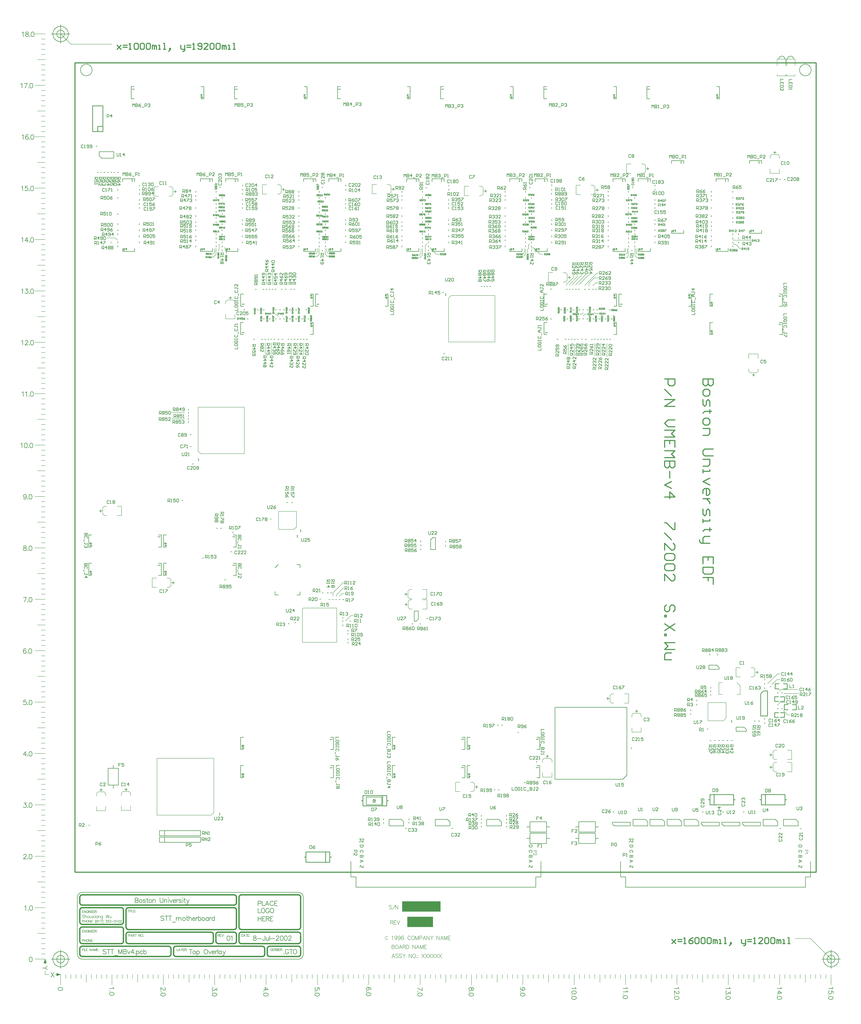
<source format=gto>
%FSLAX24Y24*%
%MOIN*%
G70*
G01*
G75*
%ADD10C,0.0080*%
%ADD11C,0.0600*%
%ADD12R,0.1063X0.0236*%
%ADD13C,0.0270*%
%ADD14R,0.0157X0.0591*%
%ADD15R,0.0240X0.0800*%
%ADD16R,0.0118X0.0591*%
%ADD17R,0.0354X0.0315*%
%ADD18R,0.0315X0.0354*%
%ADD19R,0.0118X0.0591*%
%ADD20C,0.0280*%
%ADD21R,0.0591X0.0118*%
%ADD22R,0.0591X0.0118*%
%ADD23C,0.0280*%
%ADD24R,0.0787X0.0157*%
%ADD25R,0.0787X0.0157*%
%ADD26R,0.0800X0.0850*%
%ADD27R,0.0800X0.0240*%
%ADD28R,0.0512X0.0827*%
%ADD29R,0.0600X0.0600*%
%ADD30R,0.0600X0.0500*%
%ADD31R,0.2165X0.3150*%
%ADD32R,0.0157X0.0787*%
%ADD33R,0.0157X0.0787*%
%ADD34R,0.0236X0.0945*%
%ADD35R,0.0236X0.0945*%
%ADD36R,0.0236X0.1063*%
%ADD37R,0.1004X0.1063*%
%ADD38R,0.1063X0.1004*%
%ADD39R,0.0591X0.0157*%
%ADD40R,0.0591X0.0157*%
%ADD41R,0.0157X0.0591*%
%ADD42O,0.0800X0.0240*%
%ADD43O,0.0240X0.0800*%
%ADD44C,0.0394*%
%ADD45C,0.0157*%
%ADD46C,0.0060*%
%ADD47C,0.0120*%
%ADD48C,0.0240*%
%ADD49C,0.0100*%
%ADD50C,0.0200*%
%ADD51C,0.0500*%
%ADD52C,0.0150*%
%ADD53C,0.0090*%
%ADD54R,0.4500X0.2000*%
%ADD55R,0.4250X0.2000*%
%ADD56R,0.4250X0.2000*%
%ADD57R,0.4500X0.2000*%
%ADD58C,0.0250*%
%ADD59C,0.0050*%
%ADD60C,0.0200*%
%ADD61C,0.0500*%
%ADD62C,0.1250*%
%ADD63C,0.2165*%
%ADD64C,0.2165*%
%ADD65C,0.0750*%
%ADD66R,0.0750X0.0750*%
%ADD67C,0.2362*%
%ADD68R,0.0500X0.0500*%
%ADD69C,0.0240*%
%ADD70C,0.0230*%
%ADD71R,0.0689X0.1654*%
%ADD72R,0.0374X0.1713*%
%ADD73R,0.0394X0.1693*%
%ADD74R,0.0413X0.1732*%
%ADD75C,0.0079*%
%ADD76R,0.5000X0.2000*%
%ADD77R,0.7500X0.2000*%
D10*
X173168Y188947D02*
Y189247D01*
X171368Y188947D02*
Y189247D01*
Y190947D02*
Y192197D01*
X173168Y190947D02*
Y192197D01*
X171368D02*
X173168D01*
X171368Y188947D02*
X173168D01*
X169667D02*
X171467D01*
X169667Y192197D02*
X171467D01*
Y190947D02*
Y192197D01*
X169667Y190947D02*
Y192197D01*
Y188947D02*
Y189247D01*
X171467Y188947D02*
Y189247D01*
X122539Y38258D02*
Y38001D01*
X122568Y37915D01*
X122596Y37887D01*
X122653Y37858D01*
X122739D01*
X122796Y37887D01*
X122825Y37915D01*
X122853Y38001D01*
Y38258D01*
X122254D01*
X122711Y37695D02*
X122739D01*
X122796Y37667D01*
X122825Y37638D01*
X122853Y37581D01*
Y37467D01*
X122825Y37410D01*
X122796Y37381D01*
X122739Y37353D01*
X122682D01*
X122625Y37381D01*
X122539Y37438D01*
X122254Y37724D01*
Y37324D01*
X175339Y38308D02*
Y38051D01*
X175368Y37965D01*
X175396Y37937D01*
X175453Y37908D01*
X175539D01*
X175596Y37937D01*
X175625Y37965D01*
X175653Y38051D01*
Y38308D01*
X175054D01*
X175539Y37774D02*
X175568Y37717D01*
X175653Y37631D01*
X175054D01*
X94628Y27476D02*
X94557Y27547D01*
X94450Y27583D01*
X94307D01*
X94200Y27547D01*
X94129Y27476D01*
Y27404D01*
X94164Y27333D01*
X94200Y27297D01*
X94271Y27262D01*
X94486Y27190D01*
X94557Y27154D01*
X94593Y27119D01*
X94628Y27047D01*
Y26940D01*
X94557Y26869D01*
X94450Y26833D01*
X94307D01*
X94200Y26869D01*
X94129Y26940D01*
X94796Y26726D02*
X95296Y27583D01*
X95346D02*
Y26833D01*
Y27583D02*
X95846Y26833D01*
Y27583D02*
Y26833D01*
X93852Y21370D02*
X93823Y21427D01*
X93766Y21484D01*
X93709Y21513D01*
X93595D01*
X93538Y21484D01*
X93481Y21427D01*
X93452Y21370D01*
X93424Y21284D01*
Y21142D01*
X93452Y21056D01*
X93481Y20999D01*
X93538Y20942D01*
X93595Y20913D01*
X93709D01*
X93766Y20942D01*
X93823Y20999D01*
X93852Y21056D01*
X94654Y19858D02*
Y19108D01*
Y19858D02*
X94975D01*
X95082Y19822D01*
X95118Y19787D01*
X95153Y19715D01*
Y19644D01*
X95118Y19572D01*
X95082Y19537D01*
X94975Y19501D01*
X94654D02*
X94975D01*
X95082Y19465D01*
X95118Y19429D01*
X95153Y19358D01*
Y19251D01*
X95118Y19180D01*
X95082Y19144D01*
X94975Y19108D01*
X94654D01*
X95535Y19858D02*
X95464Y19822D01*
X95393Y19751D01*
X95357Y19679D01*
X95321Y19572D01*
Y19394D01*
X95357Y19287D01*
X95393Y19215D01*
X95464Y19144D01*
X95535Y19108D01*
X95678D01*
X95750Y19144D01*
X95821Y19215D01*
X95857Y19287D01*
X95893Y19394D01*
Y19572D01*
X95857Y19679D01*
X95821Y19751D01*
X95750Y19822D01*
X95678Y19858D01*
X95535D01*
X96639Y19108D02*
X96353Y19858D01*
X96068Y19108D01*
X96175Y19358D02*
X96532D01*
X96814Y19858D02*
Y19108D01*
Y19858D02*
X97135D01*
X97242Y19822D01*
X97278Y19787D01*
X97314Y19715D01*
Y19644D01*
X97278Y19572D01*
X97242Y19537D01*
X97135Y19501D01*
X96814D01*
X97064D02*
X97314Y19108D01*
X97481Y19858D02*
Y19108D01*
Y19858D02*
X97731D01*
X97839Y19822D01*
X97910Y19751D01*
X97946Y19679D01*
X97981Y19572D01*
Y19394D01*
X97946Y19287D01*
X97910Y19215D01*
X97839Y19144D01*
X97731Y19108D01*
X97481D01*
X98738Y19858D02*
Y19108D01*
Y19858D02*
X99238Y19108D01*
Y19858D02*
Y19108D01*
X100017D02*
X99731Y19858D01*
X99445Y19108D01*
X99552Y19358D02*
X99910D01*
X100192Y19858D02*
Y19108D01*
Y19858D02*
X100477Y19108D01*
X100763Y19858D02*
X100477Y19108D01*
X100763Y19858D02*
Y19108D01*
X101441Y19858D02*
X100977D01*
Y19108D01*
X101441D01*
X100977Y19501D02*
X101263D01*
X95225Y17358D02*
X94939Y18108D01*
X94654Y17358D01*
X94761Y17608D02*
X95118D01*
X95900Y18001D02*
X95828Y18072D01*
X95721Y18108D01*
X95578D01*
X95471Y18072D01*
X95400Y18001D01*
Y17929D01*
X95436Y17858D01*
X95471Y17822D01*
X95543Y17787D01*
X95757Y17715D01*
X95828Y17679D01*
X95864Y17644D01*
X95900Y17572D01*
Y17465D01*
X95828Y17394D01*
X95721Y17358D01*
X95578D01*
X95471Y17394D01*
X95400Y17465D01*
X96567Y18001D02*
X96496Y18072D01*
X96389Y18108D01*
X96246D01*
X96139Y18072D01*
X96068Y18001D01*
Y17929D01*
X96103Y17858D01*
X96139Y17822D01*
X96210Y17787D01*
X96425Y17715D01*
X96496Y17679D01*
X96532Y17644D01*
X96567Y17572D01*
Y17465D01*
X96496Y17394D01*
X96389Y17358D01*
X96246D01*
X96139Y17394D01*
X96068Y17465D01*
X96735Y18108D02*
X97021Y17751D01*
Y17358D01*
X97307Y18108D02*
X97021Y17751D01*
X97992Y18108D02*
Y17358D01*
Y18108D02*
X98492Y17358D01*
Y18108D02*
Y17358D01*
X98913Y18108D02*
X98842Y18072D01*
X98771Y18001D01*
X98735Y17929D01*
X98699Y17822D01*
Y17644D01*
X98735Y17537D01*
X98771Y17465D01*
X98842Y17394D01*
X98913Y17358D01*
X99056D01*
X99128Y17394D01*
X99199Y17465D01*
X99235Y17537D01*
X99270Y17644D01*
Y17822D01*
X99235Y17929D01*
X99199Y18001D01*
X99128Y18072D01*
X99056Y18108D01*
X98913D01*
X99481Y17430D02*
X99445Y17394D01*
X99481Y17358D01*
X99517Y17394D01*
X99481Y17430D01*
X99717Y17858D02*
X99681Y17822D01*
X99717Y17787D01*
X99752Y17822D01*
X99717Y17858D01*
Y17430D02*
X99681Y17394D01*
X99717Y17358D01*
X99752Y17394D01*
X99717Y17430D01*
X100506Y18108D02*
X101006Y17358D01*
Y18108D02*
X100506Y17358D01*
X101174Y18108D02*
X101673Y17358D01*
Y18108D02*
X101174Y17358D01*
X101841Y18108D02*
X102341Y17358D01*
Y18108D02*
X101841Y17358D01*
X102509Y18108D02*
X103009Y17358D01*
Y18108D02*
X102509Y17358D01*
X103177Y18108D02*
X103677Y17358D01*
Y18108D02*
X103177Y17358D01*
X103844Y18108D02*
X104344Y17358D01*
Y18108D02*
X103844Y17358D01*
X94404Y24608D02*
Y23858D01*
Y24608D02*
X94725D01*
X94832Y24572D01*
X94868Y24537D01*
X94903Y24465D01*
Y24394D01*
X94868Y24322D01*
X94832Y24287D01*
X94725Y24251D01*
X94404D01*
X94653D02*
X94903Y23858D01*
X95535Y24608D02*
X95071D01*
Y23858D01*
X95535D01*
X95071Y24251D02*
X95357D01*
X95660Y24608D02*
X95946Y23858D01*
X96232Y24608D02*
X95946Y23858D01*
X94654Y21465D02*
X94725Y21501D01*
X94832Y21608D01*
Y20858D01*
X95668Y21358D02*
X95632Y21251D01*
X95560Y21179D01*
X95453Y21144D01*
X95418D01*
X95311Y21179D01*
X95239Y21251D01*
X95203Y21358D01*
Y21394D01*
X95239Y21501D01*
X95311Y21572D01*
X95418Y21608D01*
X95453D01*
X95560Y21572D01*
X95632Y21501D01*
X95668Y21358D01*
Y21179D01*
X95632Y21001D01*
X95560Y20894D01*
X95453Y20858D01*
X95382D01*
X95275Y20894D01*
X95239Y20965D01*
X96335Y21358D02*
X96300Y21251D01*
X96228Y21179D01*
X96121Y21144D01*
X96085D01*
X95978Y21179D01*
X95907Y21251D01*
X95871Y21358D01*
Y21394D01*
X95907Y21501D01*
X95978Y21572D01*
X96085Y21608D01*
X96121D01*
X96228Y21572D01*
X96300Y21501D01*
X96335Y21358D01*
Y21179D01*
X96300Y21001D01*
X96228Y20894D01*
X96121Y20858D01*
X96050D01*
X95943Y20894D01*
X95907Y20965D01*
X96967Y21501D02*
X96932Y21572D01*
X96825Y21608D01*
X96753D01*
X96646Y21572D01*
X96575Y21465D01*
X96539Y21287D01*
Y21108D01*
X96575Y20965D01*
X96646Y20894D01*
X96753Y20858D01*
X96789D01*
X96896Y20894D01*
X96967Y20965D01*
X97003Y21072D01*
Y21108D01*
X96967Y21215D01*
X96896Y21287D01*
X96789Y21322D01*
X96753D01*
X96646Y21287D01*
X96575Y21215D01*
X96539Y21108D01*
X98292Y21429D02*
X98256Y21501D01*
X98185Y21572D01*
X98114Y21608D01*
X97971D01*
X97899Y21572D01*
X97828Y21501D01*
X97792Y21429D01*
X97756Y21322D01*
Y21144D01*
X97792Y21037D01*
X97828Y20965D01*
X97899Y20894D01*
X97971Y20858D01*
X98114D01*
X98185Y20894D01*
X98256Y20965D01*
X98292Y21037D01*
X98717Y21608D02*
X98646Y21572D01*
X98574Y21501D01*
X98538Y21429D01*
X98503Y21322D01*
Y21144D01*
X98538Y21037D01*
X98574Y20965D01*
X98646Y20894D01*
X98717Y20858D01*
X98860D01*
X98931Y20894D01*
X99003Y20965D01*
X99038Y21037D01*
X99074Y21144D01*
Y21322D01*
X99038Y21429D01*
X99003Y21501D01*
X98931Y21572D01*
X98860Y21608D01*
X98717D01*
X99249D02*
Y20858D01*
Y21608D02*
X99535Y20858D01*
X99820Y21608D02*
X99535Y20858D01*
X99820Y21608D02*
Y20858D01*
X100035Y21215D02*
X100356D01*
X100463Y21251D01*
X100499Y21287D01*
X100534Y21358D01*
Y21465D01*
X100499Y21537D01*
X100463Y21572D01*
X100356Y21608D01*
X100035D01*
Y20858D01*
X101274D02*
X100988Y21608D01*
X100702Y20858D01*
X100809Y21108D02*
X101166D01*
X101449Y21608D02*
Y20858D01*
Y21608D02*
X101948Y20858D01*
Y21608D02*
Y20858D01*
X102156Y21608D02*
X102441Y21251D01*
Y20858D01*
X102727Y21608D02*
X102441Y21251D01*
X103412Y21608D02*
Y20858D01*
Y21608D02*
X103912Y20858D01*
Y21608D02*
Y20858D01*
X104691D02*
X104405Y21608D01*
X104119Y20858D01*
X104226Y21108D02*
X104584D01*
X104866Y21608D02*
Y20858D01*
Y21608D02*
X105151Y20858D01*
X105437Y21608D02*
X105151Y20858D01*
X105437Y21608D02*
Y20858D01*
X106115Y21608D02*
X105651D01*
Y20858D01*
X106115D01*
X105651Y21251D02*
X105937D01*
X25154Y127108D02*
X27154D01*
X26404Y126108D02*
X27154D01*
X26404Y125108D02*
X27154D01*
X26404Y124108D02*
X27154D01*
X26404Y123108D02*
X27154D01*
X25654Y122108D02*
X27154D01*
X26404Y121108D02*
X27154D01*
X26404Y120108D02*
X27154D01*
X26404Y119108D02*
X27154D01*
X26404Y118108D02*
X27154D01*
X25154Y117108D02*
X27154D01*
X26404Y116108D02*
X27154D01*
X26404Y115108D02*
X27154D01*
X26404Y114108D02*
X27154D01*
X26404Y113108D02*
X27154D01*
X25654Y112108D02*
X27154D01*
X26404Y111108D02*
X27154D01*
X26404Y110108D02*
X27154D01*
X26404Y109108D02*
X27154D01*
X26404Y108108D02*
X27154D01*
X25154Y107108D02*
X27154D01*
X26404Y106108D02*
X27154D01*
X26404Y105108D02*
X27154D01*
X26404Y104108D02*
X27154D01*
X26404Y103108D02*
X27154D01*
X25654Y102108D02*
X27154D01*
X26404Y101108D02*
X27154D01*
X26404Y100108D02*
X27154D01*
X26404Y99108D02*
X27154D01*
X26404Y98108D02*
X27154D01*
X25154Y97108D02*
X27154D01*
X26404Y96108D02*
X27154D01*
X26404Y95108D02*
X27154D01*
X26404Y94108D02*
X27154D01*
X26404Y93108D02*
X27154D01*
X25654Y92108D02*
X27154D01*
X26404Y91108D02*
X27154D01*
X26404Y90108D02*
X27154D01*
X26404Y89108D02*
X27154D01*
X26404Y88108D02*
X27154D01*
X25154Y87108D02*
X27154D01*
X26404Y86108D02*
X27154D01*
X26404Y85108D02*
X27154D01*
X26404Y84108D02*
X27154D01*
X26404Y83108D02*
X27154D01*
X25654Y82108D02*
X27154D01*
X26404Y81108D02*
X27154D01*
X26404Y80108D02*
X27154D01*
X26404Y79108D02*
X27154D01*
X26404Y78108D02*
X27154D01*
X25154Y77108D02*
X27154D01*
X26404Y76108D02*
X27154D01*
X26404Y75108D02*
X27154D01*
X26404Y74108D02*
X27154D01*
X26404Y73108D02*
X27154D01*
X25654Y72108D02*
X27154D01*
X26404Y71108D02*
X27154D01*
X26404Y70108D02*
X27154D01*
X26404Y69108D02*
X27154D01*
X26404Y68108D02*
X27154D01*
X25154Y67108D02*
X27154D01*
X26404Y66108D02*
X27154D01*
X26404Y65108D02*
X27154D01*
X26404Y64108D02*
X27154D01*
X26404Y63108D02*
X27154D01*
X25654Y62108D02*
X27154D01*
X26404Y61108D02*
X27154D01*
X26404Y60108D02*
X27154D01*
X26404Y59108D02*
X27154D01*
X26404Y58108D02*
X27154D01*
X25154Y57108D02*
X27154D01*
X26404Y56108D02*
X27154D01*
X26404Y55108D02*
X27154D01*
X26404Y54108D02*
X27154D01*
X26404Y53108D02*
X27154D01*
X25654Y52108D02*
X27154D01*
X26404Y51108D02*
X27154D01*
X26404Y50108D02*
X27154D01*
X26404Y49108D02*
X27154D01*
X26404Y48108D02*
X27154D01*
X25154Y47108D02*
X27154D01*
X26404Y46108D02*
X27154D01*
X26404Y45108D02*
X27154D01*
X26404Y44108D02*
X27154D01*
X26404Y43108D02*
X27154D01*
X25654Y42108D02*
X27154D01*
X26404Y41108D02*
X27154D01*
X26404Y40108D02*
X27154D01*
X26404Y39108D02*
X27154D01*
X26404Y38108D02*
X27154D01*
X25154Y37108D02*
X27154D01*
X26404Y36108D02*
X27154D01*
X26404Y35108D02*
X27154D01*
X26404Y34108D02*
X27154D01*
X26404Y33108D02*
X27154D01*
X25654Y32108D02*
X27154D01*
X26404Y31108D02*
X27154D01*
X26404Y30108D02*
X27154D01*
X26404Y29108D02*
X27154D01*
X26404Y28108D02*
X27154D01*
X25154Y27108D02*
X27154D01*
X26404Y26108D02*
X27154D01*
X26404Y25108D02*
X27154D01*
X26404Y24108D02*
X27154D01*
X26404Y23108D02*
X27154D01*
X25654Y22108D02*
X27154D01*
X26404Y21108D02*
X27154D01*
X26404Y20108D02*
X27154D01*
X26404Y19108D02*
X27154D01*
X26404Y18108D02*
X27154D01*
X25154Y17108D02*
X27154D01*
X29154Y14108D02*
X29404D01*
X27109Y16508D02*
X27199D01*
X26959Y16403D02*
X27349D01*
X27059Y16473D02*
X27249D01*
X27009Y16438D02*
X27299D01*
X26904Y16358D02*
X27404D01*
X27154Y14108D02*
X27904D01*
X180154Y12108D02*
Y14108D01*
X179154Y13358D02*
Y14108D01*
X178154Y13358D02*
Y14108D01*
X177154Y13358D02*
Y14108D01*
X176154Y13358D02*
Y14108D01*
X175154Y12608D02*
Y14108D01*
X174154Y13358D02*
Y14108D01*
X173154Y13358D02*
Y14108D01*
X172154Y13358D02*
Y14108D01*
X171154Y13358D02*
Y14108D01*
X170154Y12108D02*
Y14108D01*
X169154Y13358D02*
Y14108D01*
X168154Y13358D02*
Y14108D01*
X167154Y13358D02*
Y14108D01*
X166154Y13358D02*
Y14108D01*
X165154Y12608D02*
Y14108D01*
X164154Y13358D02*
Y14108D01*
X163154Y13358D02*
Y14108D01*
X162154Y13358D02*
Y14108D01*
X161154Y13358D02*
Y14108D01*
X160154Y12108D02*
Y14108D01*
X159154Y13358D02*
Y14108D01*
X158154Y13358D02*
Y14108D01*
X157154Y13358D02*
Y14108D01*
X156154Y13358D02*
Y14108D01*
X155154Y12608D02*
Y14108D01*
X154154Y13358D02*
Y14108D01*
X153154Y13358D02*
Y14108D01*
X152154Y13358D02*
Y14108D01*
X151154Y13358D02*
Y14108D01*
X150154Y12108D02*
Y14108D01*
X149154Y13358D02*
Y14108D01*
X148154Y13358D02*
Y14108D01*
X147154Y13358D02*
Y14108D01*
X146154Y13358D02*
Y14108D01*
X145154Y12608D02*
Y14108D01*
X144154Y13358D02*
Y14108D01*
X143154Y13358D02*
Y14108D01*
X142154Y13358D02*
Y14108D01*
X141154Y13358D02*
Y14108D01*
X140154Y12108D02*
Y14108D01*
X139154Y13358D02*
Y14108D01*
X138154Y13358D02*
Y14108D01*
X137154Y13358D02*
Y14108D01*
X136154Y13358D02*
Y14108D01*
X135154Y12608D02*
Y14108D01*
X134154Y13358D02*
Y14108D01*
X133154Y13358D02*
Y14108D01*
X132154Y13358D02*
Y14108D01*
X131154Y13358D02*
Y14108D01*
X130154Y12108D02*
Y14108D01*
X129154Y13358D02*
Y14108D01*
X128154Y13358D02*
Y14108D01*
X127154Y13358D02*
Y14108D01*
X126154Y13358D02*
Y14108D01*
X125154Y12608D02*
Y14108D01*
X124154Y13358D02*
Y14108D01*
X123154Y13358D02*
Y14108D01*
X122154Y13358D02*
Y14108D01*
X121154Y13358D02*
Y14108D01*
X120154Y12108D02*
Y14108D01*
X119154Y13358D02*
Y14108D01*
X118154Y13358D02*
Y14108D01*
X117154Y13358D02*
Y14108D01*
X116154Y13358D02*
Y14108D01*
X115154Y12608D02*
Y14108D01*
X114154Y13358D02*
Y14108D01*
X113154Y13358D02*
Y14108D01*
X112154Y13358D02*
Y14108D01*
X111154Y13358D02*
Y14108D01*
X110154Y12108D02*
Y14108D01*
X109154Y13358D02*
Y14108D01*
X108154Y13358D02*
Y14108D01*
X107154Y13358D02*
Y14108D01*
X106154Y13358D02*
Y14108D01*
X105154Y12608D02*
Y14108D01*
X104154Y13358D02*
Y14108D01*
X103154Y13358D02*
Y14108D01*
X102154Y13358D02*
Y14108D01*
X101154Y13358D02*
Y14108D01*
X100154Y12108D02*
Y14108D01*
X99154Y13358D02*
Y14108D01*
X98154Y13358D02*
Y14108D01*
X97154Y13358D02*
Y14108D01*
X96154Y13358D02*
Y14108D01*
X95154Y12608D02*
Y14108D01*
X94154Y13358D02*
Y14108D01*
X93154Y13358D02*
Y14108D01*
X92154Y13358D02*
Y14108D01*
X91154Y13358D02*
Y14108D01*
X90154Y12108D02*
Y14108D01*
X89154Y13358D02*
Y14108D01*
X88154Y13358D02*
Y14108D01*
X87154Y13358D02*
Y14108D01*
X86154Y13358D02*
Y14108D01*
X85154Y12608D02*
Y14108D01*
X84154Y13358D02*
Y14108D01*
X83154Y13358D02*
Y14108D01*
X82154Y13358D02*
Y14108D01*
X81154Y13358D02*
Y14108D01*
X80154Y12108D02*
Y14108D01*
X79154Y13358D02*
Y14108D01*
X78154Y13358D02*
Y14108D01*
X77154Y13358D02*
Y14108D01*
X76154Y13358D02*
Y14108D01*
X75154Y12608D02*
Y14108D01*
X74154Y13358D02*
Y14108D01*
X73154Y13358D02*
Y14108D01*
X72154Y13358D02*
Y14108D01*
X71154Y13358D02*
Y14108D01*
X70154Y12108D02*
Y14108D01*
X69154Y13358D02*
Y14108D01*
X68154Y13358D02*
Y14108D01*
X67154Y13358D02*
Y14108D01*
X66154Y13358D02*
Y14108D01*
X65154Y12608D02*
Y14108D01*
X64154Y13358D02*
Y14108D01*
X63154Y13358D02*
Y14108D01*
X62154Y13358D02*
Y14108D01*
X61154Y13358D02*
Y14108D01*
X60154Y12108D02*
Y14108D01*
X59154Y13358D02*
Y14108D01*
X58154Y13358D02*
Y14108D01*
X57154Y13358D02*
Y14108D01*
X56154Y13358D02*
Y14108D01*
X55154Y12608D02*
Y14108D01*
X54154Y13358D02*
Y14108D01*
X53154Y13358D02*
Y14108D01*
X52154Y13358D02*
Y14108D01*
X51154Y13358D02*
Y14108D01*
X50154Y12108D02*
Y14108D01*
X49154Y13358D02*
Y14108D01*
X48154Y13358D02*
Y14108D01*
X47154Y13358D02*
Y14108D01*
X46154Y13358D02*
Y14108D01*
X45154Y12608D02*
Y14108D01*
X44154Y13358D02*
Y14108D01*
X43154Y13358D02*
Y14108D01*
X42154Y13358D02*
Y14108D01*
X41154Y13358D02*
Y14108D01*
X40154Y12108D02*
Y14108D01*
X39154Y13358D02*
Y14108D01*
X38154Y13358D02*
Y14108D01*
X37154Y13358D02*
Y14108D01*
X36154Y13358D02*
Y14108D01*
X35154Y12608D02*
Y14108D01*
X34154Y13358D02*
Y14108D01*
X33154Y13358D02*
Y14108D01*
X32154Y13358D02*
Y14108D01*
X31154Y13358D02*
Y14108D01*
X30154Y12108D02*
Y14108D01*
X29554Y14063D02*
Y14153D01*
X29449Y13913D02*
Y14303D01*
X29519Y14013D02*
Y14203D01*
X27154Y16108D02*
Y16358D01*
X29484Y13963D02*
Y14253D01*
X29404Y13858D02*
Y14358D01*
X27154Y14108D02*
Y14858D01*
X29554Y14063D02*
X29684Y14108D01*
X29554Y14153D02*
X29684Y14108D01*
X29449Y13913D02*
X30029Y14108D01*
X29449Y14303D02*
X30029Y14108D01*
X29519Y14013D02*
X29799Y14108D01*
X29519Y14203D02*
X29799Y14108D01*
X27154Y16638D02*
X27199Y16508D01*
X27109D02*
X27154Y16638D01*
Y16983D02*
X27349Y16403D01*
X26959D02*
X27154Y16983D01*
Y16753D02*
X27249Y16473D01*
X27059D02*
X27154Y16753D01*
Y16868D02*
X27299Y16438D01*
X27009D02*
X27154Y16868D01*
X26904Y16358D02*
X27154Y17108D01*
X27404Y16358D01*
X29484Y13963D02*
X29914Y14108D01*
X29484Y14253D02*
X29914Y14108D01*
X29404Y14358D02*
X30154Y14108D01*
X29404Y13858D02*
X30154Y14108D01*
X25154Y197108D02*
X27154D01*
X26404Y196108D02*
X27154D01*
X26404Y195108D02*
X27154D01*
X26404Y194108D02*
X27154D01*
X26404Y193108D02*
X27154D01*
X25654Y192108D02*
X27154D01*
X26404Y191108D02*
X27154D01*
X26404Y190108D02*
X27154D01*
X26404Y189108D02*
X27154D01*
X26404Y188108D02*
X27154D01*
X25154Y187108D02*
X27154D01*
X26404Y186108D02*
X27154D01*
X26404Y185108D02*
X27154D01*
X26404Y184108D02*
X27154D01*
X26404Y183108D02*
X27154D01*
X25654Y182108D02*
X27154D01*
X26404Y181108D02*
X27154D01*
X26404Y180108D02*
X27154D01*
X26404Y179108D02*
X27154D01*
X26404Y178108D02*
X27154D01*
X25154Y177108D02*
X27154D01*
X26404Y176108D02*
X27154D01*
X26404Y175108D02*
X27154D01*
X26404Y174108D02*
X27154D01*
X26404Y173108D02*
X27154D01*
X25654Y172108D02*
X27154D01*
X26404Y171108D02*
X27154D01*
X26404Y170108D02*
X27154D01*
X26404Y169108D02*
X27154D01*
X26404Y168108D02*
X27154D01*
X25154Y167108D02*
X27154D01*
X26404Y166108D02*
X27154D01*
X26404Y165108D02*
X27154D01*
X26404Y164108D02*
X27154D01*
X26404Y163108D02*
X27154D01*
X25654Y162108D02*
X27154D01*
X26404Y161108D02*
X27154D01*
X26404Y160108D02*
X27154D01*
X26404Y159108D02*
X27154D01*
X26404Y158108D02*
X27154D01*
X25154Y157108D02*
X27154D01*
X26404Y156108D02*
X27154D01*
X26404Y155108D02*
X27154D01*
X26404Y154108D02*
X27154D01*
X26404Y153108D02*
X27154D01*
X25654Y152108D02*
X27154D01*
X26404Y151108D02*
X27154D01*
X26404Y150108D02*
X27154D01*
X26404Y149108D02*
X27154D01*
X26404Y148108D02*
X27154D01*
X25154Y147108D02*
X27154D01*
X26404Y146108D02*
X27154D01*
X26404Y145108D02*
X27154D01*
X26404Y144108D02*
X27154D01*
X26404Y143108D02*
X27154D01*
X25654Y142108D02*
X27154D01*
X26404Y141108D02*
X27154D01*
X26404Y140108D02*
X27154D01*
X26404Y139108D02*
X27154D01*
X26404Y138108D02*
X27154D01*
X25154Y137108D02*
X27154D01*
X26404Y136108D02*
X27154D01*
X26404Y135108D02*
X27154D01*
X26404Y134108D02*
X27154D01*
X26404Y133108D02*
X27154D01*
X25654Y132108D02*
X27154D01*
X26404Y131108D02*
X27154D01*
X26404Y130108D02*
X27154D01*
X26404Y129108D02*
X27154D01*
X26404Y128108D02*
X27154D01*
X25154Y127108D02*
X27154D01*
X34803Y25622D02*
X34746Y25679D01*
X34661Y25708D01*
X34546D01*
X34461Y25679D01*
X34404Y25622D01*
Y25565D01*
X34432Y25508D01*
X34461Y25479D01*
X34518Y25451D01*
X34689Y25394D01*
X34746Y25365D01*
X34775Y25337D01*
X34803Y25280D01*
Y25194D01*
X34746Y25137D01*
X34661Y25108D01*
X34546D01*
X34461Y25137D01*
X34404Y25194D01*
X34938Y25708D02*
Y25108D01*
Y25394D02*
X35023Y25479D01*
X35081Y25508D01*
X35166D01*
X35223Y25479D01*
X35252Y25394D01*
Y25108D01*
X35552Y25508D02*
X35495Y25479D01*
X35438Y25422D01*
X35409Y25337D01*
Y25280D01*
X35438Y25194D01*
X35495Y25137D01*
X35552Y25108D01*
X35638D01*
X35695Y25137D01*
X35752Y25194D01*
X35780Y25280D01*
Y25337D01*
X35752Y25422D01*
X35695Y25479D01*
X35638Y25508D01*
X35552D01*
X35912D02*
Y25222D01*
X35940Y25137D01*
X35997Y25108D01*
X36083D01*
X36140Y25137D01*
X36226Y25222D01*
Y25508D02*
Y25108D01*
X36383Y25508D02*
X36697Y25108D01*
Y25508D02*
X36383Y25108D01*
X36880Y25708D02*
X36909Y25679D01*
X36937Y25708D01*
X36909Y25737D01*
X36880Y25708D01*
X36909Y25508D02*
Y25108D01*
X37386Y25508D02*
Y25108D01*
Y25422D02*
X37329Y25479D01*
X37271Y25508D01*
X37186D01*
X37129Y25479D01*
X37072Y25422D01*
X37043Y25337D01*
Y25280D01*
X37072Y25194D01*
X37129Y25137D01*
X37186Y25108D01*
X37271D01*
X37329Y25137D01*
X37386Y25194D01*
X37546Y25508D02*
Y25108D01*
Y25394D02*
X37631Y25479D01*
X37689Y25508D01*
X37774D01*
X37831Y25479D01*
X37860Y25394D01*
Y25108D01*
X38360Y25508D02*
Y25051D01*
X38331Y24965D01*
X38303Y24937D01*
X38246Y24908D01*
X38160D01*
X38103Y24937D01*
X38360Y25422D02*
X38303Y25479D01*
X38246Y25508D01*
X38160D01*
X38103Y25479D01*
X38046Y25422D01*
X38017Y25337D01*
Y25280D01*
X38046Y25194D01*
X38103Y25137D01*
X38160Y25108D01*
X38246D01*
X38303Y25137D01*
X38360Y25194D01*
X38991Y25708D02*
X39134Y25108D01*
X39277Y25708D02*
X39134Y25108D01*
X39277Y25708D02*
X39420Y25108D01*
X39562Y25708D02*
X39420Y25108D01*
X39682Y25508D02*
Y25222D01*
X39711Y25137D01*
X39768Y25108D01*
X39854D01*
X39911Y25137D01*
X39997Y25222D01*
Y25508D02*
Y25108D01*
D46*
X32154Y195108D02*
X40154D01*
X30154Y197108D02*
X32154Y195108D01*
X173154Y21108D02*
X176154D01*
X180154Y17108D01*
X131650Y142588D02*
X131925Y142864D01*
X131177Y142588D02*
X131650D01*
X134287Y142667D02*
X134917D01*
X134051Y142903D02*
X134287Y142667D01*
X134051Y142903D02*
Y142903D01*
X131925Y142273D02*
X132240Y142588D01*
X132594D01*
X71453Y148297D02*
Y150620D01*
X70272Y148297D02*
Y150659D01*
X72083Y142628D02*
X72555Y142155D01*
X71217Y142628D02*
X72083D01*
X62437Y154281D02*
Y155187D01*
X62083Y155541D02*
X62437Y155187D01*
X60862Y154754D02*
Y155029D01*
X61020Y155187D01*
Y156171D01*
X61138Y156289D01*
X59681Y154321D02*
X59917D01*
X60154Y154557D01*
Y155384D01*
X59681Y153691D02*
X59878D01*
X60429Y154242D01*
Y155423D01*
X82004Y154675D02*
X82201Y154478D01*
X82004Y154675D02*
Y155384D01*
X82083Y153848D02*
X82240D01*
X81689Y154242D02*
X82083Y153848D01*
X81689Y154242D02*
Y155423D01*
X80232Y154675D02*
Y155384D01*
X79917Y154360D02*
X80232Y154675D01*
X79760Y154360D02*
X79917D01*
X80508Y154203D02*
Y155384D01*
X80114Y153809D02*
X80508Y154203D01*
X79760Y153809D02*
X80114D01*
X100350Y154439D02*
Y155266D01*
X99996Y154084D02*
X100350Y154439D01*
X99799Y154084D02*
X99996D01*
X100626D02*
Y155384D01*
X100075Y153533D02*
X100626Y154084D01*
X99799Y153533D02*
X100075D01*
X103343Y154242D02*
X103933D01*
X102083Y155502D02*
X103343Y154242D01*
X101177Y154596D02*
Y156014D01*
X101453Y156289D01*
X101453D01*
X121059Y154557D02*
Y155147D01*
X121256Y155344D01*
Y156053D01*
X121492Y156289D01*
X121492D01*
X123500Y154242D02*
X124012D01*
X122280Y155462D02*
X123500Y154242D01*
X121846Y155462D02*
X122280D01*
X120429Y154557D02*
Y155384D01*
X120193Y154321D02*
X120429Y154557D01*
X120705Y154281D02*
Y155344D01*
X120154Y153730D02*
X120705Y154281D01*
X120154Y153730D02*
Y153730D01*
X140469Y154518D02*
Y155305D01*
X140154Y154203D02*
X140469Y154518D01*
X142280Y154439D02*
Y155266D01*
Y154439D02*
X142476Y154242D01*
Y154203D02*
Y154242D01*
X142398Y153533D02*
X142476D01*
X142004Y153927D02*
X142398Y153533D01*
X142004Y153927D02*
Y155462D01*
X140232Y153612D02*
X140469D01*
X140665Y153809D01*
Y155423D01*
X162437Y155344D02*
X162594D01*
X161610Y156171D02*
X162437Y155344D01*
X161177Y156171D02*
X161610D01*
X161059Y156289D02*
X161177Y156171D01*
X161138Y156959D02*
X164563D01*
X161020Y157077D02*
X161138Y156959D01*
X51807Y122195D02*
X54287D01*
X51768Y123415D02*
X54287D01*
X69996Y134793D02*
Y136998D01*
X71177Y134754D02*
Y137037D01*
X75114Y134675D02*
Y136959D01*
X76335Y134636D02*
Y136998D01*
X77516Y134636D02*
Y136959D01*
X131059Y148297D02*
X133028Y150266D01*
X133303D01*
X130508Y148258D02*
Y148376D01*
X132437Y150305D01*
Y150384D01*
X129878Y148218D02*
Y148455D01*
X131610Y150187D01*
Y150226D01*
X129287Y148179D02*
Y148415D01*
X130783Y149911D01*
Y150187D01*
X130035Y149754D02*
Y150147D01*
X128697Y148415D02*
X130035Y149754D01*
X128697Y148218D02*
Y148415D01*
X134602Y150581D02*
X134878D01*
X132280Y148258D02*
X134602Y150581D01*
X132280Y148179D02*
Y148258D01*
X134051Y149636D02*
X134839D01*
X133028Y148612D02*
X134051Y149636D01*
X133028Y148100D02*
Y148612D01*
X134366Y148691D02*
X134760D01*
X133815Y148140D02*
X134366Y148691D01*
X133776Y148140D02*
X133815D01*
X129012Y134557D02*
Y136880D01*
X130232Y134478D02*
Y136840D01*
X134169Y134399D02*
Y136919D01*
X135350Y134518D02*
Y136959D01*
X136531Y134321D02*
Y136880D01*
X169720Y72588D02*
X170311D01*
X167831Y70699D02*
X169720Y72588D01*
X169602Y71486D02*
X170272D01*
X168657Y70541D02*
X169602Y71486D01*
X170390Y69557D02*
X173776D01*
X170114Y69281D02*
X170390Y69557D01*
X170075Y69281D02*
X170114D01*
X170980Y68770D02*
X173854D01*
X171728Y64596D02*
X172161D01*
X170862Y65462D02*
X171728Y64596D01*
X169720Y66486D02*
Y66525D01*
X170232Y67037D01*
X171256D01*
X85154Y90344D02*
X85350D01*
X83185Y88376D02*
X85154Y90344D01*
X83185Y87746D02*
Y88376D01*
X85154Y89281D02*
X85350D01*
X83854Y87982D02*
X85154Y89281D01*
X83854Y87667D02*
Y87982D01*
X84996Y88258D02*
X85350D01*
X84445Y87707D02*
X84996Y88258D01*
X86689Y83927D02*
X87161D01*
X85705Y82943D02*
X86689Y83927D01*
X85705Y82943D02*
X85705D01*
X40823Y157392D02*
X41256Y156959D01*
X39169Y157392D02*
X40823D01*
X158343Y70896D02*
X159012D01*
X158343Y68612D02*
Y70896D01*
Y68612D02*
X159012D01*
X161846Y70896D02*
X162476Y70266D01*
Y68612D02*
Y70266D01*
X161846Y68612D02*
X162476D01*
X137123Y67247D02*
Y68349D01*
X139918Y66893D02*
X140784D01*
Y68704D01*
X139918D02*
X140784D01*
X137123Y67208D02*
Y67247D01*
Y67208D02*
X137438Y66893D01*
X137910D01*
X137123Y68349D02*
Y68389D01*
X137438Y68704D01*
X137910D01*
X128007Y148853D02*
X128479D01*
X128794Y149168D01*
Y149207D01*
X128007Y150664D02*
X128479D01*
X128794Y150349D01*
Y150309D02*
Y150349D01*
X125133Y148853D02*
X125999D01*
X125133D02*
Y150664D01*
X125999D01*
X128794Y149207D02*
Y150309D01*
X144044Y170357D02*
Y171459D01*
X140383Y171814D02*
X141249D01*
X140383Y170003D02*
Y171814D01*
Y170003D02*
X141249D01*
X144044Y171459D02*
Y171499D01*
X143729Y171814D02*
X144044Y171499D01*
X143257Y171814D02*
X143729D01*
X144044Y170318D02*
Y170357D01*
X143729Y170003D02*
X144044Y170318D01*
X143257Y170003D02*
X143729D01*
X164148Y131483D02*
Y131955D01*
Y131483D02*
X164463Y131168D01*
X164502D01*
X165959Y131483D02*
Y131955D01*
X165644Y131168D02*
X165959Y131483D01*
X165605Y131168D02*
X165644D01*
X164148Y133963D02*
Y134829D01*
X165959D01*
Y133963D02*
Y134829D01*
X164502Y131168D02*
X165605D01*
X62652Y145349D02*
X63755D01*
X62298Y141687D02*
Y142553D01*
Y141687D02*
X64109D01*
Y142553D01*
X62613Y145349D02*
X62652D01*
X62298Y145034D02*
X62613Y145349D01*
X62298Y144561D02*
Y145034D01*
X63755Y145349D02*
X63794D01*
X64109Y145034D01*
Y144561D02*
Y145034D01*
X143209Y64161D02*
Y64634D01*
X142894Y64949D02*
X143209Y64634D01*
X142855Y64949D02*
X142894D01*
X141398Y64161D02*
Y64634D01*
X141713Y64949D01*
X141752D01*
X143209Y61287D02*
Y62153D01*
X141398Y61287D02*
X143209D01*
X141398D02*
Y62153D01*
X141752Y64949D02*
X142855D01*
X168854Y56289D02*
Y57392D01*
X171650Y55935D02*
X172516D01*
Y57746D01*
X171650D02*
X172516D01*
X168854Y56250D02*
Y56289D01*
Y56250D02*
X169169Y55935D01*
X169642D01*
X168854Y57392D02*
Y57431D01*
X169169Y57746D01*
X169642D01*
X38933Y48848D02*
Y49321D01*
X38618Y49636D02*
X38933Y49321D01*
X38579Y49636D02*
X38618D01*
X37122Y48848D02*
Y49321D01*
X37437Y49636D01*
X37476D01*
X38933Y45974D02*
Y46840D01*
X37122Y45974D02*
X38933D01*
X37122D02*
Y46840D01*
X37476Y49636D02*
X38579D01*
X168863Y53907D02*
Y55009D01*
X171658Y53553D02*
X172524D01*
Y55364D01*
X171658D02*
X172524D01*
X168863Y53868D02*
Y53907D01*
Y53868D02*
X169178Y53553D01*
X169650D01*
X168863Y55009D02*
Y55049D01*
X169178Y55364D01*
X169650D01*
X38675Y105209D02*
X39148D01*
X38360Y104894D02*
X38675Y105209D01*
X38360Y104854D02*
Y104894D01*
X38675Y103397D02*
X39148D01*
X38360Y103712D02*
X38675Y103397D01*
X38360Y103712D02*
Y103752D01*
X41156Y105209D02*
X42022D01*
Y103397D02*
Y105209D01*
X41156Y103397D02*
X42022D01*
X38360Y103752D02*
Y104854D01*
X97813Y87557D02*
Y88659D01*
X100608Y87203D02*
X101474D01*
Y89014D01*
X100608D02*
X101474D01*
X97813Y87518D02*
Y87557D01*
Y87518D02*
X98128Y87203D01*
X98600D01*
X97813Y88659D02*
Y88699D01*
X98128Y89014D01*
X98600D01*
X50865Y89446D02*
X51337D01*
X51652Y89761D01*
Y89801D01*
X50865Y91257D02*
X51337D01*
X51652Y90942D01*
Y90903D02*
Y90942D01*
X47991Y89446D02*
X48857D01*
X47991D02*
Y91257D01*
X48857D01*
X51652Y89801D02*
Y90903D01*
X97827Y85567D02*
Y86669D01*
X100622Y85212D02*
X101488D01*
Y87023D01*
X100622D02*
X101488D01*
X97827Y85527D02*
Y85567D01*
Y85527D02*
X98142Y85212D01*
X98614D01*
X97827Y86669D02*
Y86708D01*
X98142Y87023D01*
X98614D01*
X125823Y55384D02*
Y55856D01*
X125508Y56171D02*
X125823Y55856D01*
X125469Y56171D02*
X125508D01*
X124012Y55384D02*
Y55856D01*
X124327Y56171D01*
X124366D01*
X125823Y52510D02*
Y53376D01*
X124012Y52510D02*
X125823D01*
X124012D02*
Y53376D01*
X124366Y56171D02*
X125469D01*
X110741Y50061D02*
Y51164D01*
X107080Y51518D02*
X107946D01*
X107080Y49707D02*
Y51518D01*
Y49707D02*
X107946D01*
X110741Y51164D02*
Y51203D01*
X110426Y51518D02*
X110741Y51203D01*
X109954Y51518D02*
X110426D01*
X110741Y50022D02*
Y50061D01*
X110426Y49707D02*
X110741Y50022D01*
X109954Y49707D02*
X110426D01*
X170109Y172861D02*
Y173334D01*
X169794Y173649D02*
X170109Y173334D01*
X169755Y173649D02*
X169794D01*
X168298Y172861D02*
Y173334D01*
X168613Y173649D01*
X168652D01*
X170109Y169987D02*
Y170853D01*
X168298Y169987D02*
X170109D01*
X168298D02*
Y170853D01*
X168652Y173649D02*
X169755D01*
X165344Y72357D02*
Y73459D01*
X161683Y73814D02*
X162549D01*
X161683Y72003D02*
Y73814D01*
Y72003D02*
X162549D01*
X165344Y73459D02*
Y73499D01*
X165029Y73814D02*
X165344Y73499D01*
X164557Y73814D02*
X165029D01*
X165344Y72318D02*
Y72357D01*
X165029Y72003D02*
X165344Y72318D01*
X164557Y72003D02*
X165029D01*
X112444Y166007D02*
Y167109D01*
X108783Y167464D02*
X109649D01*
X108783Y165653D02*
Y167464D01*
Y165653D02*
X109649D01*
X112444Y167109D02*
Y167149D01*
X112129Y167464D02*
X112444Y167149D01*
X111657Y167464D02*
X112129D01*
X112444Y165968D02*
Y166007D01*
X112129Y165653D02*
X112444Y165968D01*
X111657Y165653D02*
X112129D01*
X133407Y165853D02*
X133879D01*
X134194Y166168D01*
Y166207D01*
X133407Y167664D02*
X133879D01*
X134194Y167349D01*
Y167309D02*
Y167349D01*
X130533Y165853D02*
X131399D01*
X130533D02*
Y167664D01*
X131399D01*
X134194Y166207D02*
Y167309D01*
X94494Y166357D02*
Y167459D01*
X90833Y167814D02*
X91699D01*
X90833Y166003D02*
Y167814D01*
Y166003D02*
X91699D01*
X94494Y167459D02*
Y167499D01*
X94179Y167814D02*
X94494Y167499D01*
X93707Y167814D02*
X94179D01*
X94494Y166318D02*
Y166357D01*
X94179Y166003D02*
X94494Y166318D01*
X93707Y166003D02*
X94179D01*
X72357Y165953D02*
X72829D01*
X73144Y166268D01*
Y166307D01*
X72357Y167764D02*
X72829D01*
X73144Y167449D01*
Y167409D02*
Y167449D01*
X69483Y165953D02*
X70349D01*
X69483D02*
Y167764D01*
X70349D01*
X73144Y166307D02*
Y167409D01*
X52044Y165907D02*
Y167009D01*
X48383Y167364D02*
X49249D01*
X48383Y165553D02*
Y167364D01*
Y165553D02*
X49249D01*
X52044Y167009D02*
Y167049D01*
X51729Y167364D02*
X52044Y167049D01*
X51257Y167364D02*
X51729D01*
X52044Y165868D02*
Y165907D01*
X51729Y165553D02*
X52044Y165868D01*
X51257Y165553D02*
X51729D01*
X42352Y49699D02*
X43455D01*
X41998Y46037D02*
Y46903D01*
Y46037D02*
X43809D01*
Y46903D01*
X42313Y49699D02*
X42352D01*
X41998Y49384D02*
X42313Y49699D01*
X41998Y48911D02*
Y49384D01*
X43455Y49699D02*
X43494D01*
X43809Y49384D01*
Y48911D02*
Y49384D01*
D47*
X166304Y48108D02*
X166600D01*
X171207D02*
X171504D01*
X167404Y47108D02*
Y49108D01*
X166600Y47108D02*
Y49108D01*
X171207D01*
Y47108D02*
Y49108D01*
X166600Y47108D02*
X171207D01*
X169187Y67257D02*
Y68157D01*
X171087Y67257D02*
Y68157D01*
X169187Y67257D02*
X169937D01*
X169187Y68157D02*
X169937D01*
X170337D02*
X171087D01*
X170337Y67257D02*
X171087D01*
X169187Y64146D02*
Y65046D01*
X171087Y64146D02*
Y65046D01*
X169187Y64146D02*
X169937D01*
X169187Y65046D02*
X169937D01*
X170337D02*
X171087D01*
X170337Y64146D02*
X171087D01*
X89050Y48908D02*
X93657D01*
X89050Y46908D02*
Y48908D01*
Y46908D02*
X93657D01*
Y48908D01*
X92854Y46908D02*
Y48908D01*
X88754Y47908D02*
X89050D01*
X93657D02*
X93954D01*
X77950Y37958D02*
X82557D01*
X77950Y35958D02*
Y37958D01*
Y35958D02*
X82557D01*
Y37958D01*
X81754Y35958D02*
Y37958D01*
X77654Y36958D02*
X77950D01*
X82557D02*
X82854D01*
X171059Y65592D02*
Y66592D01*
X173409Y65592D02*
Y66592D01*
X171059Y65592D02*
X171809D01*
X171059Y66592D02*
X171809D01*
X172659D02*
X173409D01*
X172659Y65592D02*
X173409D01*
X166455Y64413D02*
X167805D01*
Y69263D01*
X167005D02*
X167805D01*
X166455Y68713D02*
X167005Y69263D01*
X166455Y64413D02*
Y68713D01*
X170888Y69687D02*
X171638D01*
X170888Y70687D02*
X171638D01*
X169288D02*
X170038D01*
X169288Y69687D02*
X170038D01*
X171638D02*
Y70687D01*
X169288Y69687D02*
Y70687D01*
X36404Y178108D02*
X38404D01*
Y183108D01*
X36404D02*
X38404D01*
X36404Y178108D02*
Y183108D01*
X37404Y178108D02*
Y179108D01*
X38404D01*
X156304Y48108D02*
X156600D01*
X161207D02*
X161504D01*
X157404Y47108D02*
Y49108D01*
X156600Y47108D02*
Y49108D01*
X161207D01*
Y47108D02*
Y49108D01*
X156600Y47108D02*
X161207D01*
D49*
X172876Y192197D02*
X172868Y192297D01*
X172843Y192394D01*
X172803Y192486D01*
X172748Y192570D01*
X172680Y192644D01*
X172600Y192706D01*
X172512Y192754D01*
X172417Y192786D01*
X172318Y192803D01*
X172217D01*
X172118Y192786D01*
X172023Y192754D01*
X171935Y192706D01*
X171856Y192644D01*
X171788Y192570D01*
X171733Y192486D01*
X171692Y192394D01*
X171668Y192297D01*
X171659Y192197D01*
X171175D02*
X171167Y192297D01*
X171142Y192394D01*
X171102Y192486D01*
X171047Y192570D01*
X170979Y192644D01*
X170900Y192706D01*
X170811Y192754D01*
X170716Y192786D01*
X170617Y192803D01*
X170517D01*
X170418Y192786D01*
X170323Y192754D01*
X170234Y192706D01*
X170155Y192644D01*
X170087Y192570D01*
X170032Y192486D01*
X169992Y192394D01*
X169967Y192297D01*
X169959Y192197D01*
X93119Y20838D02*
X93121Y20836D01*
X36279Y190108D02*
X36274Y190208D01*
X36261Y190306D01*
X36239Y190403D01*
X36209Y190498D01*
X36170Y190590D01*
X36124Y190678D01*
X36070Y190761D01*
X36008Y190840D01*
X35940Y190912D01*
X35866Y190979D01*
X35786Y191038D01*
X35702Y191091D01*
X35613Y191135D01*
X35520Y191172D01*
X35425Y191200D01*
X35327Y191220D01*
X35228Y191231D01*
X35129Y191233D01*
X35029Y191226D01*
X34931Y191211D01*
X34834Y191187D01*
X34740Y191154D01*
X34649Y191114D01*
X34563Y191065D01*
X34480Y191009D01*
X34403Y190946D01*
X34332Y190877D01*
X34267Y190801D01*
X34210Y190720D01*
X34159Y190634D01*
X34117Y190544D01*
X34082Y190451D01*
X34056Y190355D01*
X34038Y190257D01*
X34030Y190158D01*
Y190058D01*
X34038Y189959D01*
X34056Y189861D01*
X34082Y189765D01*
X34117Y189672D01*
X34159Y189582D01*
X34210Y189496D01*
X34267Y189415D01*
X34332Y189339D01*
X34403Y189270D01*
X34480Y189207D01*
X34563Y189151D01*
X34649Y189102D01*
X34740Y189062D01*
X34834Y189029D01*
X34931Y189005D01*
X35029Y188990D01*
X35129Y188983D01*
X35228Y188986D01*
X35327Y188997D01*
X35425Y189016D01*
X35520Y189044D01*
X35613Y189081D01*
X35702Y189126D01*
X35786Y189178D01*
X35866Y189237D01*
X35940Y189304D01*
X36008Y189377D01*
X36070Y189455D01*
X36124Y189538D01*
X36170Y189626D01*
X36209Y189718D01*
X36239Y189813D01*
X36261Y189910D01*
X36274Y190009D01*
X36279Y190108D01*
X176279D02*
X176274Y190208D01*
X176261Y190306D01*
X176239Y190403D01*
X176209Y190498D01*
X176170Y190590D01*
X176124Y190678D01*
X176070Y190761D01*
X176008Y190840D01*
X175940Y190912D01*
X175866Y190979D01*
X175786Y191038D01*
X175702Y191091D01*
X175613Y191135D01*
X175520Y191172D01*
X175425Y191200D01*
X175327Y191220D01*
X175228Y191231D01*
X175129Y191233D01*
X175029Y191226D01*
X174931Y191211D01*
X174834Y191187D01*
X174740Y191154D01*
X174649Y191114D01*
X174563Y191065D01*
X174480Y191009D01*
X174403Y190946D01*
X174332Y190877D01*
X174267Y190801D01*
X174210Y190720D01*
X174159Y190634D01*
X174117Y190544D01*
X174082Y190451D01*
X174056Y190355D01*
X174038Y190257D01*
X174030Y190158D01*
Y190058D01*
X174038Y189959D01*
X174056Y189861D01*
X174082Y189765D01*
X174117Y189672D01*
X174159Y189582D01*
X174210Y189496D01*
X174267Y189415D01*
X174332Y189339D01*
X174403Y189270D01*
X174480Y189207D01*
X174563Y189151D01*
X174649Y189102D01*
X174740Y189062D01*
X174834Y189029D01*
X174931Y189005D01*
X175029Y188990D01*
X175129Y188983D01*
X175228Y188986D01*
X175327Y188997D01*
X175425Y189016D01*
X175520Y189044D01*
X175613Y189081D01*
X175702Y189126D01*
X175786Y189178D01*
X175866Y189237D01*
X175940Y189304D01*
X176008Y189377D01*
X176070Y189455D01*
X176124Y189538D01*
X176170Y189626D01*
X176209Y189718D01*
X176239Y189813D01*
X176261Y189910D01*
X176274Y190009D01*
X176279Y190108D01*
X149110Y172486D02*
X151472D01*
X149110Y158352D02*
Y158923D01*
X151472Y158352D02*
Y158923D01*
X149110Y171915D02*
Y172486D01*
X151472Y171915D02*
Y172486D01*
X149110Y158352D02*
X151472D01*
X164268D02*
X166630D01*
Y171915D02*
Y172486D01*
X164268Y171915D02*
Y172486D01*
X166630Y158352D02*
Y158923D01*
X164268Y158352D02*
Y158923D01*
Y172486D02*
X166630D01*
X37036Y175304D02*
X37286D01*
X41179Y170183D02*
X41429D01*
X40529D02*
X40779D01*
X39879D02*
X40129D01*
X39229D02*
X39479D01*
X38579D02*
X38829D01*
X37929D02*
X38179D01*
X37279D02*
X37529D01*
X35599Y43178D02*
X35849D01*
X170147Y42505D02*
X170397D01*
X174123D02*
X174373D01*
X100587Y163916D02*
Y164166D01*
X136806Y163129D02*
Y163379D01*
X60430Y161160D02*
Y161410D01*
Y163916D02*
Y164166D01*
Y165097D02*
Y165347D01*
X81688Y165097D02*
Y165347D01*
Y158011D02*
Y158261D01*
X100587Y161160D02*
Y161410D01*
Y165097D02*
Y165347D01*
X61610Y165097D02*
Y165347D01*
Y158011D02*
Y158261D01*
X80508Y161160D02*
Y161410D01*
Y163916D02*
Y164166D01*
Y165097D02*
Y165347D01*
X141925Y165097D02*
Y165347D01*
X141964Y158015D02*
Y158265D01*
X101767Y165097D02*
Y165347D01*
X120666Y161160D02*
Y161410D01*
Y163916D02*
Y164166D01*
Y165097D02*
Y165347D01*
X121846Y165097D02*
Y165347D01*
Y158011D02*
Y158261D01*
X140745Y161160D02*
Y161410D01*
Y163916D02*
Y164166D01*
Y165097D02*
Y165347D01*
X60500Y100933D02*
X60750D01*
X119123Y61210D02*
X119373D01*
X137312Y141684D02*
X137562D01*
X136918Y143454D02*
X137168D01*
X156729Y68408D02*
Y68658D01*
Y69078D02*
Y69328D01*
X100179Y82233D02*
Y82483D01*
X98629Y82233D02*
Y82483D01*
X105116Y97383D02*
Y97633D01*
Y98233D02*
Y98483D01*
X100266Y96683D02*
Y96933D01*
Y97483D02*
Y97733D01*
Y98283D02*
Y98533D01*
X55035Y121515D02*
Y121765D01*
Y122105D02*
Y122355D01*
Y122696D02*
Y122946D01*
Y123286D02*
Y123536D01*
Y123877D02*
Y124127D01*
X111997Y147983D02*
X112247D01*
X112548D02*
X112798D01*
X113099D02*
X113349D01*
X113651D02*
X113901D01*
X86098Y80889D02*
Y81139D01*
X128336Y137706D02*
X128586D01*
X156729Y69786D02*
Y70036D01*
X160698Y59635D02*
X160948D01*
X97979Y44183D02*
Y44433D01*
X112079Y44883D02*
Y45133D01*
X154012Y67306D02*
Y67556D01*
X112079Y43483D02*
Y43733D01*
X156564Y59635D02*
X156814D01*
X157391D02*
X157641D01*
X158218D02*
X158468D01*
X159044D02*
X159294D01*
X159871D02*
X160121D01*
X112079Y42783D02*
Y43033D01*
X154012Y66479D02*
Y66729D01*
X116979Y42783D02*
Y43033D01*
Y43483D02*
Y43733D01*
Y44183D02*
Y44433D01*
X132903Y147432D02*
X133153D01*
X132588Y143454D02*
X132838D01*
X132588Y141684D02*
X132838D01*
X132273Y137706D02*
X132523D01*
X131485D02*
X131735D01*
X131800Y141684D02*
X132050D01*
X131800Y143454D02*
X132050D01*
X132115Y147432D02*
X132365D01*
X133454Y137706D02*
X133704D01*
X127469Y143454D02*
X127719D01*
X116979Y44883D02*
Y45133D01*
X126761Y137706D02*
X127011D01*
X125501Y141684D02*
X125751D01*
X129832D02*
X130082D01*
X130934Y147432D02*
X131184D01*
X134950Y141684D02*
X135200D01*
X128651D02*
X128901D01*
X128651Y143454D02*
X128901D01*
X86098Y79196D02*
Y79446D01*
X128572Y147432D02*
X128822D01*
X128926Y137706D02*
X129176D01*
X129162Y147432D02*
X129412D01*
X129517Y137706D02*
X129767D01*
X129753Y147432D02*
X130003D01*
X130107Y137706D02*
X130357D01*
X130344Y147432D02*
X130594D01*
X86098Y78526D02*
Y78776D01*
X130698Y137706D02*
X130948D01*
X131013Y141684D02*
X131263D01*
X131013Y143454D02*
X131263D01*
X133769Y141684D02*
X134019D01*
X133769Y143454D02*
X134019D01*
X133690Y147432D02*
X133940D01*
X134044Y137706D02*
X134294D01*
X134281Y147432D02*
X134531D01*
X74564Y82267D02*
Y82517D01*
X134635Y137706D02*
X134885D01*
X135225D02*
X135475D01*
X135816D02*
X136066D01*
X136131Y141684D02*
X136381D01*
X136406Y137706D02*
X136656D01*
X136997D02*
X137247D01*
X75823Y82463D02*
Y82713D01*
X170462Y65837D02*
X170712D01*
X170462Y68908D02*
X170712D01*
X81052Y88375D02*
X81302D01*
X80579Y87183D02*
X80829D01*
X84359Y87076D02*
X84609D01*
X82706Y88375D02*
X82956D01*
X85068Y87076D02*
X85318D01*
X166013Y63454D02*
X166263D01*
X168218Y70109D02*
X168468D01*
X83651Y87076D02*
X83901D01*
X165186Y63455D02*
X165436D01*
X167240Y71361D02*
Y71611D01*
X75107Y105935D02*
X75357D01*
X74123D02*
X74373D01*
X82351Y87076D02*
X82601D01*
X93029Y43483D02*
Y43733D01*
X82036Y88375D02*
X82286D01*
X93029Y44183D02*
Y44433D01*
X97979Y43533D02*
Y43783D01*
X112079Y44183D02*
Y44433D01*
X85114Y83369D02*
Y83619D01*
Y82739D02*
Y82989D01*
X86529Y82739D02*
Y82989D01*
X63696Y100022D02*
Y100272D01*
X45529Y166683D02*
Y166933D01*
X65587Y166676D02*
Y166926D01*
X85666Y166676D02*
Y166926D01*
X105729Y166683D02*
Y166933D01*
X125766Y166674D02*
Y166924D01*
X145879Y166683D02*
Y166933D01*
X167240Y63723D02*
Y63973D01*
X167241Y69708D02*
Y69958D01*
X169635Y65837D02*
X169885D01*
X167240Y62896D02*
Y63146D01*
X169635Y68908D02*
X169885D01*
X167241Y70534D02*
Y70784D01*
X156129Y61733D02*
Y61983D01*
X86098Y80298D02*
Y80548D01*
X85114Y81952D02*
Y82202D01*
X83021Y87076D02*
X83271D01*
X85627Y160767D02*
Y161017D01*
X96610Y166278D02*
Y166528D01*
X100587Y166278D02*
Y166528D01*
X65548Y160767D02*
Y161017D01*
X76531Y166278D02*
Y166528D01*
X80508Y166278D02*
Y166528D01*
X78257Y141684D02*
X78507D01*
X77863Y143454D02*
X78113D01*
X56452Y166278D02*
Y166528D01*
X60430Y166278D02*
Y166528D01*
X69281Y137706D02*
X69531D01*
X145863Y160767D02*
Y161017D01*
X156846Y166278D02*
Y166528D01*
X161020Y166278D02*
Y166528D01*
X105705Y160767D02*
Y161017D01*
X116688Y166278D02*
Y166528D01*
X96610Y159585D02*
Y159835D01*
Y158798D02*
Y159048D01*
Y157617D02*
Y157867D01*
X100587Y156436D02*
Y156686D01*
X96610Y156830D02*
Y157080D01*
X100587Y157223D02*
Y157473D01*
Y158011D02*
Y158261D01*
X81688Y161948D02*
Y162198D01*
X120666Y166278D02*
Y166528D01*
X85627Y164704D02*
Y164954D01*
Y157617D02*
Y157867D01*
X96610Y160373D02*
Y160623D01*
X100587Y163129D02*
Y163379D01*
X85627Y159979D02*
Y160229D01*
X81688Y159979D02*
Y160229D01*
X85627Y158798D02*
Y159048D01*
X81688Y158798D02*
Y159048D01*
X85627Y156436D02*
Y156686D01*
X81688Y156436D02*
Y156686D01*
X125784Y160767D02*
Y161017D01*
X81688Y155648D02*
Y155898D01*
X96610Y155648D02*
Y155898D01*
X100587Y155648D02*
Y155898D01*
Y160373D02*
Y160623D01*
X96610Y161554D02*
Y161804D01*
X136767Y166318D02*
Y166568D01*
X100587Y162341D02*
Y162591D01*
X96610Y163129D02*
Y163379D01*
Y164704D02*
Y164954D01*
Y165491D02*
Y165741D01*
X140745Y166278D02*
Y166528D01*
X76531Y159585D02*
Y159835D01*
Y158798D02*
Y159048D01*
Y157617D02*
Y157867D01*
X80508Y156436D02*
Y156686D01*
X76531Y156830D02*
Y157080D01*
X80508Y157223D02*
Y157473D01*
Y158011D02*
Y158261D01*
X61610Y161948D02*
Y162198D01*
X65548Y164704D02*
Y164954D01*
Y157621D02*
Y157871D01*
X76531Y160373D02*
Y160623D01*
X80508Y163129D02*
Y163379D01*
X65548Y159979D02*
Y160229D01*
X61610Y159979D02*
Y160229D01*
X65548Y158798D02*
Y159048D01*
X61610Y158798D02*
Y159048D01*
X65548Y156436D02*
Y156686D01*
X61610Y156436D02*
Y156686D01*
Y155648D02*
Y155898D01*
X76531Y155648D02*
Y155898D01*
X80508Y155648D02*
Y155898D01*
Y160373D02*
Y160623D01*
X76531Y161554D02*
Y161804D01*
X80508Y162341D02*
Y162591D01*
X76531Y163129D02*
Y163379D01*
Y164704D02*
Y164954D01*
Y165491D02*
Y165741D01*
X56452Y159585D02*
Y159835D01*
Y158798D02*
Y159048D01*
Y157617D02*
Y157867D01*
X60430Y156436D02*
Y156686D01*
X56452Y156830D02*
Y157080D01*
X60430Y157223D02*
Y157473D01*
Y158011D02*
Y158261D01*
X41295Y161948D02*
Y162198D01*
X45469Y164704D02*
Y164954D01*
X41295Y165097D02*
Y165347D01*
X45469Y157617D02*
Y157867D01*
X56452Y160373D02*
Y160623D01*
X60430Y163129D02*
Y163379D01*
X45469Y159979D02*
Y160229D01*
X41295Y159979D02*
Y160229D01*
X45469Y158798D02*
Y159048D01*
X41295Y158798D02*
Y159048D01*
Y158011D02*
Y158261D01*
X45469Y156436D02*
Y156686D01*
X41295Y156436D02*
Y156686D01*
Y155648D02*
Y155898D01*
X56452Y155648D02*
Y155898D01*
X60430Y155648D02*
Y155898D01*
Y160373D02*
Y160623D01*
X56452Y161554D02*
Y161804D01*
X60430Y162341D02*
Y162591D01*
X56452Y163129D02*
Y163379D01*
Y164704D02*
Y164954D01*
Y165491D02*
Y165741D01*
X73847Y147432D02*
X74097D01*
X73532Y143454D02*
X73782D01*
X73532Y141684D02*
X73782D01*
X73218Y137706D02*
X73468D01*
X72430D02*
X72680D01*
X72745Y141684D02*
X72995D01*
X72745Y143454D02*
X72995D01*
X73060Y147432D02*
X73310D01*
X74399Y137706D02*
X74649D01*
X68414Y143454D02*
X68664D01*
X67706Y137706D02*
X67956D01*
X70777Y141684D02*
X71027D01*
X71879Y147432D02*
X72129D01*
X75895Y141684D02*
X76145D01*
X69595D02*
X69845D01*
X69595Y143454D02*
X69845D01*
X69517Y147432D02*
X69767D01*
X69871Y137706D02*
X70121D01*
X70107Y147432D02*
X70357D01*
X70462Y137706D02*
X70712D01*
X70698Y147432D02*
X70948D01*
X71052Y137706D02*
X71302D01*
X71288Y147432D02*
X71538D01*
X71643Y137706D02*
X71893D01*
X71958Y141684D02*
X72208D01*
X71958Y143454D02*
X72208D01*
X74714Y141684D02*
X74964D01*
X74714Y143454D02*
X74964D01*
X74910Y147428D02*
X75160D01*
X74989Y137706D02*
X75239D01*
X75501Y147428D02*
X75751D01*
X75580Y137706D02*
X75830D01*
X75895Y143454D02*
X76145D01*
X76170Y137706D02*
X76420D01*
X76761D02*
X77011D01*
X77076Y141684D02*
X77326D01*
X77351Y137706D02*
X77601D01*
X77942D02*
X78192D01*
X156846Y159585D02*
Y159835D01*
Y158798D02*
Y159048D01*
Y157617D02*
Y157867D01*
X161020Y156436D02*
Y156686D01*
X156846Y156830D02*
Y157080D01*
X161020Y157223D02*
Y157473D01*
Y158011D02*
Y158261D01*
X141925Y161948D02*
Y162198D01*
X145863Y164704D02*
Y164954D01*
Y157617D02*
Y157867D01*
X156846Y160373D02*
Y160623D01*
X161020Y163129D02*
Y163379D01*
X145863Y159979D02*
Y160229D01*
X141925Y159979D02*
Y160229D01*
X145863Y158798D02*
Y159048D01*
X141925Y158798D02*
Y159048D01*
X145863Y156436D02*
Y156686D01*
X141925Y156436D02*
Y156686D01*
Y155648D02*
Y155898D01*
X156846Y155648D02*
Y155898D01*
X161020Y155648D02*
Y155898D01*
Y160373D02*
Y160623D01*
Y161160D02*
Y161410D01*
X156846Y161554D02*
Y161804D01*
X161020Y162341D02*
Y162591D01*
X156846Y163129D02*
Y163379D01*
X161020Y163916D02*
Y164166D01*
X156846Y164704D02*
Y164954D01*
X161020Y165097D02*
Y165347D01*
X156846Y165491D02*
Y165741D01*
X116688Y159585D02*
Y159835D01*
Y158798D02*
Y159048D01*
Y157617D02*
Y157867D01*
X120666Y156436D02*
Y156686D01*
X116688Y156830D02*
Y157080D01*
X120666Y157223D02*
Y157473D01*
Y158011D02*
Y158261D01*
X101767Y161948D02*
Y162198D01*
X105705Y164704D02*
Y164954D01*
Y157617D02*
Y157867D01*
X116688Y160373D02*
Y160623D01*
X120666Y163129D02*
Y163379D01*
X105705Y159979D02*
Y160229D01*
X101767Y159979D02*
Y160229D01*
X105705Y158798D02*
Y159048D01*
X101767Y158798D02*
Y159048D01*
X105705Y156436D02*
Y156686D01*
X101767Y156436D02*
Y156686D01*
Y155648D02*
Y155898D01*
X116688Y155648D02*
Y155898D01*
X120666Y155648D02*
Y155898D01*
Y160373D02*
Y160623D01*
X116688Y161554D02*
Y161804D01*
X120666Y162341D02*
Y162591D01*
X116688Y163129D02*
Y163379D01*
Y164704D02*
Y164954D01*
Y165491D02*
Y165741D01*
X136767Y159585D02*
Y159835D01*
Y158798D02*
Y159048D01*
Y157617D02*
Y157867D01*
X140745Y156436D02*
Y156686D01*
X136767Y156830D02*
Y157080D01*
X140745Y157223D02*
Y157473D01*
Y158015D02*
Y158265D01*
X121846Y161948D02*
Y162198D01*
X125784Y164704D02*
Y164954D01*
Y157617D02*
Y157867D01*
X136767Y160373D02*
Y160623D01*
X140745Y163129D02*
Y163379D01*
X125784Y159979D02*
Y160229D01*
X121846Y159983D02*
Y160233D01*
X125784Y158798D02*
Y159048D01*
X121846Y158798D02*
Y159048D01*
X125784Y156436D02*
Y156686D01*
X121846Y156436D02*
Y156686D01*
Y155648D02*
Y155898D01*
X136767Y155648D02*
Y155898D01*
X140745Y155648D02*
Y155898D01*
Y160373D02*
Y160623D01*
X136767Y161554D02*
Y161804D01*
X140745Y162341D02*
Y162591D01*
X136767Y164704D02*
Y164954D01*
Y165491D02*
Y165741D01*
X97279Y42533D02*
X97529D01*
X106279D02*
X106529D01*
X155029Y45733D02*
X155279D01*
X137679D02*
X137929D01*
X159029D02*
X159279D01*
X163029D02*
X163279D01*
X85627Y163129D02*
Y163379D01*
Y163916D02*
Y164166D01*
X65548Y163129D02*
Y163379D01*
Y163916D02*
Y164166D01*
X45469Y163129D02*
Y163379D01*
Y163916D02*
Y164166D01*
X145863Y163129D02*
Y163379D01*
Y163916D02*
Y164166D01*
X105705Y163129D02*
Y163379D01*
Y163916D02*
Y164166D01*
X125784Y163129D02*
Y163379D01*
Y163916D02*
Y164166D01*
X101767Y158011D02*
Y158261D01*
X134556Y143454D02*
X134806D01*
X162121Y157227D02*
Y157477D01*
Y156440D02*
Y156690D01*
X162121Y158015D02*
Y158265D01*
X114529Y50033D02*
X114779D01*
X115329D02*
X115579D01*
X115179Y62633D02*
X115429D01*
X115979D02*
X116229D01*
X55343Y119163D02*
X55594D01*
X55343Y116841D02*
X55594D01*
X70934Y102746D02*
X71184D01*
X101379Y83383D02*
X101629D01*
X158066Y76243D02*
Y76493D01*
X156532Y76243D02*
Y76493D01*
X152830Y64629D02*
Y64879D01*
Y65416D02*
Y65666D01*
X125501Y147471D02*
X125751D01*
X125745Y165889D02*
Y166139D01*
X68021Y147430D02*
X68271D01*
X65587Y165889D02*
Y166139D01*
X45508Y165889D02*
Y166139D01*
X62076Y90896D02*
X62326D01*
X120383Y51447D02*
X120633D01*
X86654Y33108D02*
Y36108D01*
X87654Y31108D02*
Y33108D01*
X122654Y31108D02*
Y33108D01*
X123654D02*
Y36108D01*
X86654Y33108D02*
X87654D01*
Y31108D02*
X122654D01*
Y33108D02*
X123654D01*
X134279Y41858D02*
Y42858D01*
X131029Y41858D02*
X134279D01*
X131029D02*
Y43858D01*
X134279D01*
Y42858D02*
Y43858D01*
X130404Y42858D02*
X131029D01*
X134279D02*
X134904D01*
X134279Y39608D02*
Y40608D01*
X131029Y39608D02*
X134279D01*
X131029D02*
Y41608D01*
X134279D01*
Y40608D02*
Y41608D01*
X130404Y40608D02*
X131029D01*
X134279D02*
X134904D01*
X124779Y41858D02*
Y42858D01*
X121529Y41858D02*
X124779D01*
X121529D02*
Y43858D01*
X124779D01*
Y42858D02*
Y43858D01*
X120904Y42858D02*
X121529D01*
X124779D02*
X125404D01*
X124779Y39608D02*
Y40608D01*
X121529Y39608D02*
X124779D01*
X121529D02*
Y41608D01*
X124779D01*
Y40608D02*
Y41608D01*
X120904Y40608D02*
X121529D01*
X124779D02*
X125404D01*
X102191Y98708D02*
X102641Y99158D01*
X103141D01*
Y96808D02*
Y99158D01*
X102191Y96808D02*
X103141D01*
X102191D02*
Y98708D01*
X34543Y34021D02*
X53441D01*
X54228D02*
X70764D01*
X140404Y52908D02*
Y66108D01*
X126404D02*
X140404D01*
X126404Y52108D02*
Y66108D01*
Y52108D02*
X139604D01*
X140404Y52908D01*
X91381Y47897D02*
X91531D01*
X90881D02*
X91031D01*
X91381Y47497D02*
Y48297D01*
X91031Y48247D02*
X91381Y47897D01*
X91031Y47547D02*
Y48247D01*
Y47547D02*
X91381Y47897D01*
X92681Y47147D02*
Y48647D01*
X89681D02*
X92681D01*
X89681Y47147D02*
Y48647D01*
Y47147D02*
X92681D01*
X40404Y54233D02*
Y54858D01*
Y50358D02*
Y50983D01*
X39404Y54233D02*
X40404D01*
X39404Y50983D02*
Y54233D01*
Y50983D02*
X41404D01*
Y54233D01*
X40404D02*
X41404D01*
X99004Y84858D02*
X99804D01*
X99004Y82858D02*
Y84858D01*
X99804Y83308D02*
Y84858D01*
X99354Y82858D02*
X99804Y83308D01*
X99004Y82858D02*
X99354D01*
X156354Y73508D02*
Y74308D01*
Y73508D02*
X158354D01*
X156354Y74308D02*
X157904D01*
X158354Y73858D01*
Y73508D02*
Y73858D01*
X124317Y34021D02*
X138490D01*
X96945Y43037D02*
Y43825D01*
X96453Y44317D02*
X96945Y43825D01*
X94091Y44317D02*
X96453D01*
X94091Y43037D02*
Y44317D01*
Y43037D02*
X96945D01*
X105961D02*
Y43825D01*
X105469Y44317D02*
X105961Y43825D01*
X103106Y44317D02*
X105469D01*
X103106Y43037D02*
Y44317D01*
Y43037D02*
X105961D01*
X115961D02*
Y43825D01*
X115469Y44317D02*
X115961Y43825D01*
X113106Y44317D02*
X115469D01*
X113106Y43037D02*
Y44317D01*
Y43037D02*
X115961D01*
X162904Y43408D02*
Y43758D01*
Y43408D02*
X163254Y43058D01*
X166404D01*
Y43758D01*
X162904D02*
X166404D01*
X175154Y33108D02*
X176154D01*
X140154Y31108D02*
X175154D01*
X139154Y33108D02*
X140154D01*
X176154D02*
Y36108D01*
X175154Y31108D02*
Y33108D01*
X140154Y31108D02*
Y33108D01*
X139154D02*
Y36108D01*
X169780Y43041D02*
Y43829D01*
X169287Y44321D02*
X169780Y43829D01*
X166925Y44321D02*
X169287D01*
X166925Y43041D02*
Y44321D01*
Y43041D02*
X169780D01*
X173756D02*
Y43829D01*
X173264Y44321D02*
X173756Y43829D01*
X170902Y44321D02*
X173264D01*
X170902Y43041D02*
Y44321D01*
Y43041D02*
X173756D01*
X154904Y43408D02*
Y43758D01*
Y43408D02*
X155254Y43058D01*
X158404D01*
Y43758D01*
X154904D02*
X158404D01*
X154386Y43041D02*
Y43829D01*
X153894Y44321D02*
X154386Y43829D01*
X151531Y44321D02*
X153894D01*
X151531Y43041D02*
Y44321D01*
Y43041D02*
X154386D01*
X151079D02*
Y43829D01*
X150587Y44321D02*
X151079Y43829D01*
X148224Y44321D02*
X150587D01*
X148224Y43041D02*
Y44321D01*
Y43041D02*
X151079D01*
X144465D02*
Y43829D01*
X143972Y44321D02*
X144465Y43829D01*
X141610Y44321D02*
X143972D01*
X141610Y43041D02*
Y44321D01*
Y43041D02*
X144465D01*
X137554Y43408D02*
Y43758D01*
Y43408D02*
X137904Y43058D01*
X141054D01*
Y43758D01*
X137554D02*
X141054D01*
X144917Y43041D02*
X147772D01*
X144917D02*
Y44321D01*
X147280D01*
X147772Y43829D01*
Y43041D02*
Y43829D01*
X158904Y43408D02*
Y43758D01*
Y43408D02*
X159254Y43058D01*
X162404D01*
Y43758D01*
X158904D02*
X162404D01*
X163654Y61458D02*
Y61808D01*
X163204Y62258D02*
X163654Y61808D01*
X161654Y62258D02*
X163204D01*
X161654Y61458D02*
X163654D01*
X161654D02*
Y62258D01*
X37658Y173438D02*
Y174225D01*
Y173438D02*
X38150Y172946D01*
X40513D01*
Y174225D01*
X37658D02*
X40513D01*
X65213Y52407D02*
X65783D01*
X65213D02*
Y54770D01*
X65783D01*
X82713Y52407D02*
X83283D01*
Y54770D01*
X82713D02*
X83283D01*
X82713Y60281D02*
X83283D01*
Y57919D02*
Y60281D01*
X82713Y57919D02*
X83283D01*
X65213Y60281D02*
X65783D01*
X65213Y57919D02*
Y60281D01*
Y57919D02*
X65783D01*
X43913Y184514D02*
Y186876D01*
X57476Y184514D02*
X58047D01*
X57476Y186876D02*
X58047D01*
X43913Y184514D02*
X44484D01*
X43913Y186876D02*
X44484D01*
X58047Y184514D02*
Y186876D01*
X57378Y154809D02*
X59740D01*
Y168372D02*
Y168943D01*
X57378Y168372D02*
Y168943D01*
X59740Y154809D02*
Y155380D01*
X57378Y154809D02*
Y155380D01*
Y168943D02*
X59740D01*
X42220D02*
X44583D01*
X42220Y154809D02*
Y155380D01*
X44583Y154809D02*
Y155380D01*
X42220Y168372D02*
Y168943D01*
X44583Y168372D02*
Y168943D01*
X42220Y154809D02*
X44583D01*
X78126Y184514D02*
Y186876D01*
X63992D02*
X64563D01*
X63992Y184514D02*
X64563D01*
X77555Y186876D02*
X78126D01*
X77555Y184514D02*
X78126D01*
X63992D02*
Y186876D01*
X77457Y168943D02*
X79819D01*
X77457Y154809D02*
Y155380D01*
X79819Y154809D02*
Y155380D01*
X77457Y168372D02*
Y168943D01*
X79819Y168372D02*
Y168943D01*
X77457Y154809D02*
X79819D01*
X62299D02*
X64661D01*
Y168372D02*
Y168943D01*
X62299Y168372D02*
Y168943D01*
X64661Y154809D02*
Y155380D01*
X62299Y154809D02*
Y155380D01*
Y168943D02*
X64661D01*
X84071Y184514D02*
Y186876D01*
X97634Y184514D02*
X98205D01*
X97634Y186876D02*
X98205D01*
X84071Y184514D02*
X84642D01*
X84071Y186876D02*
X84642D01*
X98205Y184514D02*
Y186876D01*
X97535Y154809D02*
X99898D01*
Y168372D02*
Y168943D01*
X97535Y168372D02*
Y168943D01*
X99898Y154809D02*
Y155380D01*
X97535Y154809D02*
Y155380D01*
Y168943D02*
X99898D01*
X82378D02*
X84740D01*
X82378Y154809D02*
Y155380D01*
X84740Y154809D02*
Y155380D01*
X82378Y168372D02*
Y168943D01*
X84740Y168372D02*
Y168943D01*
X82378Y154809D02*
X84740D01*
X118283Y184514D02*
Y186876D01*
X104150D02*
X104720D01*
X104150Y184514D02*
X104720D01*
X117713Y186876D02*
X118283D01*
X117713Y184514D02*
X118283D01*
X104150D02*
Y186876D01*
X117614Y168943D02*
X119976D01*
X117614Y154809D02*
Y155380D01*
X119976Y154809D02*
Y155380D01*
X117614Y168372D02*
Y168943D01*
X119976Y168372D02*
Y168943D01*
X117614Y154809D02*
X119976D01*
X102457D02*
X104819D01*
Y168372D02*
Y168943D01*
X102457Y168372D02*
Y168943D01*
X104819Y154809D02*
Y155380D01*
X102457Y154809D02*
Y155380D01*
Y168943D02*
X104819D01*
X124228Y184514D02*
Y186876D01*
X137791Y184514D02*
X138362D01*
X137791Y186876D02*
X138362D01*
X124228Y184514D02*
X124799D01*
X124228Y186876D02*
X124799D01*
X138362Y184514D02*
Y186876D01*
X137693Y154809D02*
X140055D01*
Y168372D02*
Y168943D01*
X137693Y168372D02*
Y168943D01*
X140055Y154809D02*
Y155380D01*
X137693Y154809D02*
Y155380D01*
Y168943D02*
X140055D01*
X122535D02*
X124898D01*
X122535Y154809D02*
Y155380D01*
X124898Y154809D02*
Y155380D01*
X122535Y168372D02*
Y168943D01*
X124898Y168372D02*
Y168943D01*
X122535Y154809D02*
X124898D01*
X158441Y184514D02*
Y186876D01*
X144307D02*
X144878D01*
X144307Y184514D02*
X144878D01*
X157870Y186876D02*
X158441D01*
X157870Y184514D02*
X158441D01*
X144307D02*
Y186876D01*
X157772Y168943D02*
X160134D01*
X157772Y154809D02*
Y155380D01*
X160134Y154809D02*
Y155380D01*
X157772Y168372D02*
Y168943D01*
X160134Y168372D02*
Y168943D01*
X157772Y154809D02*
X160134D01*
X142614D02*
X144976D01*
Y168372D02*
Y168943D01*
X142614Y168372D02*
Y168943D01*
X144976Y154809D02*
Y155380D01*
X142614Y154809D02*
Y155380D01*
Y168943D02*
X144976D01*
X156551Y138628D02*
X157122D01*
X156551D02*
Y140990D01*
X157122D01*
X170114Y138628D02*
X170685D01*
Y140990D01*
X170114D02*
X170685D01*
X170114Y146502D02*
X170685D01*
Y144140D02*
Y146502D01*
X170114Y144140D02*
X170685D01*
X156551Y146502D02*
X157122D01*
X156551Y144140D02*
Y146502D01*
Y144140D02*
X157122D01*
X93343Y146502D02*
X93913D01*
Y144140D02*
Y146502D01*
X93343Y144140D02*
X93913D01*
X79780Y146502D02*
X80350D01*
X79780Y144140D02*
Y146502D01*
Y144140D02*
X80350D01*
X65213D02*
X65783D01*
X65213D02*
Y146502D01*
X65783D01*
X78776Y144140D02*
X79346D01*
Y146502D01*
X78776D02*
X79346D01*
X78776Y140990D02*
X79346D01*
Y138628D02*
Y140990D01*
X78776Y138628D02*
X79346D01*
X65213Y140990D02*
X65783D01*
X65213Y138628D02*
Y140990D01*
Y138628D02*
X65783D01*
X108303Y54770D02*
X108874D01*
Y52407D02*
Y54770D01*
X108303Y52407D02*
X108874D01*
X94740Y54770D02*
X95311D01*
X94740Y52407D02*
Y54770D01*
Y52407D02*
X95311D01*
X94740Y57919D02*
X95311D01*
X94740D02*
Y60281D01*
X95311D01*
X108303Y57919D02*
X108874D01*
Y60281D01*
X108303D02*
X108874D01*
X122870Y54770D02*
X123441D01*
Y52407D02*
Y54770D01*
X122870Y52407D02*
X123441D01*
X109307Y54770D02*
X109878D01*
X109307Y52407D02*
Y54770D01*
Y52407D02*
X109878D01*
X109307Y57919D02*
X109878D01*
X109307D02*
Y60281D01*
X109878D01*
X122870Y57919D02*
X123441D01*
Y60281D01*
X122870D02*
X123441D01*
X138835Y144140D02*
X139406D01*
X138835D02*
Y146502D01*
X139406D01*
X152398Y144140D02*
X152969D01*
Y146502D01*
X152398D02*
X152969D01*
X137831D02*
X138402D01*
Y144140D02*
Y146502D01*
X137831Y144140D02*
X138402D01*
X124268Y146502D02*
X124839D01*
X124268Y144140D02*
Y146502D01*
Y144140D02*
X124839D01*
X124268Y138628D02*
X124839D01*
X124268D02*
Y140990D01*
X124839D01*
X137831Y138628D02*
X138402D01*
Y140990D01*
X137831D02*
X138402D01*
X50213Y97289D02*
X50783D01*
X50213D02*
Y99651D01*
X50783D01*
X63776Y97289D02*
X64346D01*
Y99651D01*
X63776D02*
X64346D01*
X63776Y94140D02*
X64346D01*
Y91777D02*
Y94140D01*
X63776Y91777D02*
X64346D01*
X50213Y94140D02*
X50783D01*
X50213Y91777D02*
Y94140D01*
Y91777D02*
X50783D01*
X35646Y97289D02*
X36217D01*
X35646D02*
Y99651D01*
X36217D01*
X49209Y97289D02*
X49780D01*
Y99651D01*
X49209D02*
X49780D01*
X49209Y94140D02*
X49780D01*
Y91777D02*
Y94140D01*
X49209Y91777D02*
X49780D01*
X35646Y94140D02*
X36217D01*
X35646Y91777D02*
Y94140D01*
Y91777D02*
X36217D01*
X57745Y95148D02*
X57995D01*
X129831Y143450D02*
X130081D01*
X53729Y106367D02*
X53979D01*
X104477Y146797D02*
X104727D01*
X39957Y156436D02*
Y156686D01*
X61611Y154865D02*
Y155115D01*
X81138Y154826D02*
Y155076D01*
X101767Y154861D02*
Y155111D01*
X121847Y154861D02*
Y155111D01*
X141375Y154826D02*
Y155076D01*
X50404Y39858D02*
Y40858D01*
X49404Y39858D02*
Y40858D01*
X57404D01*
Y39858D02*
Y40858D01*
X49404Y39858D02*
X57404D01*
X50404Y41108D02*
Y42108D01*
X49404Y41108D02*
Y42108D01*
X57404D01*
Y41108D02*
Y42108D01*
X49404Y41108D02*
X57404D01*
X61279Y100935D02*
X61529D01*
X71886Y93258D02*
X72486Y93858D01*
X76766Y87979D02*
Y88579D01*
X76166Y87979D02*
X76766D01*
X71916Y87979D02*
Y88609D01*
Y87979D02*
X72546D01*
X76768Y93258D02*
Y93888D01*
X76138D02*
X76768D01*
X81115Y167168D02*
Y167418D01*
X45507Y167463D02*
Y167713D01*
X41256Y166676D02*
Y166926D01*
X105743Y167502D02*
Y167752D01*
X101296Y167069D02*
Y167319D01*
X145901Y167502D02*
Y167752D01*
X125783Y167542D02*
Y167792D01*
X121493Y167148D02*
Y167398D01*
X85665Y167502D02*
Y167752D01*
X61193Y167166D02*
Y167416D01*
X65586Y167502D02*
Y167752D01*
X65902Y143329D02*
Y143579D01*
X171013Y168808D02*
X171263D01*
X55940Y113369D02*
Y113619D01*
X104798Y134825D02*
Y135075D01*
X141256Y58014D02*
Y58264D01*
X170107Y168808D02*
X170357D01*
X122791Y55377D02*
Y55627D01*
X63257Y96368D02*
X63507D01*
X66446Y141684D02*
X66696D01*
X141571Y167148D02*
Y167398D01*
X170879Y188321D02*
X170280D01*
Y187921D01*
X170879Y187321D02*
Y187721D01*
X170280D01*
Y187321D01*
X170579Y187721D02*
Y187521D01*
X170879Y187121D02*
X170280D01*
Y186821D01*
X170379Y186721D01*
X170779D01*
X170879Y186821D01*
Y187121D01*
X170280Y186121D02*
Y186521D01*
X170679Y186121D01*
X170779D01*
X170879Y186221D01*
Y186421D01*
X170779Y186521D01*
X172580Y188281D02*
X171980D01*
Y187881D01*
X172580Y187282D02*
Y187682D01*
X171980D01*
Y187282D01*
X172280Y187682D02*
Y187482D01*
X172580Y187082D02*
X171980D01*
Y186782D01*
X172080Y186682D01*
X172480D01*
X172580Y186782D01*
Y187082D01*
X171980Y186482D02*
Y186282D01*
Y186382D01*
X172580D01*
X172480Y186482D01*
X60127Y44774D02*
Y44274D01*
X60227Y44174D01*
X60427D01*
X60527Y44274D01*
Y44774D01*
X61127Y44174D02*
X60727D01*
X61127Y44574D01*
Y44674D01*
X61027Y44774D01*
X60827D01*
X60727Y44674D01*
X61327D02*
X61427Y44774D01*
X61627D01*
X61727Y44674D01*
Y44574D01*
X61627Y44474D01*
X61527D01*
X61627D01*
X61727Y44374D01*
Y44274D01*
X61627Y44174D01*
X61427D01*
X61327Y44274D01*
X120941Y51132D02*
Y51732D01*
X121241D01*
X121341Y51632D01*
Y51432D01*
X121241Y51332D01*
X120941D01*
X121141D02*
X121341Y51132D01*
X121541Y51632D02*
X121641Y51732D01*
X121841D01*
X121941Y51632D01*
Y51532D01*
X121841Y51432D01*
X121941Y51332D01*
Y51232D01*
X121841Y51132D01*
X121641D01*
X121541Y51232D01*
Y51332D01*
X121641Y51432D01*
X121541Y51532D01*
Y51632D01*
X121641Y51432D02*
X121841D01*
X122141Y51232D02*
X122241Y51132D01*
X122440D01*
X122540Y51232D01*
Y51632D01*
X122440Y51732D01*
X122241D01*
X122141Y51632D01*
Y51532D01*
X122241Y51432D01*
X122540D01*
X123140Y51732D02*
X122940Y51632D01*
X122740Y51432D01*
Y51232D01*
X122840Y51132D01*
X123040D01*
X123140Y51232D01*
Y51332D01*
X123040Y51432D01*
X122740D01*
X61177Y89321D02*
Y89921D01*
X61477D01*
X61577Y89821D01*
Y89621D01*
X61477Y89521D01*
X61177D01*
X61377D02*
X61577Y89321D01*
X61777Y89821D02*
X61877Y89921D01*
X62077D01*
X62177Y89821D01*
Y89721D01*
X62077Y89621D01*
X62177Y89521D01*
Y89421D01*
X62077Y89321D01*
X61877D01*
X61777Y89421D01*
Y89521D01*
X61877Y89621D01*
X61777Y89721D01*
Y89821D01*
X61877Y89621D02*
X62077D01*
X62377Y89421D02*
X62477Y89321D01*
X62677D01*
X62777Y89421D01*
Y89821D01*
X62677Y89921D01*
X62477D01*
X62377Y89821D01*
Y89721D01*
X62477Y89621D01*
X62777D01*
X63376Y89921D02*
X62977D01*
Y89621D01*
X63177Y89721D01*
X63276D01*
X63376Y89621D01*
Y89421D01*
X63276Y89321D01*
X63077D01*
X62977Y89421D01*
X46059Y165777D02*
Y166377D01*
X46359D01*
X46459Y166277D01*
Y166077D01*
X46359Y165977D01*
X46059D01*
X46259D02*
X46459Y165777D01*
X46659Y166277D02*
X46759Y166377D01*
X46959D01*
X47059Y166277D01*
Y166177D01*
X46959Y166077D01*
X47059Y165977D01*
Y165877D01*
X46959Y165777D01*
X46759D01*
X46659Y165877D01*
Y165977D01*
X46759Y166077D01*
X46659Y166177D01*
Y166277D01*
X46759Y166077D02*
X46959D01*
X47259Y165877D02*
X47359Y165777D01*
X47559D01*
X47659Y165877D01*
Y166277D01*
X47559Y166377D01*
X47359D01*
X47259Y166277D01*
Y166177D01*
X47359Y166077D01*
X47659D01*
X48158Y165777D02*
Y166377D01*
X47858Y166077D01*
X48258D01*
X66256Y165659D02*
Y166259D01*
X66556D01*
X66656Y166159D01*
Y165959D01*
X66556Y165859D01*
X66256D01*
X66456D02*
X66656Y165659D01*
X66856Y166159D02*
X66956Y166259D01*
X67156D01*
X67256Y166159D01*
Y166059D01*
X67156Y165959D01*
X67256Y165859D01*
Y165759D01*
X67156Y165659D01*
X66956D01*
X66856Y165759D01*
Y165859D01*
X66956Y165959D01*
X66856Y166059D01*
Y166159D01*
X66956Y165959D02*
X67156D01*
X67456Y165759D02*
X67555Y165659D01*
X67755D01*
X67855Y165759D01*
Y166159D01*
X67755Y166259D01*
X67555D01*
X67456Y166159D01*
Y166059D01*
X67555Y165959D01*
X67855D01*
X68055Y166159D02*
X68155Y166259D01*
X68355D01*
X68455Y166159D01*
Y166059D01*
X68355Y165959D01*
X68255D01*
X68355D01*
X68455Y165859D01*
Y165759D01*
X68355Y165659D01*
X68155D01*
X68055Y165759D01*
X68500Y148297D02*
X67900D01*
Y148597D01*
X68000Y148697D01*
X68200D01*
X68300Y148597D01*
Y148297D01*
Y148497D02*
X68500Y148697D01*
X68000Y148897D02*
X67900Y148997D01*
Y149197D01*
X68000Y149297D01*
X68100D01*
X68200Y149197D01*
X68300Y149297D01*
X68400D01*
X68500Y149197D01*
Y148997D01*
X68400Y148897D01*
X68300D01*
X68200Y148997D01*
X68100Y148897D01*
X68000D01*
X68200Y148997D02*
Y149197D01*
X68400Y149497D02*
X68500Y149597D01*
Y149797D01*
X68400Y149897D01*
X68000D01*
X67900Y149797D01*
Y149597D01*
X68000Y149497D01*
X68100D01*
X68200Y149597D01*
Y149897D01*
X68500Y150097D02*
Y150296D01*
Y150196D01*
X67900D01*
X68000Y150097D01*
X126492Y165699D02*
Y166298D01*
X126792D01*
X126892Y166199D01*
Y165999D01*
X126792Y165899D01*
X126492D01*
X126692D02*
X126892Y165699D01*
X127092Y166199D02*
X127192Y166298D01*
X127392D01*
X127492Y166199D01*
Y166099D01*
X127392Y165999D01*
X127492Y165899D01*
Y165799D01*
X127392Y165699D01*
X127192D01*
X127092Y165799D01*
Y165899D01*
X127192Y165999D01*
X127092Y166099D01*
Y166199D01*
X127192Y165999D02*
X127392D01*
X127692Y166199D02*
X127792Y166298D01*
X127992D01*
X128092Y166199D01*
Y166099D01*
X127992Y165999D01*
X128092Y165899D01*
Y165799D01*
X127992Y165699D01*
X127792D01*
X127692Y165799D01*
Y165899D01*
X127792Y165999D01*
X127692Y166099D01*
Y166199D01*
X127792Y165999D02*
X127992D01*
X128292Y165799D02*
X128392Y165699D01*
X128591D01*
X128691Y165799D01*
Y166199D01*
X128591Y166298D01*
X128392D01*
X128292Y166199D01*
Y166099D01*
X128392Y165999D01*
X128691D01*
X124760Y148140D02*
Y148739D01*
X125060D01*
X125160Y148639D01*
Y148440D01*
X125060Y148340D01*
X124760D01*
X124960D02*
X125160Y148140D01*
X125360Y148639D02*
X125460Y148739D01*
X125660D01*
X125760Y148639D01*
Y148539D01*
X125660Y148440D01*
X125760Y148340D01*
Y148240D01*
X125660Y148140D01*
X125460D01*
X125360Y148240D01*
Y148340D01*
X125460Y148440D01*
X125360Y148539D01*
Y148639D01*
X125460Y148440D02*
X125660D01*
X125959Y148639D02*
X126059Y148739D01*
X126259D01*
X126359Y148639D01*
Y148539D01*
X126259Y148440D01*
X126359Y148340D01*
Y148240D01*
X126259Y148140D01*
X126059D01*
X125959Y148240D01*
Y148340D01*
X126059Y148440D01*
X125959Y148539D01*
Y148639D01*
X126059Y148440D02*
X126259D01*
X126559Y148739D02*
X126959D01*
Y148639D01*
X126559Y148240D01*
Y148140D01*
X149681Y65305D02*
Y65905D01*
X149981D01*
X150081Y65805D01*
Y65605D01*
X149981Y65505D01*
X149681D01*
X149881D02*
X150081Y65305D01*
X150281Y65805D02*
X150381Y65905D01*
X150581D01*
X150681Y65805D01*
Y65705D01*
X150581Y65605D01*
X150681Y65505D01*
Y65405D01*
X150581Y65305D01*
X150381D01*
X150281Y65405D01*
Y65505D01*
X150381Y65605D01*
X150281Y65705D01*
Y65805D01*
X150381Y65605D02*
X150581D01*
X150881Y65805D02*
X150981Y65905D01*
X151181D01*
X151281Y65805D01*
Y65705D01*
X151181Y65605D01*
X151281Y65505D01*
Y65405D01*
X151181Y65305D01*
X150981D01*
X150881Y65405D01*
Y65505D01*
X150981Y65605D01*
X150881Y65705D01*
Y65805D01*
X150981Y65605D02*
X151181D01*
X151880Y65905D02*
X151680Y65805D01*
X151481Y65605D01*
Y65405D01*
X151580Y65305D01*
X151780D01*
X151880Y65405D01*
Y65505D01*
X151780Y65605D01*
X151481D01*
X149681Y64321D02*
Y64921D01*
X149981D01*
X150081Y64821D01*
Y64621D01*
X149981Y64521D01*
X149681D01*
X149881D02*
X150081Y64321D01*
X150281Y64821D02*
X150381Y64921D01*
X150581D01*
X150681Y64821D01*
Y64721D01*
X150581Y64621D01*
X150681Y64521D01*
Y64421D01*
X150581Y64321D01*
X150381D01*
X150281Y64421D01*
Y64521D01*
X150381Y64621D01*
X150281Y64721D01*
Y64821D01*
X150381Y64621D02*
X150581D01*
X150881Y64821D02*
X150981Y64921D01*
X151181D01*
X151281Y64821D01*
Y64721D01*
X151181Y64621D01*
X151281Y64521D01*
Y64421D01*
X151181Y64321D01*
X150981D01*
X150881Y64421D01*
Y64521D01*
X150981Y64621D01*
X150881Y64721D01*
Y64821D01*
X150981Y64621D02*
X151181D01*
X151880Y64921D02*
X151481D01*
Y64621D01*
X151680Y64721D01*
X151780D01*
X151880Y64621D01*
Y64421D01*
X151780Y64321D01*
X151580D01*
X151481Y64421D01*
X155114Y76919D02*
Y77519D01*
X155414D01*
X155514Y77419D01*
Y77219D01*
X155414Y77119D01*
X155114D01*
X155314D02*
X155514Y76919D01*
X155714Y77419D02*
X155814Y77519D01*
X156014D01*
X156114Y77419D01*
Y77319D01*
X156014Y77219D01*
X156114Y77119D01*
Y77019D01*
X156014Y76919D01*
X155814D01*
X155714Y77019D01*
Y77119D01*
X155814Y77219D01*
X155714Y77319D01*
Y77419D01*
X155814Y77219D02*
X156014D01*
X156314Y77419D02*
X156414Y77519D01*
X156614D01*
X156714Y77419D01*
Y77319D01*
X156614Y77219D01*
X156714Y77119D01*
Y77019D01*
X156614Y76919D01*
X156414D01*
X156314Y77019D01*
Y77119D01*
X156414Y77219D01*
X156314Y77319D01*
Y77419D01*
X156414Y77219D02*
X156614D01*
X157213Y76919D02*
Y77519D01*
X156914Y77219D01*
X157313D01*
X157713Y76958D02*
Y77558D01*
X158012D01*
X158112Y77458D01*
Y77258D01*
X158012Y77158D01*
X157713D01*
X157913D02*
X158112Y76958D01*
X158312Y77458D02*
X158412Y77558D01*
X158612D01*
X158712Y77458D01*
Y77358D01*
X158612Y77258D01*
X158712Y77158D01*
Y77058D01*
X158612Y76958D01*
X158412D01*
X158312Y77058D01*
Y77158D01*
X158412Y77258D01*
X158312Y77358D01*
Y77458D01*
X158412Y77258D02*
X158612D01*
X158912Y77458D02*
X159012Y77558D01*
X159212D01*
X159312Y77458D01*
Y77358D01*
X159212Y77258D01*
X159312Y77158D01*
Y77058D01*
X159212Y76958D01*
X159012D01*
X158912Y77058D01*
Y77158D01*
X159012Y77258D01*
X158912Y77358D01*
Y77458D01*
X159012Y77258D02*
X159212D01*
X159512Y77458D02*
X159612Y77558D01*
X159812D01*
X159912Y77458D01*
Y77358D01*
X159812Y77258D01*
X159712D01*
X159812D01*
X159912Y77158D01*
Y77058D01*
X159812Y76958D01*
X159612D01*
X159512Y77058D01*
X102404Y83561D02*
X102304Y83661D01*
X102104D01*
X102004Y83561D01*
Y83161D01*
X102104Y83061D01*
X102304D01*
X102404Y83161D01*
X102604Y83061D02*
X102804D01*
X102704D01*
Y83661D01*
X102604Y83561D01*
X103104Y83661D02*
X103503D01*
Y83561D01*
X103104Y83161D01*
Y83061D01*
X103703Y83561D02*
X103803Y83661D01*
X104003D01*
X104103Y83561D01*
Y83461D01*
X104003Y83361D01*
X103903D01*
X104003D01*
X104103Y83261D01*
Y83161D01*
X104003Y83061D01*
X103803D01*
X103703Y83161D01*
X68664Y102891D02*
X68564Y102991D01*
X68364D01*
X68264Y102891D01*
Y102492D01*
X68364Y102392D01*
X68564D01*
X68664Y102492D01*
X68864Y102392D02*
X69064D01*
X68964D01*
Y102991D01*
X68864Y102891D01*
X69363Y102991D02*
X69763D01*
Y102891D01*
X69363Y102492D01*
Y102392D01*
X69963Y102891D02*
X70063Y102991D01*
X70263D01*
X70363Y102891D01*
Y102791D01*
X70263Y102691D01*
X70363Y102592D01*
Y102492D01*
X70263Y102392D01*
X70063D01*
X69963Y102492D01*
Y102592D01*
X70063Y102691D01*
X69963Y102791D01*
Y102891D01*
X70063Y102691D02*
X70263D01*
X53900Y117065D02*
X53800Y117165D01*
X53600D01*
X53500Y117065D01*
Y116665D01*
X53600Y116565D01*
X53800D01*
X53900Y116665D01*
X54100Y117165D02*
X54500D01*
Y117065D01*
X54100Y116665D01*
Y116565D01*
X54700D02*
X54900D01*
X54800D01*
Y117165D01*
X54700Y117065D01*
X53467Y119309D02*
X53367Y119409D01*
X53167D01*
X53067Y119309D01*
Y118909D01*
X53167Y118809D01*
X53367D01*
X53467Y118909D01*
X53667Y119309D02*
X53767Y119409D01*
X53967D01*
X54067Y119309D01*
Y119209D01*
X53967Y119109D01*
X54067Y119009D01*
Y118909D01*
X53967Y118809D01*
X53767D01*
X53667Y118909D01*
Y119009D01*
X53767Y119109D01*
X53667Y119209D01*
Y119309D01*
X53767Y119109D02*
X53967D01*
X54267Y118909D02*
X54366Y118809D01*
X54566D01*
X54666Y118909D01*
Y119309D01*
X54566Y119409D01*
X54366D01*
X54267Y119309D01*
Y119209D01*
X54366Y119109D01*
X54666D01*
X51020Y106053D02*
Y106653D01*
X51320D01*
X51420Y106553D01*
Y106353D01*
X51320Y106253D01*
X51020D01*
X51220D02*
X51420Y106053D01*
X51619D02*
X51819D01*
X51719D01*
Y106653D01*
X51619Y106553D01*
X52519Y106653D02*
X52119D01*
Y106353D01*
X52319Y106453D01*
X52419D01*
X52519Y106353D01*
Y106153D01*
X52419Y106053D01*
X52219D01*
X52119Y106153D01*
X52719Y106553D02*
X52819Y106653D01*
X53019D01*
X53119Y106553D01*
Y106153D01*
X53019Y106053D01*
X52819D01*
X52719Y106153D01*
Y106553D01*
X116098Y63573D02*
Y64172D01*
X116398D01*
X116498Y64073D01*
Y63873D01*
X116398Y63773D01*
X116098D01*
X116298D02*
X116498Y63573D01*
X116698D02*
X116898D01*
X116798D01*
Y64172D01*
X116698Y64073D01*
X117198D02*
X117298Y64172D01*
X117498D01*
X117598Y64073D01*
Y63973D01*
X117498Y63873D01*
X117598Y63773D01*
Y63673D01*
X117498Y63573D01*
X117298D01*
X117198Y63673D01*
Y63773D01*
X117298Y63873D01*
X117198Y63973D01*
Y64073D01*
X117298Y63873D02*
X117498D01*
X117798Y64073D02*
X117898Y64172D01*
X118098D01*
X118198Y64073D01*
Y63673D01*
X118098Y63573D01*
X117898D01*
X117798Y63673D01*
Y64073D01*
X112516Y62234D02*
Y62834D01*
X112816D01*
X112916Y62734D01*
Y62534D01*
X112816Y62434D01*
X112516D01*
X112716D02*
X112916Y62234D01*
X113116D02*
X113315D01*
X113216D01*
Y62834D01*
X113116Y62734D01*
X113615Y62334D02*
X113715Y62234D01*
X113915D01*
X114015Y62334D01*
Y62734D01*
X113915Y62834D01*
X113715D01*
X113615Y62734D01*
Y62634D01*
X113715Y62534D01*
X114015D01*
X114215Y62834D02*
X114615D01*
Y62734D01*
X114215Y62334D01*
Y62234D01*
X115272Y48651D02*
Y49251D01*
X115572D01*
X115672Y49151D01*
Y48951D01*
X115572Y48851D01*
X115272D01*
X115472D02*
X115672Y48651D01*
X115871D02*
X116071D01*
X115971D01*
Y49251D01*
X115871Y49151D01*
X116371Y48751D02*
X116471Y48651D01*
X116671D01*
X116771Y48751D01*
Y49151D01*
X116671Y49251D01*
X116471D01*
X116371Y49151D01*
Y49051D01*
X116471Y48951D01*
X116771D01*
X116971Y49151D02*
X117071Y49251D01*
X117271D01*
X117371Y49151D01*
Y49051D01*
X117271Y48951D01*
X117371Y48851D01*
Y48751D01*
X117271Y48651D01*
X117071D01*
X116971Y48751D01*
Y48851D01*
X117071Y48951D01*
X116971Y49051D01*
Y49151D01*
X117071Y48951D02*
X117271D01*
X111965Y49675D02*
Y50275D01*
X112264D01*
X112364Y50175D01*
Y49975D01*
X112264Y49875D01*
X111965D01*
X112164D02*
X112364Y49675D01*
X112564D02*
X112764D01*
X112664D01*
Y50275D01*
X112564Y50175D01*
X113064Y49775D02*
X113164Y49675D01*
X113364D01*
X113464Y49775D01*
Y50175D01*
X113364Y50275D01*
X113164D01*
X113064Y50175D01*
Y50075D01*
X113164Y49975D01*
X113464D01*
X113664Y49775D02*
X113764Y49675D01*
X113964D01*
X114064Y49775D01*
Y50175D01*
X113964Y50275D01*
X113764D01*
X113664Y50175D01*
Y50075D01*
X113764Y49975D01*
X114064D01*
X162240Y158612D02*
Y159012D01*
X162440D01*
X162507Y158945D01*
Y158812D01*
X162440Y158745D01*
X162240D01*
X162373D02*
X162507Y158612D01*
X162840D02*
Y159012D01*
X162640Y158812D01*
X162907D01*
X163040Y159012D02*
X163306D01*
Y158945D01*
X163040Y158679D01*
Y158612D01*
X162988Y156014D02*
Y156613D01*
X163288D01*
X163388Y156513D01*
Y156314D01*
X163288Y156214D01*
X162988D01*
X163188D02*
X163388Y156014D01*
X163888D02*
Y156613D01*
X163588Y156314D01*
X163988D01*
X164188Y156513D02*
X164288Y156613D01*
X164488D01*
X164588Y156513D01*
Y156413D01*
X164488Y156314D01*
X164388D01*
X164488D01*
X164588Y156214D01*
Y156114D01*
X164488Y156014D01*
X164288D01*
X164188Y156114D01*
X162949Y157195D02*
Y157795D01*
X163249D01*
X163349Y157695D01*
Y157495D01*
X163249Y157395D01*
X162949D01*
X163149D02*
X163349Y157195D01*
X163849D02*
Y157795D01*
X163549Y157495D01*
X163948D01*
X164448Y157195D02*
Y157795D01*
X164148Y157495D01*
X164548D01*
X134996Y143494D02*
Y143794D01*
X135146D01*
X135196Y143744D01*
Y143644D01*
X135146Y143594D01*
X134996D01*
X135096D02*
X135196Y143494D01*
X135496D02*
X135296D01*
X135496Y143694D01*
Y143744D01*
X135446Y143794D01*
X135346D01*
X135296Y143744D01*
X135796Y143494D02*
X135596D01*
X135796Y143694D01*
Y143744D01*
X135746Y143794D01*
X135646D01*
X135596Y143744D01*
X135896D02*
X135946Y143794D01*
X136046D01*
X136096Y143744D01*
Y143694D01*
X136046Y143644D01*
X136096Y143594D01*
Y143544D01*
X136046Y143494D01*
X135946D01*
X135896Y143544D01*
Y143594D01*
X135946Y143644D01*
X135896Y143694D01*
Y143744D01*
X135946Y143644D02*
X136046D01*
X101217Y157510D02*
Y157810D01*
X101366D01*
X101416Y157760D01*
Y157660D01*
X101366Y157610D01*
X101217D01*
X101316D02*
X101416Y157510D01*
X101516Y157760D02*
X101566Y157810D01*
X101666D01*
X101716Y157760D01*
Y157710D01*
X101666Y157660D01*
X101616D01*
X101666D01*
X101716Y157610D01*
Y157560D01*
X101666Y157510D01*
X101566D01*
X101516Y157560D01*
X101966Y157510D02*
Y157810D01*
X101816Y157660D01*
X102016D01*
X102266Y157510D02*
Y157810D01*
X102116Y157660D01*
X102316D01*
X49845Y168324D02*
X49745Y168424D01*
X49545D01*
X49445Y168324D01*
Y167925D01*
X49545Y167825D01*
X49745D01*
X49845Y167925D01*
X50045Y167825D02*
X50245D01*
X50145D01*
Y168424D01*
X50045Y168324D01*
X50545Y167825D02*
X50744D01*
X50644D01*
Y168424D01*
X50545Y168324D01*
X70435Y169624D02*
X70335Y169724D01*
X70135D01*
X70035Y169624D01*
Y169224D01*
X70135Y169124D01*
X70335D01*
X70435Y169224D01*
X70635Y169124D02*
X70835D01*
X70735D01*
Y169724D01*
X70635Y169624D01*
X71535Y169124D02*
X71135D01*
X71535Y169524D01*
Y169624D01*
X71435Y169724D01*
X71235D01*
X71135Y169624D01*
X91538Y169427D02*
X91438Y169527D01*
X91238D01*
X91138Y169427D01*
Y169027D01*
X91238Y168927D01*
X91438D01*
X91538Y169027D01*
X91738Y168927D02*
X91938D01*
X91838D01*
Y169527D01*
X91738Y169427D01*
X92237D02*
X92337Y169527D01*
X92537D01*
X92637Y169427D01*
Y169327D01*
X92537Y169227D01*
X92437D01*
X92537D01*
X92637Y169127D01*
Y169027D01*
X92537Y168927D01*
X92337D01*
X92237Y169027D01*
X126931Y164348D02*
X126831Y164448D01*
X126631D01*
X126531Y164348D01*
Y163948D01*
X126631Y163848D01*
X126831D01*
X126931Y163948D01*
X127131Y163848D02*
X127331D01*
X127231D01*
Y164448D01*
X127131Y164348D01*
X128031Y164448D02*
X127631D01*
Y164148D01*
X127831Y164248D01*
X127931D01*
X128031Y164148D01*
Y163948D01*
X127931Y163848D01*
X127731D01*
X127631Y163948D01*
X128231Y164348D02*
X128331Y164448D01*
X128531D01*
X128631Y164348D01*
Y163948D01*
X128531Y163848D01*
X128331D01*
X128231Y163948D01*
Y164348D01*
X127010Y163482D02*
X126910Y163582D01*
X126710D01*
X126610Y163482D01*
Y163082D01*
X126710Y162982D01*
X126910D01*
X127010Y163082D01*
X127210Y162982D02*
X127410D01*
X127310D01*
Y163582D01*
X127210Y163482D01*
X128110Y163582D02*
X127710D01*
Y163282D01*
X127910Y163382D01*
X128010D01*
X128110Y163282D01*
Y163082D01*
X128010Y162982D01*
X127810D01*
X127710Y163082D01*
X128310Y162982D02*
X128510D01*
X128410D01*
Y163582D01*
X128310Y163482D01*
X106774Y164269D02*
X106674Y164369D01*
X106474D01*
X106374Y164269D01*
Y163869D01*
X106474Y163770D01*
X106674D01*
X106774Y163869D01*
X106974Y163770D02*
X107174D01*
X107074D01*
Y164369D01*
X106974Y164269D01*
X107874Y164369D02*
X107474D01*
Y164069D01*
X107674Y164169D01*
X107774D01*
X107874Y164069D01*
Y163869D01*
X107774Y163770D01*
X107574D01*
X107474Y163869D01*
X108473Y163770D02*
X108073D01*
X108473Y164169D01*
Y164269D01*
X108373Y164369D01*
X108173D01*
X108073Y164269D01*
X106813Y163403D02*
X106713Y163503D01*
X106513D01*
X106413Y163403D01*
Y163003D01*
X106513Y162903D01*
X106713D01*
X106813Y163003D01*
X107013Y162903D02*
X107213D01*
X107113D01*
Y163503D01*
X107013Y163403D01*
X107913Y163503D02*
X107513D01*
Y163203D01*
X107713Y163303D01*
X107813D01*
X107913Y163203D01*
Y163003D01*
X107813Y162903D01*
X107613D01*
X107513Y163003D01*
X108113Y163403D02*
X108213Y163503D01*
X108413D01*
X108513Y163403D01*
Y163303D01*
X108413Y163203D01*
X108313D01*
X108413D01*
X108513Y163103D01*
Y163003D01*
X108413Y162903D01*
X108213D01*
X108113Y163003D01*
X146759Y164024D02*
X146692Y164091D01*
X146559D01*
X146492Y164024D01*
Y163757D01*
X146559Y163691D01*
X146692D01*
X146759Y163757D01*
X146892Y163691D02*
X147025D01*
X146959D01*
Y164091D01*
X146892Y164024D01*
X147492Y164091D02*
X147225D01*
Y163891D01*
X147359Y163957D01*
X147425D01*
X147492Y163891D01*
Y163757D01*
X147425Y163691D01*
X147292D01*
X147225Y163757D01*
X147825Y163691D02*
Y164091D01*
X147625Y163891D01*
X147892D01*
X146223Y162655D02*
X146123Y162755D01*
X145923D01*
X145823Y162655D01*
Y162255D01*
X145923Y162155D01*
X146123D01*
X146223Y162255D01*
X146423Y162155D02*
X146623D01*
X146523D01*
Y162755D01*
X146423Y162655D01*
X147322Y162755D02*
X146922D01*
Y162455D01*
X147122Y162555D01*
X147222D01*
X147322Y162455D01*
Y162255D01*
X147222Y162155D01*
X147022D01*
X146922Y162255D01*
X147922Y162755D02*
X147522D01*
Y162455D01*
X147722Y162555D01*
X147822D01*
X147922Y162455D01*
Y162255D01*
X147822Y162155D01*
X147622D01*
X147522Y162255D01*
X46774Y164191D02*
X46674Y164291D01*
X46474D01*
X46374Y164191D01*
Y163791D01*
X46474Y163691D01*
X46674D01*
X46774Y163791D01*
X46974Y163691D02*
X47174D01*
X47074D01*
Y164291D01*
X46974Y164191D01*
X47874Y164291D02*
X47474D01*
Y163991D01*
X47674Y164091D01*
X47774D01*
X47874Y163991D01*
Y163791D01*
X47774Y163691D01*
X47574D01*
X47474Y163791D01*
X48473Y164291D02*
X48273Y164191D01*
X48073Y163991D01*
Y163791D01*
X48173Y163691D01*
X48373D01*
X48473Y163791D01*
Y163891D01*
X48373Y163991D01*
X48073D01*
X46813Y163285D02*
X46713Y163385D01*
X46513D01*
X46413Y163285D01*
Y162885D01*
X46513Y162785D01*
X46713D01*
X46813Y162885D01*
X47013Y162785D02*
X47213D01*
X47113D01*
Y163385D01*
X47013Y163285D01*
X47913Y163385D02*
X47513D01*
Y163085D01*
X47713Y163185D01*
X47813D01*
X47913Y163085D01*
Y162885D01*
X47813Y162785D01*
X47613D01*
X47513Y162885D01*
X48113Y163385D02*
X48513D01*
Y163285D01*
X48113Y162885D01*
Y162785D01*
X66695Y164230D02*
X66595Y164330D01*
X66395D01*
X66295Y164230D01*
Y163830D01*
X66395Y163730D01*
X66595D01*
X66695Y163830D01*
X66895Y163730D02*
X67095D01*
X66995D01*
Y164330D01*
X66895Y164230D01*
X67795Y164330D02*
X67395D01*
Y164030D01*
X67595Y164130D01*
X67695D01*
X67795Y164030D01*
Y163830D01*
X67695Y163730D01*
X67495D01*
X67395Y163830D01*
X67995Y164230D02*
X68095Y164330D01*
X68295D01*
X68395Y164230D01*
Y164130D01*
X68295Y164030D01*
X68395Y163930D01*
Y163830D01*
X68295Y163730D01*
X68095D01*
X67995Y163830D01*
Y163930D01*
X68095Y164030D01*
X67995Y164130D01*
Y164230D01*
X68095Y164030D02*
X68295D01*
X66695Y163403D02*
X66595Y163503D01*
X66395D01*
X66295Y163403D01*
Y163003D01*
X66395Y162903D01*
X66595D01*
X66695Y163003D01*
X66895Y162903D02*
X67095D01*
X66995D01*
Y163503D01*
X66895Y163403D01*
X67795Y163503D02*
X67395D01*
Y163203D01*
X67595Y163303D01*
X67695D01*
X67795Y163203D01*
Y163003D01*
X67695Y162903D01*
X67495D01*
X67395Y163003D01*
X67995D02*
X68095Y162903D01*
X68295D01*
X68395Y163003D01*
Y163403D01*
X68295Y163503D01*
X68095D01*
X67995Y163403D01*
Y163303D01*
X68095Y163203D01*
X68395D01*
X86695Y164191D02*
X86595Y164291D01*
X86395D01*
X86295Y164191D01*
Y163791D01*
X86395Y163691D01*
X86595D01*
X86695Y163791D01*
X86895Y163691D02*
X87095D01*
X86995D01*
Y164291D01*
X86895Y164191D01*
X87795Y164291D02*
X87595Y164191D01*
X87395Y163991D01*
Y163791D01*
X87495Y163691D01*
X87695D01*
X87795Y163791D01*
Y163891D01*
X87695Y163991D01*
X87395D01*
X87995Y164191D02*
X88095Y164291D01*
X88295D01*
X88395Y164191D01*
Y163791D01*
X88295Y163691D01*
X88095D01*
X87995Y163791D01*
Y164191D01*
X86735Y163364D02*
X86635Y163464D01*
X86435D01*
X86335Y163364D01*
Y162964D01*
X86435Y162864D01*
X86635D01*
X86735Y162964D01*
X86934Y162864D02*
X87134D01*
X87034D01*
Y163464D01*
X86934Y163364D01*
X87834Y163464D02*
X87634Y163364D01*
X87434Y163164D01*
Y162964D01*
X87534Y162864D01*
X87734D01*
X87834Y162964D01*
Y163064D01*
X87734Y163164D01*
X87434D01*
X88034Y162864D02*
X88234D01*
X88134D01*
Y163464D01*
X88034Y163364D01*
X162882Y47280D02*
X162782Y47180D01*
Y46980D01*
X162882Y46880D01*
X163282D01*
X163382Y46980D01*
Y47180D01*
X163282Y47280D01*
X163382Y47879D02*
Y47480D01*
X162982Y47879D01*
X162882D01*
X162782Y47779D01*
Y47580D01*
X162882Y47480D01*
Y48079D02*
X162782Y48179D01*
Y48379D01*
X162882Y48479D01*
X162982D01*
X163082Y48379D01*
Y48279D01*
Y48379D01*
X163182Y48479D01*
X163282D01*
X163382Y48379D01*
Y48179D01*
X163282Y48079D01*
X158236Y45587D02*
X158136Y45487D01*
Y45287D01*
X158236Y45187D01*
X158636D01*
X158736Y45287D01*
Y45487D01*
X158636Y45587D01*
X158736Y46187D02*
Y45787D01*
X158336Y46187D01*
X158236D01*
X158136Y46087D01*
Y45887D01*
X158236Y45787D01*
X158736Y46686D02*
X158136D01*
X158436Y46386D01*
Y46786D01*
X135986Y46080D02*
X135887Y46180D01*
X135687D01*
X135587Y46080D01*
Y45681D01*
X135687Y45581D01*
X135887D01*
X135986Y45681D01*
X136586Y45581D02*
X136186D01*
X136586Y45980D01*
Y46080D01*
X136486Y46180D01*
X136286D01*
X136186Y46080D01*
X137186Y46180D02*
X136986Y46080D01*
X136786Y45880D01*
Y45681D01*
X136886Y45581D01*
X137086D01*
X137186Y45681D01*
Y45780D01*
X137086Y45880D01*
X136786D01*
X154929Y47122D02*
X154829Y47022D01*
Y46822D01*
X154929Y46722D01*
X155329D01*
X155429Y46822D01*
Y47022D01*
X155329Y47122D01*
X155429Y47722D02*
Y47322D01*
X155029Y47722D01*
X154929D01*
X154829Y47622D01*
Y47422D01*
X154929Y47322D01*
X155329Y47922D02*
X155429Y48022D01*
Y48222D01*
X155329Y48322D01*
X154929D01*
X154829Y48222D01*
Y48022D01*
X154929Y47922D01*
X155029D01*
X155129Y48022D01*
Y48322D01*
X106656Y41513D02*
X106556Y41613D01*
X106356D01*
X106256Y41513D01*
Y41114D01*
X106356Y41014D01*
X106556D01*
X106656Y41114D01*
X106856Y41513D02*
X106956Y41613D01*
X107156D01*
X107256Y41513D01*
Y41413D01*
X107156Y41314D01*
X107056D01*
X107156D01*
X107256Y41214D01*
Y41114D01*
X107156Y41014D01*
X106956D01*
X106856Y41114D01*
X107855Y41014D02*
X107456D01*
X107855Y41413D01*
Y41513D01*
X107755Y41613D01*
X107555D01*
X107456Y41513D01*
X98309Y42458D02*
X98209Y42558D01*
X98009D01*
X97909Y42458D01*
Y42058D01*
X98009Y41958D01*
X98209D01*
X98309Y42058D01*
X98509Y42458D02*
X98609Y42558D01*
X98809D01*
X98909Y42458D01*
Y42358D01*
X98809Y42258D01*
X98709D01*
X98809D01*
X98909Y42158D01*
Y42058D01*
X98809Y41958D01*
X98609D01*
X98509Y42058D01*
X99109Y42458D02*
X99209Y42558D01*
X99409D01*
X99509Y42458D01*
Y42358D01*
X99409Y42258D01*
X99309D01*
X99409D01*
X99509Y42158D01*
Y42058D01*
X99409Y41958D01*
X99209D01*
X99109Y42058D01*
X131498Y169151D02*
X131398Y169251D01*
X131198D01*
X131098Y169151D01*
Y168751D01*
X131198Y168651D01*
X131398D01*
X131498Y168751D01*
X132098Y169251D02*
X131898Y169151D01*
X131698Y168951D01*
Y168751D01*
X131798Y168651D01*
X131998D01*
X132098Y168751D01*
Y168851D01*
X131998Y168951D01*
X131698D01*
X110160Y169506D02*
X110060Y169606D01*
X109860D01*
X109760Y169506D01*
Y169106D01*
X109860Y169006D01*
X110060D01*
X110160Y169106D01*
X110360Y169606D02*
X110760D01*
Y169506D01*
X110360Y169106D01*
Y169006D01*
X121610Y154399D02*
X122210D01*
Y154100D01*
X122110Y154000D01*
X121910D01*
X121810Y154100D01*
Y154399D01*
Y154200D02*
X121610Y154000D01*
Y153800D02*
Y153600D01*
Y153700D01*
X122210D01*
X122110Y153800D01*
X121610Y153000D02*
X122210D01*
X121910Y153300D01*
Y152900D01*
X121610Y152300D02*
Y152700D01*
X122010Y152300D01*
X122110D01*
X122210Y152400D01*
Y152600D01*
X122110Y152700D01*
X101531Y154478D02*
X102131D01*
Y154178D01*
X102031Y154078D01*
X101831D01*
X101731Y154178D01*
Y154478D01*
Y154278D02*
X101531Y154078D01*
Y153878D02*
Y153678D01*
Y153778D01*
X102131D01*
X102031Y153878D01*
X101531Y153079D02*
X102131D01*
X101831Y153379D01*
Y152979D01*
X102031Y152779D02*
X102131Y152679D01*
Y152479D01*
X102031Y152379D01*
X101931D01*
X101831Y152479D01*
Y152579D01*
Y152479D01*
X101731Y152379D01*
X101631D01*
X101531Y152479D01*
Y152679D01*
X101631Y152779D01*
X141020Y154399D02*
X141619D01*
Y154100D01*
X141520Y154000D01*
X141320D01*
X141220Y154100D01*
Y154399D01*
Y154200D02*
X141020Y154000D01*
Y153800D02*
Y153600D01*
Y153700D01*
X141619D01*
X141520Y153800D01*
X141020Y153000D02*
X141619D01*
X141320Y153300D01*
Y152900D01*
X141020Y152400D02*
X141619D01*
X141320Y152700D01*
Y152300D01*
X36768Y156171D02*
Y156771D01*
X37068D01*
X37168Y156671D01*
Y156471D01*
X37068Y156371D01*
X36768D01*
X36968D02*
X37168Y156171D01*
X37368D02*
X37567D01*
X37467D01*
Y156771D01*
X37368Y156671D01*
X38167Y156171D02*
Y156771D01*
X37867Y156471D01*
X38267D01*
X38467Y156771D02*
X38867D01*
Y156671D01*
X38467Y156271D01*
Y156171D01*
X61256Y154518D02*
X61856D01*
Y154218D01*
X61756Y154118D01*
X61556D01*
X61456Y154218D01*
Y154518D01*
Y154318D02*
X61256Y154118D01*
Y153918D02*
Y153718D01*
Y153818D01*
X61856D01*
X61756Y153918D01*
X61256Y153118D02*
X61856D01*
X61556Y153418D01*
Y153018D01*
X61756Y152818D02*
X61856Y152718D01*
Y152518D01*
X61756Y152418D01*
X61656D01*
X61556Y152518D01*
X61456Y152418D01*
X61356D01*
X61256Y152518D01*
Y152718D01*
X61356Y152818D01*
X61456D01*
X61556Y152718D01*
X61656Y152818D01*
X61756D01*
X61556Y152718D02*
Y152518D01*
X80783Y154439D02*
X81383D01*
Y154139D01*
X81283Y154039D01*
X81083D01*
X80983Y154139D01*
Y154439D01*
Y154239D02*
X80783Y154039D01*
Y153839D02*
Y153639D01*
Y153739D01*
X81383D01*
X81283Y153839D01*
X80783Y153039D02*
X81383D01*
X81083Y153339D01*
Y152939D01*
X80883Y152739D02*
X80783Y152639D01*
Y152439D01*
X80883Y152339D01*
X81283D01*
X81383Y152439D01*
Y152639D01*
X81283Y152739D01*
X81183D01*
X81083Y152639D01*
Y152339D01*
X133972Y165344D02*
Y165944D01*
X134272D01*
X134372Y165844D01*
Y165644D01*
X134272Y165544D01*
X133972D01*
X134172D02*
X134372Y165344D01*
X134972D02*
X134572D01*
X134972Y165744D01*
Y165844D01*
X134872Y165944D01*
X134672D01*
X134572Y165844D01*
X135172Y165944D02*
X135572D01*
Y165844D01*
X135172Y165444D01*
Y165344D01*
X135772D02*
X135972D01*
X135872D01*
Y165944D01*
X135772Y165844D01*
X133776Y164439D02*
Y165039D01*
X134075D01*
X134175Y164939D01*
Y164739D01*
X134075Y164639D01*
X133776D01*
X133976D02*
X134175Y164439D01*
X134775D02*
X134375D01*
X134775Y164839D01*
Y164939D01*
X134675Y165039D01*
X134475D01*
X134375Y164939D01*
X134975Y165039D02*
X135375D01*
Y164939D01*
X134975Y164539D01*
Y164439D01*
X135575Y164939D02*
X135675Y165039D01*
X135875D01*
X135975Y164939D01*
Y164839D01*
X135875Y164739D01*
X135775D01*
X135875D01*
X135975Y164639D01*
Y164539D01*
X135875Y164439D01*
X135675D01*
X135575Y164539D01*
X140154Y161880D02*
Y162180D01*
X140303D01*
X140353Y162130D01*
Y162030D01*
X140303Y161980D01*
X140154D01*
X140254D02*
X140353Y161880D01*
X140653D02*
X140453D01*
X140653Y162080D01*
Y162130D01*
X140603Y162180D01*
X140503D01*
X140453Y162130D01*
X140753Y162180D02*
X140953D01*
Y162130D01*
X140753Y161930D01*
Y161880D01*
X141053Y161930D02*
X141103Y161880D01*
X141203D01*
X141253Y161930D01*
Y162130D01*
X141203Y162180D01*
X141103D01*
X141053Y162130D01*
Y162080D01*
X141103Y162030D01*
X141253D01*
X133657Y161368D02*
Y161968D01*
X133957D01*
X134057Y161868D01*
Y161668D01*
X133957Y161568D01*
X133657D01*
X133857D02*
X134057Y161368D01*
X134657D02*
X134257D01*
X134657Y161768D01*
Y161868D01*
X134557Y161968D01*
X134357D01*
X134257Y161868D01*
X134857D02*
X134957Y161968D01*
X135157D01*
X135257Y161868D01*
Y161768D01*
X135157Y161668D01*
X135257Y161568D01*
Y161468D01*
X135157Y161368D01*
X134957D01*
X134857Y161468D01*
Y161568D01*
X134957Y161668D01*
X134857Y161768D01*
Y161868D01*
X134957Y161668D02*
X135157D01*
X135857Y161368D02*
X135457D01*
X135857Y161768D01*
Y161868D01*
X135757Y161968D01*
X135557D01*
X135457Y161868D01*
X141335Y160462D02*
Y160762D01*
X141485D01*
X141535Y160712D01*
Y160612D01*
X141485Y160562D01*
X141335D01*
X141435D02*
X141535Y160462D01*
X141834D02*
X141635D01*
X141834Y160662D01*
Y160712D01*
X141784Y160762D01*
X141685D01*
X141635Y160712D01*
X141934D02*
X141984Y160762D01*
X142084D01*
X142134Y160712D01*
Y160662D01*
X142084Y160612D01*
X142134Y160562D01*
Y160512D01*
X142084Y160462D01*
X141984D01*
X141934Y160512D01*
Y160562D01*
X141984Y160612D01*
X141934Y160662D01*
Y160712D01*
X141984Y160612D02*
X142084D01*
X142434Y160762D02*
X142234D01*
Y160612D01*
X142334Y160662D01*
X142384D01*
X142434Y160612D01*
Y160512D01*
X142384Y160462D01*
X142284D01*
X142234Y160512D01*
X138894Y153415D02*
Y153715D01*
X139044D01*
X139094Y153665D01*
Y153565D01*
X139044Y153515D01*
X138894D01*
X138994D02*
X139094Y153415D01*
X139394D02*
X139194D01*
X139394Y153615D01*
Y153665D01*
X139344Y153715D01*
X139244D01*
X139194Y153665D01*
X139494D02*
X139543Y153715D01*
X139643D01*
X139693Y153665D01*
Y153615D01*
X139643Y153565D01*
X139693Y153515D01*
Y153465D01*
X139643Y153415D01*
X139543D01*
X139494Y153465D01*
Y153515D01*
X139543Y153565D01*
X139494Y153615D01*
Y153665D01*
X139543Y153565D02*
X139643D01*
X139993Y153715D02*
X139893Y153665D01*
X139793Y153565D01*
Y153465D01*
X139843Y153415D01*
X139943D01*
X139993Y153465D01*
Y153515D01*
X139943Y153565D01*
X139793D01*
X133736Y155384D02*
Y155984D01*
X134036D01*
X134136Y155884D01*
Y155684D01*
X134036Y155584D01*
X133736D01*
X133936D02*
X134136Y155384D01*
X134736D02*
X134336D01*
X134736Y155784D01*
Y155884D01*
X134636Y155984D01*
X134436D01*
X134336Y155884D01*
X134936D02*
X135036Y155984D01*
X135236D01*
X135336Y155884D01*
Y155784D01*
X135236Y155684D01*
X135336Y155584D01*
Y155484D01*
X135236Y155384D01*
X135036D01*
X134936Y155484D01*
Y155584D01*
X135036Y155684D01*
X134936Y155784D01*
Y155884D01*
X135036Y155684D02*
X135236D01*
X135536Y155984D02*
X135935D01*
Y155884D01*
X135536Y155484D01*
Y155384D01*
X124327Y154124D02*
Y154424D01*
X124477D01*
X124527Y154374D01*
Y154274D01*
X124477Y154224D01*
X124327D01*
X124427D02*
X124527Y154124D01*
X124827D02*
X124627D01*
X124827Y154324D01*
Y154374D01*
X124777Y154424D01*
X124677D01*
X124627Y154374D01*
X124927D02*
X124977Y154424D01*
X125077D01*
X125127Y154374D01*
Y154324D01*
X125077Y154274D01*
X125127Y154224D01*
Y154174D01*
X125077Y154124D01*
X124977D01*
X124927Y154174D01*
Y154224D01*
X124977Y154274D01*
X124927Y154324D01*
Y154374D01*
X124977Y154274D02*
X125077D01*
X125226Y154374D02*
X125276Y154424D01*
X125376D01*
X125426Y154374D01*
Y154324D01*
X125376Y154274D01*
X125426Y154224D01*
Y154174D01*
X125376Y154124D01*
X125276D01*
X125226Y154174D01*
Y154224D01*
X125276Y154274D01*
X125226Y154324D01*
Y154374D01*
X125276Y154274D02*
X125376D01*
X120941Y154321D02*
X121241D01*
Y154171D01*
X121191Y154121D01*
X121091D01*
X121041Y154171D01*
Y154321D01*
Y154221D02*
X120941Y154121D01*
Y153821D02*
Y154021D01*
X121141Y153821D01*
X121191D01*
X121241Y153871D01*
Y153971D01*
X121191Y154021D01*
X120991Y153721D02*
X120941Y153671D01*
Y153571D01*
X120991Y153521D01*
X121191D01*
X121241Y153571D01*
Y153671D01*
X121191Y153721D01*
X121141D01*
X121091Y153671D01*
Y153521D01*
X121191Y153421D02*
X121241Y153371D01*
Y153271D01*
X121191Y153221D01*
X120991D01*
X120941Y153271D01*
Y153371D01*
X120991Y153421D01*
X121191D01*
X126492Y156250D02*
Y156850D01*
X126792D01*
X126892Y156750D01*
Y156550D01*
X126792Y156450D01*
X126492D01*
X126692D02*
X126892Y156250D01*
X127492D02*
X127092D01*
X127492Y156650D01*
Y156750D01*
X127392Y156850D01*
X127192D01*
X127092Y156750D01*
X127692Y156350D02*
X127792Y156250D01*
X127992D01*
X128092Y156350D01*
Y156750D01*
X127992Y156850D01*
X127792D01*
X127692Y156750D01*
Y156650D01*
X127792Y156550D01*
X128092D01*
X128292Y156250D02*
X128491D01*
X128392D01*
Y156850D01*
X128292Y156750D01*
X121689Y159321D02*
Y159621D01*
X121839D01*
X121889Y159571D01*
Y159471D01*
X121839Y159421D01*
X121689D01*
X121789D02*
X121889Y159321D01*
X122189D02*
X121989D01*
X122189Y159521D01*
Y159571D01*
X122139Y159621D01*
X122039D01*
X121989Y159571D01*
X122289Y159371D02*
X122339Y159321D01*
X122439D01*
X122489Y159371D01*
Y159571D01*
X122439Y159621D01*
X122339D01*
X122289Y159571D01*
Y159521D01*
X122339Y159471D01*
X122489D01*
X122789Y159621D02*
X122689Y159571D01*
X122589Y159471D01*
Y159371D01*
X122639Y159321D01*
X122739D01*
X122789Y159371D01*
Y159421D01*
X122739Y159471D01*
X122589D01*
X126453Y158691D02*
Y159291D01*
X126753D01*
X126853Y159191D01*
Y158991D01*
X126753Y158891D01*
X126453D01*
X126653D02*
X126853Y158691D01*
X127452D02*
X127053D01*
X127452Y159091D01*
Y159191D01*
X127352Y159291D01*
X127153D01*
X127053Y159191D01*
X127652Y158791D02*
X127752Y158691D01*
X127952D01*
X128052Y158791D01*
Y159191D01*
X127952Y159291D01*
X127752D01*
X127652Y159191D01*
Y159091D01*
X127752Y158991D01*
X128052D01*
X128252Y159291D02*
X128652D01*
Y159191D01*
X128252Y158791D01*
Y158691D01*
X121335Y160462D02*
Y160762D01*
X121485D01*
X121535Y160712D01*
Y160612D01*
X121485Y160562D01*
X121335D01*
X121435D02*
X121535Y160462D01*
X121635Y160712D02*
X121685Y160762D01*
X121784D01*
X121834Y160712D01*
Y160662D01*
X121784Y160612D01*
X121735D01*
X121784D01*
X121834Y160562D01*
Y160512D01*
X121784Y160462D01*
X121685D01*
X121635Y160512D01*
X121934Y160712D02*
X121984Y160762D01*
X122084D01*
X122134Y160712D01*
Y160512D01*
X122084Y160462D01*
X121984D01*
X121934Y160512D01*
Y160712D01*
X122234D02*
X122284Y160762D01*
X122384D01*
X122434Y160712D01*
Y160512D01*
X122384Y160462D01*
X122284D01*
X122234Y160512D01*
Y160712D01*
X126453Y159793D02*
Y160393D01*
X126753D01*
X126853Y160293D01*
Y160093D01*
X126753Y159993D01*
X126453D01*
X126653D02*
X126853Y159793D01*
X127053Y160293D02*
X127153Y160393D01*
X127352D01*
X127452Y160293D01*
Y160193D01*
X127352Y160093D01*
X127252D01*
X127352D01*
X127452Y159993D01*
Y159893D01*
X127352Y159793D01*
X127153D01*
X127053Y159893D01*
X127652Y160293D02*
X127752Y160393D01*
X127952D01*
X128052Y160293D01*
Y159893D01*
X127952Y159793D01*
X127752D01*
X127652Y159893D01*
Y160293D01*
X128252Y159793D02*
X128452D01*
X128352D01*
Y160393D01*
X128252Y160293D01*
X141295Y163100D02*
Y163400D01*
X141445D01*
X141495Y163350D01*
Y163250D01*
X141445Y163200D01*
X141295D01*
X141395D02*
X141495Y163100D01*
X141595Y163350D02*
X141645Y163400D01*
X141745D01*
X141795Y163350D01*
Y163300D01*
X141745Y163250D01*
X141695D01*
X141745D01*
X141795Y163200D01*
Y163150D01*
X141745Y163100D01*
X141645D01*
X141595Y163150D01*
X141895Y163350D02*
X141945Y163400D01*
X142045D01*
X142095Y163350D01*
Y163150D01*
X142045Y163100D01*
X141945D01*
X141895Y163150D01*
Y163350D01*
X142395Y163100D02*
X142195D01*
X142395Y163300D01*
Y163350D01*
X142345Y163400D01*
X142245D01*
X142195Y163350D01*
X133736Y160266D02*
Y160865D01*
X134036D01*
X134136Y160765D01*
Y160565D01*
X134036Y160466D01*
X133736D01*
X133936D02*
X134136Y160266D01*
X134336Y160765D02*
X134436Y160865D01*
X134636D01*
X134736Y160765D01*
Y160665D01*
X134636Y160565D01*
X134536D01*
X134636D01*
X134736Y160466D01*
Y160366D01*
X134636Y160266D01*
X134436D01*
X134336Y160366D01*
X134936Y160765D02*
X135036Y160865D01*
X135236D01*
X135336Y160765D01*
Y160366D01*
X135236Y160266D01*
X135036D01*
X134936Y160366D01*
Y160765D01*
X135536D02*
X135636Y160865D01*
X135836D01*
X135935Y160765D01*
Y160665D01*
X135836Y160565D01*
X135736D01*
X135836D01*
X135935Y160466D01*
Y160366D01*
X135836Y160266D01*
X135636D01*
X135536Y160366D01*
X126413Y157470D02*
Y158070D01*
X126713D01*
X126813Y157970D01*
Y157770D01*
X126713Y157670D01*
X126413D01*
X126613D02*
X126813Y157470D01*
X127013Y157970D02*
X127113Y158070D01*
X127313D01*
X127413Y157970D01*
Y157870D01*
X127313Y157770D01*
X127213D01*
X127313D01*
X127413Y157670D01*
Y157570D01*
X127313Y157470D01*
X127113D01*
X127013Y157570D01*
X127613Y157970D02*
X127713Y158070D01*
X127913D01*
X128013Y157970D01*
Y157570D01*
X127913Y157470D01*
X127713D01*
X127613Y157570D01*
Y157970D01*
X128613Y158070D02*
X128213D01*
Y157770D01*
X128413Y157870D01*
X128513D01*
X128613Y157770D01*
Y157570D01*
X128513Y157470D01*
X128313D01*
X128213Y157570D01*
X126571Y164636D02*
Y165235D01*
X126871D01*
X126971Y165136D01*
Y164936D01*
X126871Y164836D01*
X126571D01*
X126771D02*
X126971Y164636D01*
X127171Y165136D02*
X127271Y165235D01*
X127471D01*
X127571Y165136D01*
Y165036D01*
X127471Y164936D01*
X127371D01*
X127471D01*
X127571Y164836D01*
Y164736D01*
X127471Y164636D01*
X127271D01*
X127171Y164736D01*
X127770Y165136D02*
X127870Y165235D01*
X128070D01*
X128170Y165136D01*
Y164736D01*
X128070Y164636D01*
X127870D01*
X127770Y164736D01*
Y165136D01*
X128370Y165235D02*
X128770D01*
Y165136D01*
X128370Y164736D01*
Y164636D01*
X121335Y162470D02*
Y162770D01*
X121485D01*
X121535Y162720D01*
Y162620D01*
X121485Y162570D01*
X121335D01*
X121435D02*
X121535Y162470D01*
X121635Y162720D02*
X121685Y162770D01*
X121784D01*
X121834Y162720D01*
Y162670D01*
X121784Y162620D01*
X121735D01*
X121784D01*
X121834Y162570D01*
Y162520D01*
X121784Y162470D01*
X121685D01*
X121635Y162520D01*
X121934Y162470D02*
X122034D01*
X121984D01*
Y162770D01*
X121934Y162720D01*
X122184D02*
X122234Y162770D01*
X122334D01*
X122384Y162720D01*
Y162520D01*
X122334Y162470D01*
X122234D01*
X122184Y162520D01*
Y162720D01*
X140272Y158494D02*
Y158794D01*
X140422D01*
X140472Y158744D01*
Y158644D01*
X140422Y158594D01*
X140272D01*
X140372D02*
X140472Y158494D01*
X140572Y158744D02*
X140622Y158794D01*
X140722D01*
X140771Y158744D01*
Y158694D01*
X140722Y158644D01*
X140672D01*
X140722D01*
X140771Y158594D01*
Y158544D01*
X140722Y158494D01*
X140622D01*
X140572Y158544D01*
X140871Y158494D02*
X140971D01*
X140921D01*
Y158794D01*
X140871Y158744D01*
X141321Y158494D02*
X141121D01*
X141321Y158694D01*
Y158744D01*
X141271Y158794D01*
X141171D01*
X141121Y158744D01*
X141374Y157077D02*
Y157377D01*
X141524D01*
X141574Y157327D01*
Y157227D01*
X141524Y157177D01*
X141374D01*
X141474D02*
X141574Y157077D01*
X141674Y157327D02*
X141724Y157377D01*
X141824D01*
X141874Y157327D01*
Y157277D01*
X141824Y157227D01*
X141774D01*
X141824D01*
X141874Y157177D01*
Y157127D01*
X141824Y157077D01*
X141724D01*
X141674Y157127D01*
X141974Y157077D02*
X142074D01*
X142024D01*
Y157377D01*
X141974Y157327D01*
X142224D02*
X142274Y157377D01*
X142374D01*
X142424Y157327D01*
Y157277D01*
X142374Y157227D01*
X142324D01*
X142374D01*
X142424Y157177D01*
Y157127D01*
X142374Y157077D01*
X142274D01*
X142224Y157127D01*
X133776Y156525D02*
Y157125D01*
X134075D01*
X134175Y157025D01*
Y156825D01*
X134075Y156725D01*
X133776D01*
X133976D02*
X134175Y156525D01*
X134375Y157025D02*
X134475Y157125D01*
X134675D01*
X134775Y157025D01*
Y156925D01*
X134675Y156825D01*
X134575D01*
X134675D01*
X134775Y156725D01*
Y156625D01*
X134675Y156525D01*
X134475D01*
X134375Y156625D01*
X134975Y156525D02*
X135175D01*
X135075D01*
Y157125D01*
X134975Y157025D01*
X135775Y156525D02*
Y157125D01*
X135475Y156825D01*
X135875D01*
X138933Y154006D02*
Y154306D01*
X139083D01*
X139133Y154256D01*
Y154156D01*
X139083Y154106D01*
X138933D01*
X139033D02*
X139133Y154006D01*
X139233Y154256D02*
X139283Y154306D01*
X139383D01*
X139433Y154256D01*
Y154206D01*
X139383Y154156D01*
X139333D01*
X139383D01*
X139433Y154106D01*
Y154056D01*
X139383Y154006D01*
X139283D01*
X139233Y154056D01*
X139533Y154006D02*
X139633D01*
X139583D01*
Y154306D01*
X139533Y154256D01*
X139983Y154306D02*
X139783D01*
Y154156D01*
X139883Y154206D01*
X139933D01*
X139983Y154156D01*
Y154056D01*
X139933Y154006D01*
X139833D01*
X139783Y154056D01*
X133697Y157470D02*
Y158070D01*
X133997D01*
X134097Y157970D01*
Y157770D01*
X133997Y157670D01*
X133697D01*
X133897D02*
X134097Y157470D01*
X134297Y157970D02*
X134397Y158070D01*
X134597D01*
X134697Y157970D01*
Y157870D01*
X134597Y157770D01*
X134497D01*
X134597D01*
X134697Y157670D01*
Y157570D01*
X134597Y157470D01*
X134397D01*
X134297Y157570D01*
X134896Y157470D02*
X135096D01*
X134996D01*
Y158070D01*
X134896Y157970D01*
X135796Y158070D02*
X135596Y157970D01*
X135396Y157770D01*
Y157570D01*
X135496Y157470D01*
X135696D01*
X135796Y157570D01*
Y157670D01*
X135696Y157770D01*
X135396D01*
X133776Y158573D02*
Y159172D01*
X134075D01*
X134175Y159073D01*
Y158873D01*
X134075Y158773D01*
X133776D01*
X133976D02*
X134175Y158573D01*
X134375Y159073D02*
X134475Y159172D01*
X134675D01*
X134775Y159073D01*
Y158973D01*
X134675Y158873D01*
X134575D01*
X134675D01*
X134775Y158773D01*
Y158673D01*
X134675Y158573D01*
X134475D01*
X134375Y158673D01*
X134975Y158573D02*
X135175D01*
X135075D01*
Y159172D01*
X134975Y159073D01*
X135475D02*
X135575Y159172D01*
X135775D01*
X135875Y159073D01*
Y158973D01*
X135775Y158873D01*
X135875Y158773D01*
Y158673D01*
X135775Y158573D01*
X135575D01*
X135475Y158673D01*
Y158773D01*
X135575Y158873D01*
X135475Y158973D01*
Y159073D01*
X135575Y158873D02*
X135775D01*
X133736Y159360D02*
Y159960D01*
X134036D01*
X134136Y159860D01*
Y159660D01*
X134036Y159560D01*
X133736D01*
X133936D02*
X134136Y159360D01*
X134336Y159860D02*
X134436Y159960D01*
X134636D01*
X134736Y159860D01*
Y159760D01*
X134636Y159660D01*
X134536D01*
X134636D01*
X134736Y159560D01*
Y159460D01*
X134636Y159360D01*
X134436D01*
X134336Y159460D01*
X134936Y159360D02*
X135136D01*
X135036D01*
Y159960D01*
X134936Y159860D01*
X135436Y159460D02*
X135536Y159360D01*
X135736D01*
X135836Y159460D01*
Y159860D01*
X135736Y159960D01*
X135536D01*
X135436Y159860D01*
Y159760D01*
X135536Y159660D01*
X135836D01*
X113854Y165384D02*
Y165984D01*
X114154D01*
X114254Y165884D01*
Y165684D01*
X114154Y165584D01*
X113854D01*
X114054D02*
X114254Y165384D01*
X114454Y165884D02*
X114554Y165984D01*
X114754D01*
X114854Y165884D01*
Y165784D01*
X114754Y165684D01*
X114654D01*
X114754D01*
X114854Y165584D01*
Y165484D01*
X114754Y165384D01*
X114554D01*
X114454Y165484D01*
X115454Y165384D02*
X115054D01*
X115454Y165784D01*
Y165884D01*
X115354Y165984D01*
X115154D01*
X115054Y165884D01*
X115654Y165384D02*
X115854D01*
X115754D01*
Y165984D01*
X115654Y165884D01*
X113657Y164478D02*
Y165078D01*
X113957D01*
X114057Y164978D01*
Y164778D01*
X113957Y164678D01*
X113657D01*
X113857D02*
X114057Y164478D01*
X114257Y164978D02*
X114357Y165078D01*
X114557D01*
X114657Y164978D01*
Y164878D01*
X114557Y164778D01*
X114457D01*
X114557D01*
X114657Y164678D01*
Y164578D01*
X114557Y164478D01*
X114357D01*
X114257Y164578D01*
X115257Y164478D02*
X114857D01*
X115257Y164878D01*
Y164978D01*
X115157Y165078D01*
X114957D01*
X114857Y164978D01*
X115457D02*
X115557Y165078D01*
X115757D01*
X115857Y164978D01*
Y164878D01*
X115757Y164778D01*
X115657D01*
X115757D01*
X115857Y164678D01*
Y164578D01*
X115757Y164478D01*
X115557D01*
X115457Y164578D01*
X113539Y162903D02*
Y163503D01*
X113839D01*
X113939Y163403D01*
Y163203D01*
X113839Y163103D01*
X113539D01*
X113739D02*
X113939Y162903D01*
X114139Y163403D02*
X114239Y163503D01*
X114439D01*
X114539Y163403D01*
Y163303D01*
X114439Y163203D01*
X114339D01*
X114439D01*
X114539Y163103D01*
Y163003D01*
X114439Y162903D01*
X114239D01*
X114139Y163003D01*
X115139Y162903D02*
X114739D01*
X115139Y163303D01*
Y163403D01*
X115039Y163503D01*
X114839D01*
X114739Y163403D01*
X115339D02*
X115439Y163503D01*
X115639D01*
X115739Y163403D01*
Y163303D01*
X115639Y163203D01*
X115739Y163103D01*
Y163003D01*
X115639Y162903D01*
X115439D01*
X115339Y163003D01*
Y163103D01*
X115439Y163203D01*
X115339Y163303D01*
Y163403D01*
X115439Y163203D02*
X115639D01*
X120114Y161840D02*
Y162140D01*
X120264D01*
X120314Y162090D01*
Y161990D01*
X120264Y161940D01*
X120114D01*
X120214D02*
X120314Y161840D01*
X120414Y162090D02*
X120464Y162140D01*
X120564D01*
X120614Y162090D01*
Y162040D01*
X120564Y161990D01*
X120514D01*
X120564D01*
X120614Y161940D01*
Y161890D01*
X120564Y161840D01*
X120464D01*
X120414Y161890D01*
X120914Y161840D02*
X120714D01*
X120914Y162040D01*
Y162090D01*
X120864Y162140D01*
X120764D01*
X120714Y162090D01*
X121014Y161890D02*
X121064Y161840D01*
X121164D01*
X121214Y161890D01*
Y162090D01*
X121164Y162140D01*
X121064D01*
X121014Y162090D01*
Y162040D01*
X121064Y161990D01*
X121214D01*
X113618Y161289D02*
Y161889D01*
X113918D01*
X114018Y161789D01*
Y161589D01*
X113918Y161489D01*
X113618D01*
X113818D02*
X114018Y161289D01*
X114218Y161789D02*
X114318Y161889D01*
X114518D01*
X114618Y161789D01*
Y161689D01*
X114518Y161589D01*
X114418D01*
X114518D01*
X114618Y161489D01*
Y161389D01*
X114518Y161289D01*
X114318D01*
X114218Y161389D01*
X114818Y161789D02*
X114918Y161889D01*
X115118D01*
X115218Y161789D01*
Y161689D01*
X115118Y161589D01*
X115018D01*
X115118D01*
X115218Y161489D01*
Y161389D01*
X115118Y161289D01*
X114918D01*
X114818Y161389D01*
X115817Y161289D02*
X115418D01*
X115817Y161689D01*
Y161789D01*
X115717Y161889D01*
X115517D01*
X115418Y161789D01*
X120154Y159872D02*
Y160172D01*
X120303D01*
X120353Y160122D01*
Y160022D01*
X120303Y159972D01*
X120154D01*
X120254D02*
X120353Y159872D01*
X120453Y160122D02*
X120503Y160172D01*
X120603D01*
X120653Y160122D01*
Y160072D01*
X120603Y160022D01*
X120553D01*
X120603D01*
X120653Y159972D01*
Y159922D01*
X120603Y159872D01*
X120503D01*
X120453Y159922D01*
X120753Y160122D02*
X120803Y160172D01*
X120903D01*
X120953Y160122D01*
Y160072D01*
X120903Y160022D01*
X120853D01*
X120903D01*
X120953Y159972D01*
Y159922D01*
X120903Y159872D01*
X120803D01*
X120753Y159922D01*
X121253Y160172D02*
X121053D01*
Y160022D01*
X121153Y160072D01*
X121203D01*
X121253Y160022D01*
Y159922D01*
X121203Y159872D01*
X121103D01*
X121053Y159922D01*
X118972Y154124D02*
Y154424D01*
X119122D01*
X119172Y154374D01*
Y154274D01*
X119122Y154224D01*
X118972D01*
X119072D02*
X119172Y154124D01*
X119272Y154374D02*
X119322Y154424D01*
X119422D01*
X119472Y154374D01*
Y154324D01*
X119422Y154274D01*
X119372D01*
X119422D01*
X119472Y154224D01*
Y154174D01*
X119422Y154124D01*
X119322D01*
X119272Y154174D01*
X119572Y154374D02*
X119622Y154424D01*
X119722D01*
X119772Y154374D01*
Y154324D01*
X119722Y154274D01*
X119672D01*
X119722D01*
X119772Y154224D01*
Y154174D01*
X119722Y154124D01*
X119622D01*
X119572Y154174D01*
X120072Y154424D02*
X119972Y154374D01*
X119872Y154274D01*
Y154174D01*
X119922Y154124D01*
X120022D01*
X120072Y154174D01*
Y154224D01*
X120022Y154274D01*
X119872D01*
X113697Y155344D02*
Y155944D01*
X113997D01*
X114097Y155844D01*
Y155644D01*
X113997Y155544D01*
X113697D01*
X113897D02*
X114097Y155344D01*
X114297Y155844D02*
X114397Y155944D01*
X114597D01*
X114697Y155844D01*
Y155744D01*
X114597Y155644D01*
X114497D01*
X114597D01*
X114697Y155544D01*
Y155444D01*
X114597Y155344D01*
X114397D01*
X114297Y155444D01*
X114896Y155844D02*
X114996Y155944D01*
X115196D01*
X115296Y155844D01*
Y155744D01*
X115196Y155644D01*
X115096D01*
X115196D01*
X115296Y155544D01*
Y155444D01*
X115196Y155344D01*
X114996D01*
X114896Y155444D01*
X115496Y155944D02*
X115896D01*
Y155844D01*
X115496Y155444D01*
Y155344D01*
X104051Y154124D02*
Y154424D01*
X104201D01*
X104251Y154374D01*
Y154274D01*
X104201Y154224D01*
X104051D01*
X104151D02*
X104251Y154124D01*
X104351Y154374D02*
X104401Y154424D01*
X104501D01*
X104551Y154374D01*
Y154324D01*
X104501Y154274D01*
X104451D01*
X104501D01*
X104551Y154224D01*
Y154174D01*
X104501Y154124D01*
X104401D01*
X104351Y154174D01*
X104651Y154374D02*
X104701Y154424D01*
X104801D01*
X104851Y154374D01*
Y154324D01*
X104801Y154274D01*
X104751D01*
X104801D01*
X104851Y154224D01*
Y154174D01*
X104801Y154124D01*
X104701D01*
X104651Y154174D01*
X104951Y154374D02*
X105001Y154424D01*
X105101D01*
X105151Y154374D01*
Y154324D01*
X105101Y154274D01*
X105151Y154224D01*
Y154174D01*
X105101Y154124D01*
X105001D01*
X104951Y154174D01*
Y154224D01*
X105001Y154274D01*
X104951Y154324D01*
Y154374D01*
X105001Y154274D02*
X105101D01*
X100980Y154399D02*
X101280D01*
Y154249D01*
X101230Y154200D01*
X101130D01*
X101080Y154249D01*
Y154399D01*
Y154299D02*
X100980Y154200D01*
X101230Y154100D02*
X101280Y154050D01*
Y153950D01*
X101230Y153900D01*
X101180D01*
X101130Y153950D01*
Y154000D01*
Y153950D01*
X101080Y153900D01*
X101030D01*
X100980Y153950D01*
Y154050D01*
X101030Y154100D01*
X100980Y153650D02*
X101280D01*
X101130Y153800D01*
Y153600D01*
X101230Y153500D02*
X101280Y153450D01*
Y153350D01*
X101230Y153300D01*
X101030D01*
X100980Y153350D01*
Y153450D01*
X101030Y153500D01*
X101230D01*
X106374Y156250D02*
Y156850D01*
X106674D01*
X106774Y156750D01*
Y156550D01*
X106674Y156450D01*
X106374D01*
X106574D02*
X106774Y156250D01*
X106974Y156750D02*
X107074Y156850D01*
X107274D01*
X107374Y156750D01*
Y156650D01*
X107274Y156550D01*
X107174D01*
X107274D01*
X107374Y156450D01*
Y156350D01*
X107274Y156250D01*
X107074D01*
X106974Y156350D01*
X107874Y156250D02*
Y156850D01*
X107574Y156550D01*
X107973D01*
X108173Y156250D02*
X108373D01*
X108273D01*
Y156850D01*
X108173Y156750D01*
X101098Y159281D02*
Y159581D01*
X101248D01*
X101298Y159531D01*
Y159431D01*
X101248Y159381D01*
X101098D01*
X101198D02*
X101298Y159281D01*
X101398Y159531D02*
X101448Y159581D01*
X101548D01*
X101598Y159531D01*
Y159481D01*
X101548Y159431D01*
X101498D01*
X101548D01*
X101598Y159381D01*
Y159331D01*
X101548Y159281D01*
X101448D01*
X101398Y159331D01*
X101848Y159281D02*
Y159581D01*
X101698Y159431D01*
X101898D01*
X102198Y159581D02*
X102098Y159531D01*
X101998Y159431D01*
Y159331D01*
X102048Y159281D01*
X102148D01*
X102198Y159331D01*
Y159381D01*
X102148Y159431D01*
X101998D01*
X106413Y158612D02*
Y159212D01*
X106713D01*
X106813Y159112D01*
Y158912D01*
X106713Y158812D01*
X106413D01*
X106613D02*
X106813Y158612D01*
X107013Y159112D02*
X107113Y159212D01*
X107313D01*
X107413Y159112D01*
Y159012D01*
X107313Y158912D01*
X107213D01*
X107313D01*
X107413Y158812D01*
Y158712D01*
X107313Y158612D01*
X107113D01*
X107013Y158712D01*
X107913Y158612D02*
Y159212D01*
X107613Y158912D01*
X108013D01*
X108213Y159212D02*
X108613D01*
Y159112D01*
X108213Y158712D01*
Y158612D01*
X101217Y160462D02*
Y160762D01*
X101366D01*
X101416Y160712D01*
Y160612D01*
X101366Y160562D01*
X101217D01*
X101316D02*
X101416Y160462D01*
X101516Y160712D02*
X101566Y160762D01*
X101666D01*
X101716Y160712D01*
Y160662D01*
X101666Y160612D01*
X101616D01*
X101666D01*
X101716Y160562D01*
Y160512D01*
X101666Y160462D01*
X101566D01*
X101516Y160512D01*
X102016Y160762D02*
X101816D01*
Y160612D01*
X101916Y160662D01*
X101966D01*
X102016Y160612D01*
Y160512D01*
X101966Y160462D01*
X101866D01*
X101816Y160512D01*
X102116Y160712D02*
X102166Y160762D01*
X102266D01*
X102316Y160712D01*
Y160512D01*
X102266Y160462D01*
X102166D01*
X102116Y160512D01*
Y160712D01*
X106374Y159833D02*
Y160432D01*
X106674D01*
X106774Y160332D01*
Y160132D01*
X106674Y160032D01*
X106374D01*
X106574D02*
X106774Y159833D01*
X106974Y160332D02*
X107074Y160432D01*
X107274D01*
X107374Y160332D01*
Y160232D01*
X107274Y160132D01*
X107174D01*
X107274D01*
X107374Y160032D01*
Y159932D01*
X107274Y159833D01*
X107074D01*
X106974Y159932D01*
X107973Y160432D02*
X107574D01*
Y160132D01*
X107774Y160232D01*
X107874D01*
X107973Y160132D01*
Y159932D01*
X107874Y159833D01*
X107674D01*
X107574Y159932D01*
X108173Y159833D02*
X108373D01*
X108273D01*
Y160432D01*
X108173Y160332D01*
X121256Y163179D02*
Y163479D01*
X121406D01*
X121456Y163429D01*
Y163329D01*
X121406Y163279D01*
X121256D01*
X121356D02*
X121456Y163179D01*
X121556Y163429D02*
X121606Y163479D01*
X121706D01*
X121756Y163429D01*
Y163379D01*
X121706Y163329D01*
X121656D01*
X121706D01*
X121756Y163279D01*
Y163229D01*
X121706Y163179D01*
X121606D01*
X121556Y163229D01*
X122056Y163479D02*
X121856D01*
Y163329D01*
X121956Y163379D01*
X122006D01*
X122056Y163329D01*
Y163229D01*
X122006Y163179D01*
X121906D01*
X121856Y163229D01*
X122356Y163179D02*
X122156D01*
X122356Y163379D01*
Y163429D01*
X122306Y163479D01*
X122206D01*
X122156Y163429D01*
X113539Y160226D02*
Y160826D01*
X113839D01*
X113939Y160726D01*
Y160526D01*
X113839Y160426D01*
X113539D01*
X113739D02*
X113939Y160226D01*
X114139Y160726D02*
X114239Y160826D01*
X114439D01*
X114539Y160726D01*
Y160626D01*
X114439Y160526D01*
X114339D01*
X114439D01*
X114539Y160426D01*
Y160326D01*
X114439Y160226D01*
X114239D01*
X114139Y160326D01*
X115139Y160826D02*
X114739D01*
Y160526D01*
X114939Y160626D01*
X115039D01*
X115139Y160526D01*
Y160326D01*
X115039Y160226D01*
X114839D01*
X114739Y160326D01*
X115339Y160726D02*
X115439Y160826D01*
X115639D01*
X115739Y160726D01*
Y160626D01*
X115639Y160526D01*
X115539D01*
X115639D01*
X115739Y160426D01*
Y160326D01*
X115639Y160226D01*
X115439D01*
X115339Y160326D01*
X106374Y157510D02*
Y158109D01*
X106674D01*
X106774Y158010D01*
Y157810D01*
X106674Y157710D01*
X106374D01*
X106574D02*
X106774Y157510D01*
X106974Y158010D02*
X107074Y158109D01*
X107274D01*
X107374Y158010D01*
Y157910D01*
X107274Y157810D01*
X107174D01*
X107274D01*
X107374Y157710D01*
Y157610D01*
X107274Y157510D01*
X107074D01*
X106974Y157610D01*
X107973Y158109D02*
X107574D01*
Y157810D01*
X107774Y157910D01*
X107874D01*
X107973Y157810D01*
Y157610D01*
X107874Y157510D01*
X107674D01*
X107574Y157610D01*
X108573Y158109D02*
X108173D01*
Y157810D01*
X108373Y157910D01*
X108473D01*
X108573Y157810D01*
Y157610D01*
X108473Y157510D01*
X108273D01*
X108173Y157610D01*
X106374Y164596D02*
Y165196D01*
X106674D01*
X106774Y165096D01*
Y164896D01*
X106674Y164796D01*
X106374D01*
X106574D02*
X106774Y164596D01*
X106974Y165096D02*
X107074Y165196D01*
X107274D01*
X107374Y165096D01*
Y164996D01*
X107274Y164896D01*
X107174D01*
X107274D01*
X107374Y164796D01*
Y164696D01*
X107274Y164596D01*
X107074D01*
X106974Y164696D01*
X107973Y165196D02*
X107574D01*
Y164896D01*
X107774Y164996D01*
X107874D01*
X107973Y164896D01*
Y164696D01*
X107874Y164596D01*
X107674D01*
X107574Y164696D01*
X108173Y165196D02*
X108573D01*
Y165096D01*
X108173Y164696D01*
Y164596D01*
X101217Y162431D02*
Y162731D01*
X101366D01*
X101416Y162681D01*
Y162581D01*
X101366Y162531D01*
X101217D01*
X101316D02*
X101416Y162431D01*
X101516Y162681D02*
X101566Y162731D01*
X101666D01*
X101716Y162681D01*
Y162631D01*
X101666Y162581D01*
X101616D01*
X101666D01*
X101716Y162531D01*
Y162481D01*
X101666Y162431D01*
X101566D01*
X101516Y162481D01*
X102016Y162731D02*
X101916Y162681D01*
X101816Y162581D01*
Y162481D01*
X101866Y162431D01*
X101966D01*
X102016Y162481D01*
Y162531D01*
X101966Y162581D01*
X101816D01*
X102116Y162681D02*
X102166Y162731D01*
X102266D01*
X102316Y162681D01*
Y162481D01*
X102266Y162431D01*
X102166D01*
X102116Y162481D01*
Y162681D01*
X120114Y158533D02*
Y158833D01*
X120264D01*
X120314Y158783D01*
Y158683D01*
X120264Y158633D01*
X120114D01*
X120214D02*
X120314Y158533D01*
X120414Y158783D02*
X120464Y158833D01*
X120564D01*
X120614Y158783D01*
Y158733D01*
X120564Y158683D01*
X120514D01*
X120564D01*
X120614Y158633D01*
Y158583D01*
X120564Y158533D01*
X120464D01*
X120414Y158583D01*
X120914Y158833D02*
X120814Y158783D01*
X120714Y158683D01*
Y158583D01*
X120764Y158533D01*
X120864D01*
X120914Y158583D01*
Y158633D01*
X120864Y158683D01*
X120714D01*
X121214Y158533D02*
X121014D01*
X121214Y158733D01*
Y158783D01*
X121164Y158833D01*
X121064D01*
X121014Y158783D01*
X121256Y157037D02*
Y157337D01*
X121406D01*
X121456Y157287D01*
Y157187D01*
X121406Y157137D01*
X121256D01*
X121356D02*
X121456Y157037D01*
X121556Y157287D02*
X121606Y157337D01*
X121706D01*
X121756Y157287D01*
Y157237D01*
X121706Y157187D01*
X121656D01*
X121706D01*
X121756Y157137D01*
Y157087D01*
X121706Y157037D01*
X121606D01*
X121556Y157087D01*
X122056Y157337D02*
X121956Y157287D01*
X121856Y157187D01*
Y157087D01*
X121906Y157037D01*
X122006D01*
X122056Y157087D01*
Y157137D01*
X122006Y157187D01*
X121856D01*
X122156Y157287D02*
X122206Y157337D01*
X122306D01*
X122356Y157287D01*
Y157237D01*
X122306Y157187D01*
X122256D01*
X122306D01*
X122356Y157137D01*
Y157087D01*
X122306Y157037D01*
X122206D01*
X122156Y157087D01*
X113618Y156525D02*
Y157125D01*
X113918D01*
X114018Y157025D01*
Y156825D01*
X113918Y156725D01*
X113618D01*
X113818D02*
X114018Y156525D01*
X114218Y157025D02*
X114318Y157125D01*
X114518D01*
X114618Y157025D01*
Y156925D01*
X114518Y156825D01*
X114418D01*
X114518D01*
X114618Y156725D01*
Y156625D01*
X114518Y156525D01*
X114318D01*
X114218Y156625D01*
X115218Y157125D02*
X115018Y157025D01*
X114818Y156825D01*
Y156625D01*
X114918Y156525D01*
X115118D01*
X115218Y156625D01*
Y156725D01*
X115118Y156825D01*
X114818D01*
X115717Y156525D02*
Y157125D01*
X115418Y156825D01*
X115817D01*
X118933Y153573D02*
Y153873D01*
X119083D01*
X119133Y153823D01*
Y153723D01*
X119083Y153673D01*
X118933D01*
X119033D02*
X119133Y153573D01*
X119233Y153823D02*
X119283Y153873D01*
X119383D01*
X119433Y153823D01*
Y153773D01*
X119383Y153723D01*
X119333D01*
X119383D01*
X119433Y153673D01*
Y153623D01*
X119383Y153573D01*
X119283D01*
X119233Y153623D01*
X119733Y153873D02*
X119633Y153823D01*
X119533Y153723D01*
Y153623D01*
X119583Y153573D01*
X119683D01*
X119733Y153623D01*
Y153673D01*
X119683Y153723D01*
X119533D01*
X120033Y153873D02*
X119833D01*
Y153723D01*
X119933Y153773D01*
X119983D01*
X120033Y153723D01*
Y153623D01*
X119983Y153573D01*
X119883D01*
X119833Y153623D01*
X113618Y157431D02*
Y158031D01*
X113918D01*
X114018Y157931D01*
Y157731D01*
X113918Y157631D01*
X113618D01*
X113818D02*
X114018Y157431D01*
X114218Y157931D02*
X114318Y158031D01*
X114518D01*
X114618Y157931D01*
Y157831D01*
X114518Y157731D01*
X114418D01*
X114518D01*
X114618Y157631D01*
Y157531D01*
X114518Y157431D01*
X114318D01*
X114218Y157531D01*
X115218Y158031D02*
X115018Y157931D01*
X114818Y157731D01*
Y157531D01*
X114918Y157431D01*
X115118D01*
X115218Y157531D01*
Y157631D01*
X115118Y157731D01*
X114818D01*
X115817Y158031D02*
X115617Y157931D01*
X115418Y157731D01*
Y157531D01*
X115517Y157431D01*
X115717D01*
X115817Y157531D01*
Y157631D01*
X115717Y157731D01*
X115418D01*
X113539Y158494D02*
Y159094D01*
X113839D01*
X113939Y158994D01*
Y158794D01*
X113839Y158694D01*
X113539D01*
X113739D02*
X113939Y158494D01*
X114139Y158994D02*
X114239Y159094D01*
X114439D01*
X114539Y158994D01*
Y158894D01*
X114439Y158794D01*
X114339D01*
X114439D01*
X114539Y158694D01*
Y158594D01*
X114439Y158494D01*
X114239D01*
X114139Y158594D01*
X115139Y159094D02*
X114939Y158994D01*
X114739Y158794D01*
Y158594D01*
X114839Y158494D01*
X115039D01*
X115139Y158594D01*
Y158694D01*
X115039Y158794D01*
X114739D01*
X115339Y158994D02*
X115439Y159094D01*
X115639D01*
X115739Y158994D01*
Y158894D01*
X115639Y158794D01*
X115739Y158694D01*
Y158594D01*
X115639Y158494D01*
X115439D01*
X115339Y158594D01*
Y158694D01*
X115439Y158794D01*
X115339Y158894D01*
Y158994D01*
X115439Y158794D02*
X115639D01*
X113539Y159360D02*
Y159960D01*
X113839D01*
X113939Y159860D01*
Y159660D01*
X113839Y159560D01*
X113539D01*
X113739D02*
X113939Y159360D01*
X114139Y159860D02*
X114239Y159960D01*
X114439D01*
X114539Y159860D01*
Y159760D01*
X114439Y159660D01*
X114339D01*
X114439D01*
X114539Y159560D01*
Y159460D01*
X114439Y159360D01*
X114239D01*
X114139Y159460D01*
X115139Y159960D02*
X114939Y159860D01*
X114739Y159660D01*
Y159460D01*
X114839Y159360D01*
X115039D01*
X115139Y159460D01*
Y159560D01*
X115039Y159660D01*
X114739D01*
X115339Y159460D02*
X115439Y159360D01*
X115639D01*
X115739Y159460D01*
Y159860D01*
X115639Y159960D01*
X115439D01*
X115339Y159860D01*
Y159760D01*
X115439Y159660D01*
X115739D01*
X154012Y165344D02*
Y165944D01*
X154312D01*
X154412Y165844D01*
Y165644D01*
X154312Y165544D01*
X154012D01*
X154212D02*
X154412Y165344D01*
X154612Y165844D02*
X154712Y165944D01*
X154912D01*
X155011Y165844D01*
Y165744D01*
X154912Y165644D01*
X154812D01*
X154912D01*
X155011Y165544D01*
Y165444D01*
X154912Y165344D01*
X154712D01*
X154612Y165444D01*
X155211Y165944D02*
X155611D01*
Y165844D01*
X155211Y165444D01*
Y165344D01*
X155811D02*
X156011D01*
X155911D01*
Y165944D01*
X155811Y165844D01*
X161689Y164911D02*
Y165311D01*
X161889D01*
X161956Y165244D01*
Y165111D01*
X161889Y165045D01*
X161689D01*
X161822D02*
X161956Y164911D01*
X162089Y165244D02*
X162155Y165311D01*
X162289D01*
X162355Y165244D01*
Y165178D01*
X162289Y165111D01*
X162222D01*
X162289D01*
X162355Y165045D01*
Y164978D01*
X162289Y164911D01*
X162155D01*
X162089Y164978D01*
X162489Y165311D02*
X162755D01*
Y165244D01*
X162489Y164978D01*
Y164911D01*
X163155D02*
X162889D01*
X163155Y165178D01*
Y165244D01*
X163089Y165311D01*
X162955D01*
X162889Y165244D01*
X153972Y164478D02*
Y165078D01*
X154272D01*
X154372Y164978D01*
Y164778D01*
X154272Y164678D01*
X153972D01*
X154172D02*
X154372Y164478D01*
X154572Y164978D02*
X154672Y165078D01*
X154872D01*
X154972Y164978D01*
Y164878D01*
X154872Y164778D01*
X154772D01*
X154872D01*
X154972Y164678D01*
Y164578D01*
X154872Y164478D01*
X154672D01*
X154572Y164578D01*
X155172Y165078D02*
X155572D01*
Y164978D01*
X155172Y164578D01*
Y164478D01*
X155772Y164978D02*
X155872Y165078D01*
X156072D01*
X156172Y164978D01*
Y164878D01*
X156072Y164778D01*
X155972D01*
X156072D01*
X156172Y164678D01*
Y164578D01*
X156072Y164478D01*
X155872D01*
X155772Y164578D01*
X161650Y163730D02*
Y164130D01*
X161850D01*
X161916Y164063D01*
Y163930D01*
X161850Y163863D01*
X161650D01*
X161783D02*
X161916Y163730D01*
X162049Y164063D02*
X162116Y164130D01*
X162249D01*
X162316Y164063D01*
Y163997D01*
X162249Y163930D01*
X162183D01*
X162249D01*
X162316Y163863D01*
Y163797D01*
X162249Y163730D01*
X162116D01*
X162049Y163797D01*
X162449Y164130D02*
X162716D01*
Y164063D01*
X162449Y163797D01*
Y163730D01*
X163116Y164130D02*
X162983Y164063D01*
X162849Y163930D01*
Y163797D01*
X162916Y163730D01*
X163049D01*
X163116Y163797D01*
Y163863D01*
X163049Y163930D01*
X162849D01*
X153933Y162982D02*
Y163582D01*
X154233D01*
X154333Y163482D01*
Y163282D01*
X154233Y163182D01*
X153933D01*
X154133D02*
X154333Y162982D01*
X154533Y163482D02*
X154633Y163582D01*
X154833D01*
X154933Y163482D01*
Y163382D01*
X154833Y163282D01*
X154733D01*
X154833D01*
X154933Y163182D01*
Y163082D01*
X154833Y162982D01*
X154633D01*
X154533Y163082D01*
X155133Y163582D02*
X155533D01*
Y163482D01*
X155133Y163082D01*
Y162982D01*
X155732Y163482D02*
X155832Y163582D01*
X156032D01*
X156132Y163482D01*
Y163382D01*
X156032Y163282D01*
X156132Y163182D01*
Y163082D01*
X156032Y162982D01*
X155832D01*
X155732Y163082D01*
Y163182D01*
X155832Y163282D01*
X155732Y163382D01*
Y163482D01*
X155832Y163282D02*
X156032D01*
X161728Y162195D02*
Y162595D01*
X161928D01*
X161995Y162528D01*
Y162395D01*
X161928Y162328D01*
X161728D01*
X161862D02*
X161995Y162195D01*
X162128Y162528D02*
X162195Y162595D01*
X162328D01*
X162395Y162528D01*
Y162461D01*
X162328Y162395D01*
X162262D01*
X162328D01*
X162395Y162328D01*
Y162261D01*
X162328Y162195D01*
X162195D01*
X162128Y162261D01*
X162528Y162595D02*
X162795D01*
Y162528D01*
X162528Y162261D01*
Y162195D01*
X162928Y162261D02*
X162995Y162195D01*
X163128D01*
X163195Y162261D01*
Y162528D01*
X163128Y162595D01*
X162995D01*
X162928Y162528D01*
Y162461D01*
X162995Y162395D01*
X163195D01*
X153854Y161368D02*
Y161968D01*
X154154D01*
X154254Y161868D01*
Y161668D01*
X154154Y161568D01*
X153854D01*
X154054D02*
X154254Y161368D01*
X154454Y161868D02*
X154554Y161968D01*
X154754D01*
X154854Y161868D01*
Y161768D01*
X154754Y161668D01*
X154654D01*
X154754D01*
X154854Y161568D01*
Y161468D01*
X154754Y161368D01*
X154554D01*
X154454Y161468D01*
X155054Y161868D02*
X155154Y161968D01*
X155354D01*
X155454Y161868D01*
Y161768D01*
X155354Y161668D01*
X155454Y161568D01*
Y161468D01*
X155354Y161368D01*
X155154D01*
X155054Y161468D01*
Y161568D01*
X155154Y161668D01*
X155054Y161768D01*
Y161868D01*
X155154Y161668D02*
X155354D01*
X156054Y161368D02*
X155654D01*
X156054Y161768D01*
Y161868D01*
X155954Y161968D01*
X155754D01*
X155654Y161868D01*
X161768Y161132D02*
Y161532D01*
X161968D01*
X162034Y161465D01*
Y161332D01*
X161968Y161265D01*
X161768D01*
X161901D02*
X162034Y161132D01*
X162168Y161465D02*
X162234Y161532D01*
X162368D01*
X162434Y161465D01*
Y161398D01*
X162368Y161332D01*
X162301D01*
X162368D01*
X162434Y161265D01*
Y161198D01*
X162368Y161132D01*
X162234D01*
X162168Y161198D01*
X162567Y161465D02*
X162634Y161532D01*
X162767D01*
X162834Y161465D01*
Y161398D01*
X162767Y161332D01*
X162834Y161265D01*
Y161198D01*
X162767Y161132D01*
X162634D01*
X162567Y161198D01*
Y161265D01*
X162634Y161332D01*
X162567Y161398D01*
Y161465D01*
X162634Y161332D02*
X162767D01*
X162967Y161465D02*
X163034Y161532D01*
X163167D01*
X163234Y161465D01*
Y161398D01*
X163167Y161332D01*
X163101D01*
X163167D01*
X163234Y161265D01*
Y161198D01*
X163167Y161132D01*
X163034D01*
X162967Y161198D01*
X161689Y160266D02*
Y160665D01*
X161889D01*
X161956Y160599D01*
Y160466D01*
X161889Y160399D01*
X161689D01*
X161822D02*
X161956Y160266D01*
X162089Y160599D02*
X162155Y160665D01*
X162289D01*
X162355Y160599D01*
Y160532D01*
X162289Y160466D01*
X162222D01*
X162289D01*
X162355Y160399D01*
Y160332D01*
X162289Y160266D01*
X162155D01*
X162089Y160332D01*
X162489Y160599D02*
X162555Y160665D01*
X162689D01*
X162755Y160599D01*
Y160532D01*
X162689Y160466D01*
X162755Y160399D01*
Y160332D01*
X162689Y160266D01*
X162555D01*
X162489Y160332D01*
Y160399D01*
X162555Y160466D01*
X162489Y160532D01*
Y160599D01*
X162555Y160466D02*
X162689D01*
X163155Y160665D02*
X162889D01*
Y160466D01*
X163022Y160532D01*
X163089D01*
X163155Y160466D01*
Y160332D01*
X163089Y160266D01*
X162955D01*
X162889Y160332D01*
X160469Y154833D02*
Y155232D01*
X160668D01*
X160735Y155166D01*
Y155032D01*
X160668Y154966D01*
X160469D01*
X160602D02*
X160735Y154833D01*
X160868Y155166D02*
X160935Y155232D01*
X161068D01*
X161135Y155166D01*
Y155099D01*
X161068Y155032D01*
X161002D01*
X161068D01*
X161135Y154966D01*
Y154899D01*
X161068Y154833D01*
X160935D01*
X160868Y154899D01*
X161268Y155166D02*
X161335Y155232D01*
X161468D01*
X161535Y155166D01*
Y155099D01*
X161468Y155032D01*
X161535Y154966D01*
Y154899D01*
X161468Y154833D01*
X161335D01*
X161268Y154899D01*
Y154966D01*
X161335Y155032D01*
X161268Y155099D01*
Y155166D01*
X161335Y155032D02*
X161468D01*
X161935Y155232D02*
X161801Y155166D01*
X161668Y155032D01*
Y154899D01*
X161735Y154833D01*
X161868D01*
X161935Y154899D01*
Y154966D01*
X161868Y155032D01*
X161668D01*
X153815Y155423D02*
Y156023D01*
X154115D01*
X154215Y155923D01*
Y155723D01*
X154115Y155623D01*
X153815D01*
X154015D02*
X154215Y155423D01*
X154415Y155923D02*
X154515Y156023D01*
X154715D01*
X154815Y155923D01*
Y155823D01*
X154715Y155723D01*
X154615D01*
X154715D01*
X154815Y155623D01*
Y155523D01*
X154715Y155423D01*
X154515D01*
X154415Y155523D01*
X155015Y155923D02*
X155115Y156023D01*
X155314D01*
X155414Y155923D01*
Y155823D01*
X155314Y155723D01*
X155414Y155623D01*
Y155523D01*
X155314Y155423D01*
X155115D01*
X155015Y155523D01*
Y155623D01*
X155115Y155723D01*
X155015Y155823D01*
Y155923D01*
X155115Y155723D02*
X155314D01*
X155614Y156023D02*
X156014D01*
Y155923D01*
X155614Y155523D01*
Y155423D01*
X142634Y153376D02*
Y153676D01*
X142784D01*
X142834Y153626D01*
Y153526D01*
X142784Y153476D01*
X142634D01*
X142734D02*
X142834Y153376D01*
X142934Y153626D02*
X142984Y153676D01*
X143084D01*
X143134Y153626D01*
Y153576D01*
X143084Y153526D01*
X143034D01*
X143084D01*
X143134Y153476D01*
Y153426D01*
X143084Y153376D01*
X142984D01*
X142934Y153426D01*
X143234Y153626D02*
X143284Y153676D01*
X143384D01*
X143434Y153626D01*
Y153576D01*
X143384Y153526D01*
X143434Y153476D01*
Y153426D01*
X143384Y153376D01*
X143284D01*
X143234Y153426D01*
Y153476D01*
X143284Y153526D01*
X143234Y153576D01*
Y153626D01*
X143284Y153526D02*
X143384D01*
X143534Y153626D02*
X143584Y153676D01*
X143684D01*
X143734Y153626D01*
Y153576D01*
X143684Y153526D01*
X143734Y153476D01*
Y153426D01*
X143684Y153376D01*
X143584D01*
X143534Y153426D01*
Y153476D01*
X143584Y153526D01*
X143534Y153576D01*
Y153626D01*
X143584Y153526D02*
X143684D01*
X142634Y154045D02*
Y154345D01*
X142784D01*
X142834Y154295D01*
Y154195D01*
X142784Y154145D01*
X142634D01*
X142734D02*
X142834Y154045D01*
X142934Y154295D02*
X142984Y154345D01*
X143084D01*
X143134Y154295D01*
Y154245D01*
X143084Y154195D01*
X143034D01*
X143084D01*
X143134Y154145D01*
Y154095D01*
X143084Y154045D01*
X142984D01*
X142934Y154095D01*
X143234D02*
X143284Y154045D01*
X143384D01*
X143434Y154095D01*
Y154295D01*
X143384Y154345D01*
X143284D01*
X143234Y154295D01*
Y154245D01*
X143284Y154195D01*
X143434D01*
X143534Y154295D02*
X143584Y154345D01*
X143684D01*
X143734Y154295D01*
Y154095D01*
X143684Y154045D01*
X143584D01*
X143534Y154095D01*
Y154295D01*
X146531Y156210D02*
Y156810D01*
X146831D01*
X146931Y156710D01*
Y156510D01*
X146831Y156410D01*
X146531D01*
X146731D02*
X146931Y156210D01*
X147131Y156710D02*
X147231Y156810D01*
X147431D01*
X147531Y156710D01*
Y156610D01*
X147431Y156510D01*
X147331D01*
X147431D01*
X147531Y156410D01*
Y156310D01*
X147431Y156210D01*
X147231D01*
X147131Y156310D01*
X147731D02*
X147831Y156210D01*
X148031D01*
X148131Y156310D01*
Y156710D01*
X148031Y156810D01*
X147831D01*
X147731Y156710D01*
Y156610D01*
X147831Y156510D01*
X148131D01*
X148331Y156210D02*
X148531D01*
X148431D01*
Y156810D01*
X148331Y156710D01*
X141295Y159242D02*
Y159542D01*
X141445D01*
X141495Y159492D01*
Y159392D01*
X141445Y159342D01*
X141295D01*
X141395D02*
X141495Y159242D01*
X141595Y159492D02*
X141645Y159542D01*
X141745D01*
X141795Y159492D01*
Y159442D01*
X141745Y159392D01*
X141695D01*
X141745D01*
X141795Y159342D01*
Y159292D01*
X141745Y159242D01*
X141645D01*
X141595Y159292D01*
X141895D02*
X141945Y159242D01*
X142045D01*
X142095Y159292D01*
Y159492D01*
X142045Y159542D01*
X141945D01*
X141895Y159492D01*
Y159442D01*
X141945Y159392D01*
X142095D01*
X142395Y159542D02*
X142295Y159492D01*
X142195Y159392D01*
Y159292D01*
X142245Y159242D01*
X142345D01*
X142395Y159292D01*
Y159342D01*
X142345Y159392D01*
X142195D01*
X146571Y158651D02*
Y159051D01*
X146771D01*
X146837Y158985D01*
Y158851D01*
X146771Y158785D01*
X146571D01*
X146704D02*
X146837Y158651D01*
X146971Y158985D02*
X147037Y159051D01*
X147171D01*
X147237Y158985D01*
Y158918D01*
X147171Y158851D01*
X147104D01*
X147171D01*
X147237Y158785D01*
Y158718D01*
X147171Y158651D01*
X147037D01*
X146971Y158718D01*
X147371D02*
X147437Y158651D01*
X147571D01*
X147637Y158718D01*
Y158985D01*
X147571Y159051D01*
X147437D01*
X147371Y158985D01*
Y158918D01*
X147437Y158851D01*
X147637D01*
X147770Y159051D02*
X148037D01*
Y158985D01*
X147770Y158718D01*
Y158651D01*
X140272Y159833D02*
Y160132D01*
X140422D01*
X140472Y160082D01*
Y159982D01*
X140422Y159932D01*
X140272D01*
X140372D02*
X140472Y159833D01*
X140722D02*
Y160132D01*
X140572Y159982D01*
X140771D01*
X140871Y160082D02*
X140921Y160132D01*
X141021D01*
X141071Y160082D01*
Y159882D01*
X141021Y159833D01*
X140921D01*
X140871Y159882D01*
Y160082D01*
X141171D02*
X141221Y160132D01*
X141321D01*
X141371Y160082D01*
Y159882D01*
X141321Y159833D01*
X141221D01*
X141171Y159882D01*
Y160082D01*
X146531Y159793D02*
Y160193D01*
X146731D01*
X146798Y160126D01*
Y159993D01*
X146731Y159926D01*
X146531D01*
X146665D02*
X146798Y159793D01*
X147131D02*
Y160193D01*
X146931Y159993D01*
X147198D01*
X147331Y160126D02*
X147398Y160193D01*
X147531D01*
X147598Y160126D01*
Y159860D01*
X147531Y159793D01*
X147398D01*
X147331Y159860D01*
Y160126D01*
X147731Y159793D02*
X147864D01*
X147798D01*
Y160193D01*
X147731Y160126D01*
X161689Y163021D02*
Y163421D01*
X161889D01*
X161956Y163355D01*
Y163221D01*
X161889Y163155D01*
X161689D01*
X161822D02*
X161956Y163021D01*
X162289D02*
Y163421D01*
X162089Y163221D01*
X162355D01*
X162489Y163355D02*
X162555Y163421D01*
X162689D01*
X162755Y163355D01*
Y163088D01*
X162689Y163021D01*
X162555D01*
X162489Y163088D01*
Y163355D01*
X163155Y163021D02*
X162889D01*
X163155Y163288D01*
Y163355D01*
X163089Y163421D01*
X162955D01*
X162889Y163355D01*
X153894Y160226D02*
Y160826D01*
X154194D01*
X154294Y160726D01*
Y160526D01*
X154194Y160426D01*
X153894D01*
X154094D02*
X154294Y160226D01*
X154793D02*
Y160826D01*
X154494Y160526D01*
X154893D01*
X155093Y160726D02*
X155193Y160826D01*
X155393D01*
X155493Y160726D01*
Y160326D01*
X155393Y160226D01*
X155193D01*
X155093Y160326D01*
Y160726D01*
X155693D02*
X155793Y160826D01*
X155993D01*
X156093Y160726D01*
Y160626D01*
X155993Y160526D01*
X155893D01*
X155993D01*
X156093Y160426D01*
Y160326D01*
X155993Y160226D01*
X155793D01*
X155693Y160326D01*
X146531Y157431D02*
Y158031D01*
X146831D01*
X146931Y157931D01*
Y157731D01*
X146831Y157631D01*
X146531D01*
X146731D02*
X146931Y157431D01*
X147431D02*
Y158031D01*
X147131Y157731D01*
X147531D01*
X147731Y157931D02*
X147831Y158031D01*
X148031D01*
X148131Y157931D01*
Y157531D01*
X148031Y157431D01*
X147831D01*
X147731Y157531D01*
Y157931D01*
X148731Y158031D02*
X148331D01*
Y157731D01*
X148531Y157831D01*
X148631D01*
X148731Y157731D01*
Y157531D01*
X148631Y157431D01*
X148431D01*
X148331Y157531D01*
X146492Y164478D02*
Y164878D01*
X146692D01*
X146759Y164811D01*
Y164678D01*
X146692Y164611D01*
X146492D01*
X146625D02*
X146759Y164478D01*
X147092D02*
Y164878D01*
X146892Y164678D01*
X147159D01*
X147292Y164811D02*
X147359Y164878D01*
X147492D01*
X147558Y164811D01*
Y164545D01*
X147492Y164478D01*
X147359D01*
X147292Y164545D01*
Y164811D01*
X147692Y164878D02*
X147958D01*
Y164811D01*
X147692Y164545D01*
Y164478D01*
X141453Y162392D02*
Y162691D01*
X141603D01*
X141653Y162641D01*
Y162542D01*
X141603Y162492D01*
X141453D01*
X141553D02*
X141653Y162392D01*
X141903D02*
Y162691D01*
X141753Y162542D01*
X141953D01*
X142053Y162392D02*
X142153D01*
X142103D01*
Y162691D01*
X142053Y162641D01*
X142302D02*
X142352Y162691D01*
X142452D01*
X142502Y162641D01*
Y162442D01*
X142452Y162392D01*
X142352D01*
X142302Y162442D01*
Y162641D01*
X160350Y158612D02*
Y159012D01*
X160550D01*
X160617Y158945D01*
Y158812D01*
X160550Y158745D01*
X160350D01*
X160484D02*
X160617Y158612D01*
X160950D02*
Y159012D01*
X160750Y158812D01*
X161017D01*
X161150Y158612D02*
X161283D01*
X161217D01*
Y159012D01*
X161150Y158945D01*
X161750Y158612D02*
X161483D01*
X161750Y158879D01*
Y158945D01*
X161683Y159012D01*
X161550D01*
X161483Y158945D01*
X164760Y156722D02*
Y157122D01*
X164960D01*
X165026Y157056D01*
Y156922D01*
X164960Y156856D01*
X164760D01*
X164893D02*
X165026Y156722D01*
X165360D02*
Y157122D01*
X165160Y156922D01*
X165426D01*
X165560Y156722D02*
X165693D01*
X165626D01*
Y157122D01*
X165560Y157056D01*
X165893D02*
X165959Y157122D01*
X166093D01*
X166159Y157056D01*
Y156989D01*
X166093Y156922D01*
X166026D01*
X166093D01*
X166159Y156856D01*
Y156789D01*
X166093Y156722D01*
X165959D01*
X165893Y156789D01*
X153815Y156525D02*
Y157125D01*
X154115D01*
X154215Y157025D01*
Y156825D01*
X154115Y156725D01*
X153815D01*
X154015D02*
X154215Y156525D01*
X154715D02*
Y157125D01*
X154415Y156825D01*
X154815D01*
X155015Y156525D02*
X155215D01*
X155115D01*
Y157125D01*
X155015Y157025D01*
X155814Y156525D02*
Y157125D01*
X155514Y156825D01*
X155914D01*
X162752Y155108D02*
Y155508D01*
X162952D01*
X163019Y155441D01*
Y155308D01*
X162952Y155241D01*
X162752D01*
X162885D02*
X163019Y155108D01*
X163352D02*
Y155508D01*
X163152Y155308D01*
X163418D01*
X163552Y155108D02*
X163685D01*
X163618D01*
Y155508D01*
X163552Y155441D01*
X164152Y155508D02*
X163885D01*
Y155308D01*
X164018Y155375D01*
X164085D01*
X164152Y155308D01*
Y155175D01*
X164085Y155108D01*
X163952D01*
X163885Y155175D01*
X153815Y157392D02*
Y157991D01*
X154115D01*
X154215Y157891D01*
Y157691D01*
X154115Y157592D01*
X153815D01*
X154015D02*
X154215Y157392D01*
X154715D02*
Y157991D01*
X154415Y157691D01*
X154815D01*
X155015Y157392D02*
X155215D01*
X155115D01*
Y157991D01*
X155015Y157891D01*
X155914Y157991D02*
X155714Y157891D01*
X155514Y157691D01*
Y157492D01*
X155614Y157392D01*
X155814D01*
X155914Y157492D01*
Y157592D01*
X155814Y157691D01*
X155514D01*
X154012Y158573D02*
Y159172D01*
X154312D01*
X154412Y159073D01*
Y158873D01*
X154312Y158773D01*
X154012D01*
X154212D02*
X154412Y158573D01*
X154912D02*
Y159172D01*
X154612Y158873D01*
X155011D01*
X155211Y158573D02*
X155411D01*
X155311D01*
Y159172D01*
X155211Y159073D01*
X155711D02*
X155811Y159172D01*
X156011D01*
X156111Y159073D01*
Y158973D01*
X156011Y158873D01*
X156111Y158773D01*
Y158673D01*
X156011Y158573D01*
X155811D01*
X155711Y158673D01*
Y158773D01*
X155811Y158873D01*
X155711Y158973D01*
Y159073D01*
X155811Y158873D02*
X156011D01*
X153972Y159439D02*
Y160039D01*
X154272D01*
X154372Y159939D01*
Y159739D01*
X154272Y159639D01*
X153972D01*
X154172D02*
X154372Y159439D01*
X154872D02*
Y160039D01*
X154572Y159739D01*
X154972D01*
X155172Y159439D02*
X155372D01*
X155272D01*
Y160039D01*
X155172Y159939D01*
X155672Y159539D02*
X155772Y159439D01*
X155972D01*
X156072Y159539D01*
Y159939D01*
X155972Y160039D01*
X155772D01*
X155672Y159939D01*
Y159839D01*
X155772Y159739D01*
X156072D01*
X77791Y136880D02*
X78391D01*
Y136580D01*
X78291Y136480D01*
X78091D01*
X77991Y136580D01*
Y136880D01*
Y136680D02*
X77791Y136480D01*
Y135980D02*
X78391D01*
X78091Y136280D01*
Y135880D01*
X77791Y135280D02*
Y135680D01*
X78191Y135280D01*
X78291D01*
X78391Y135380D01*
Y135580D01*
X78291Y135680D01*
Y135080D02*
X78391Y134980D01*
Y134780D01*
X78291Y134680D01*
X77891D01*
X77791Y134780D01*
Y134980D01*
X77891Y135080D01*
X78291D01*
X77280Y134321D02*
X77879D01*
Y134021D01*
X77779Y133921D01*
X77579D01*
X77479Y134021D01*
Y134321D01*
Y134121D02*
X77280Y133921D01*
Y133421D02*
X77879D01*
X77579Y133721D01*
Y133321D01*
X77280Y132721D02*
Y133121D01*
X77679Y132721D01*
X77779D01*
X77879Y132821D01*
Y133021D01*
X77779Y133121D01*
X77280Y132121D02*
Y132521D01*
X77679Y132121D01*
X77779D01*
X77879Y132221D01*
Y132421D01*
X77779Y132521D01*
X77831Y141171D02*
X77531D01*
Y141321D01*
X77581Y141371D01*
X77681D01*
X77731Y141321D01*
Y141171D01*
Y141271D02*
X77831Y141371D01*
Y141621D02*
X77531D01*
X77681Y141471D01*
Y141671D01*
X77831Y141971D02*
Y141771D01*
X77631Y141971D01*
X77581D01*
X77531Y141921D01*
Y141821D01*
X77581Y141771D01*
Y142071D02*
X77531Y142121D01*
Y142221D01*
X77581Y142271D01*
X77631D01*
X77681Y142221D01*
Y142171D01*
Y142221D01*
X77731Y142271D01*
X77781D01*
X77831Y142221D01*
Y142121D01*
X77781Y142071D01*
X76610Y136919D02*
X77210D01*
Y136619D01*
X77110Y136519D01*
X76910D01*
X76810Y136619D01*
Y136919D01*
Y136719D02*
X76610Y136519D01*
Y136019D02*
X77210D01*
X76910Y136319D01*
Y135919D01*
X76610Y135320D02*
Y135720D01*
X77010Y135320D01*
X77110D01*
X77210Y135420D01*
Y135620D01*
X77110Y135720D01*
X76610Y134820D02*
X77210D01*
X76910Y135120D01*
Y134720D01*
X76020Y134399D02*
X76619D01*
Y134100D01*
X76520Y134000D01*
X76320D01*
X76220Y134100D01*
Y134399D01*
Y134200D02*
X76020Y134000D01*
Y133500D02*
X76619D01*
X76320Y133800D01*
Y133400D01*
X76020Y132800D02*
Y133200D01*
X76420Y132800D01*
X76520D01*
X76619Y132900D01*
Y133100D01*
X76520Y133200D01*
X76619Y132200D02*
X76520Y132400D01*
X76320Y132600D01*
X76120D01*
X76020Y132500D01*
Y132300D01*
X76120Y132200D01*
X76220D01*
X76320Y132300D01*
Y132600D01*
X76689Y142746D02*
X76389D01*
Y142896D01*
X76439Y142946D01*
X76539D01*
X76589Y142896D01*
Y142746D01*
Y142846D02*
X76689Y142946D01*
Y143196D02*
X76389D01*
X76539Y143046D01*
Y143246D01*
X76689Y143546D02*
Y143346D01*
X76489Y143546D01*
X76439D01*
X76389Y143496D01*
Y143396D01*
X76439Y143346D01*
X76389Y143646D02*
Y143846D01*
X76439D01*
X76639Y143646D01*
X76689D01*
X75469Y136919D02*
X76068D01*
Y136619D01*
X75968Y136519D01*
X75768D01*
X75668Y136619D01*
Y136919D01*
Y136719D02*
X75469Y136519D01*
Y136019D02*
X76068D01*
X75768Y136319D01*
Y135919D01*
X75469Y135320D02*
Y135720D01*
X75868Y135320D01*
X75968D01*
X76068Y135420D01*
Y135620D01*
X75968Y135720D01*
X75568Y135120D02*
X75469Y135020D01*
Y134820D01*
X75568Y134720D01*
X75968D01*
X76068Y134820D01*
Y135020D01*
X75968Y135120D01*
X75868D01*
X75768Y135020D01*
Y134720D01*
X75980Y148455D02*
X75381D01*
Y148754D01*
X75480Y148854D01*
X75680D01*
X75780Y148754D01*
Y148455D01*
Y148654D02*
X75980Y148854D01*
Y149354D02*
X75381D01*
X75680Y149054D01*
Y149454D01*
X75480Y149654D02*
X75381Y149754D01*
Y149954D01*
X75480Y150054D01*
X75580D01*
X75680Y149954D01*
Y149854D01*
Y149954D01*
X75780Y150054D01*
X75880D01*
X75980Y149954D01*
Y149754D01*
X75880Y149654D01*
X75480Y150254D02*
X75381Y150354D01*
Y150554D01*
X75480Y150654D01*
X75880D01*
X75980Y150554D01*
Y150354D01*
X75880Y150254D01*
X75480D01*
X74799Y134399D02*
X75399D01*
Y134100D01*
X75299Y134000D01*
X75099D01*
X74999Y134100D01*
Y134399D01*
Y134200D02*
X74799Y134000D01*
Y133500D02*
X75399D01*
X75099Y133800D01*
Y133400D01*
X75299Y133200D02*
X75399Y133100D01*
Y132900D01*
X75299Y132800D01*
X75199D01*
X75099Y132900D01*
Y133000D01*
Y132900D01*
X74999Y132800D01*
X74899D01*
X74799Y132900D01*
Y133100D01*
X74899Y133200D01*
X74799Y132200D02*
Y132600D01*
X75199Y132200D01*
X75299D01*
X75399Y132300D01*
Y132500D01*
X75299Y132600D01*
X75193Y148455D02*
X74593D01*
Y148754D01*
X74693Y148854D01*
X74893D01*
X74993Y148754D01*
Y148455D01*
Y148654D02*
X75193Y148854D01*
Y149354D02*
X74593D01*
X74893Y149054D01*
Y149454D01*
X74693Y149654D02*
X74593Y149754D01*
Y149954D01*
X74693Y150054D01*
X74793D01*
X74893Y149954D01*
Y149854D01*
Y149954D01*
X74993Y150054D01*
X75093D01*
X75193Y149954D01*
Y149754D01*
X75093Y149654D01*
X74693Y150254D02*
X74593Y150354D01*
Y150554D01*
X74693Y150654D01*
X74793D01*
X74893Y150554D01*
Y150454D01*
Y150554D01*
X74993Y150654D01*
X75093D01*
X75193Y150554D01*
Y150354D01*
X75093Y150254D01*
X75469Y142746D02*
X75169D01*
Y142896D01*
X75219Y142946D01*
X75319D01*
X75369Y142896D01*
Y142746D01*
Y142846D02*
X75469Y142946D01*
Y143196D02*
X75169D01*
X75319Y143046D01*
Y143246D01*
X75219Y143346D02*
X75169Y143396D01*
Y143496D01*
X75219Y143546D01*
X75269D01*
X75319Y143496D01*
Y143446D01*
Y143496D01*
X75369Y143546D01*
X75419D01*
X75469Y143496D01*
Y143396D01*
X75419Y143346D01*
X75469Y143796D02*
X75169D01*
X75319Y143646D01*
Y143846D01*
X75469Y141171D02*
X75169D01*
Y141321D01*
X75219Y141371D01*
X75319D01*
X75369Y141321D01*
Y141171D01*
Y141271D02*
X75469Y141371D01*
Y141621D02*
X75169D01*
X75319Y141471D01*
Y141671D01*
X75219Y141771D02*
X75169Y141821D01*
Y141921D01*
X75219Y141971D01*
X75269D01*
X75319Y141921D01*
Y141871D01*
Y141921D01*
X75369Y141971D01*
X75419D01*
X75469Y141921D01*
Y141821D01*
X75419Y141771D01*
X75169Y142271D02*
Y142071D01*
X75319D01*
X75269Y142171D01*
Y142221D01*
X75319Y142271D01*
X75419D01*
X75469Y142221D01*
Y142121D01*
X75419Y142071D01*
X71728Y142825D02*
X71428D01*
Y142975D01*
X71478Y143025D01*
X71578D01*
X71628Y142975D01*
Y142825D01*
Y142925D02*
X71728Y143025D01*
Y143274D02*
X71428D01*
X71578Y143125D01*
Y143324D01*
X71478Y143424D02*
X71428Y143474D01*
Y143574D01*
X71478Y143624D01*
X71528D01*
X71578Y143574D01*
Y143524D01*
Y143574D01*
X71628Y143624D01*
X71678D01*
X71728Y143574D01*
Y143474D01*
X71678Y143424D01*
X71428Y143924D02*
X71478Y143824D01*
X71578Y143724D01*
X71678D01*
X71728Y143774D01*
Y143874D01*
X71678Y143924D01*
X71628D01*
X71578Y143874D01*
Y143724D01*
X71689Y141210D02*
X71389D01*
Y141360D01*
X71439Y141410D01*
X71539D01*
X71589Y141360D01*
Y141210D01*
Y141310D02*
X71689Y141410D01*
Y141660D02*
X71389D01*
X71539Y141510D01*
Y141710D01*
X71439Y141810D02*
X71389Y141860D01*
Y141960D01*
X71439Y142010D01*
X71489D01*
X71539Y141960D01*
Y141910D01*
Y141960D01*
X71589Y142010D01*
X71639D01*
X71689Y141960D01*
Y141860D01*
X71639Y141810D01*
X71389Y142110D02*
Y142310D01*
X71439D01*
X71639Y142110D01*
X71689D01*
X71453Y136998D02*
X72053D01*
Y136698D01*
X71953Y136598D01*
X71753D01*
X71653Y136698D01*
Y136998D01*
Y136798D02*
X71453Y136598D01*
Y136098D02*
X72053D01*
X71753Y136398D01*
Y135998D01*
X71953Y135798D02*
X72053Y135698D01*
Y135498D01*
X71953Y135398D01*
X71853D01*
X71753Y135498D01*
Y135598D01*
Y135498D01*
X71653Y135398D01*
X71553D01*
X71453Y135498D01*
Y135698D01*
X71553Y135798D01*
Y135198D02*
X71453Y135098D01*
Y134899D01*
X71553Y134799D01*
X71953D01*
X72053Y134899D01*
Y135098D01*
X71953Y135198D01*
X71853D01*
X71753Y135098D01*
Y134799D01*
X71846Y150856D02*
X71247D01*
Y151156D01*
X71347Y151256D01*
X71547D01*
X71647Y151156D01*
Y150856D01*
Y151056D02*
X71846Y151256D01*
Y151756D02*
X71247D01*
X71547Y151456D01*
Y151856D01*
X71846Y152356D02*
X71247D01*
X71547Y152056D01*
Y152456D01*
X71347Y152656D02*
X71247Y152756D01*
Y152955D01*
X71347Y153055D01*
X71746D01*
X71846Y152955D01*
Y152756D01*
X71746Y152656D01*
X71347D01*
X70902Y134478D02*
X71501D01*
Y134178D01*
X71401Y134078D01*
X71201D01*
X71101Y134178D01*
Y134478D01*
Y134278D02*
X70902Y134078D01*
Y133578D02*
X71501D01*
X71201Y133878D01*
Y133479D01*
X70902Y132979D02*
X71501D01*
X71201Y133279D01*
Y132879D01*
X70902Y132279D02*
Y132679D01*
X71301Y132279D01*
X71401D01*
X71501Y132379D01*
Y132579D01*
X71401Y132679D01*
X71138Y148376D02*
X70538D01*
Y148676D01*
X70638Y148776D01*
X70838D01*
X70938Y148676D01*
Y148376D01*
Y148576D02*
X71138Y148776D01*
Y149276D02*
X70538D01*
X70838Y148976D01*
Y149375D01*
X71138Y149875D02*
X70538D01*
X70838Y149575D01*
Y149975D01*
X70638Y150175D02*
X70538Y150275D01*
Y150475D01*
X70638Y150575D01*
X70738D01*
X70838Y150475D01*
Y150375D01*
Y150475D01*
X70938Y150575D01*
X71038D01*
X71138Y150475D01*
Y150275D01*
X71038Y150175D01*
X70272Y136919D02*
X70871D01*
Y136619D01*
X70771Y136519D01*
X70572D01*
X70472Y136619D01*
Y136919D01*
Y136719D02*
X70272Y136519D01*
Y136019D02*
X70871D01*
X70572Y136319D01*
Y135919D01*
X70272Y135420D02*
X70871D01*
X70572Y135720D01*
Y135320D01*
X70871Y134720D02*
Y135120D01*
X70572D01*
X70672Y134920D01*
Y134820D01*
X70572Y134720D01*
X70372D01*
X70272Y134820D01*
Y135020D01*
X70372Y135120D01*
X70587Y150896D02*
X69987D01*
Y151195D01*
X70087Y151295D01*
X70287D01*
X70387Y151195D01*
Y150896D01*
Y151095D02*
X70587Y151295D01*
Y151795D02*
X69987D01*
X70287Y151495D01*
Y151895D01*
X70587Y152395D02*
X69987D01*
X70287Y152095D01*
Y152495D01*
X69987Y153095D02*
X70087Y152895D01*
X70287Y152695D01*
X70487D01*
X70587Y152795D01*
Y152995D01*
X70487Y153095D01*
X70387D01*
X70287Y152995D01*
Y152695D01*
X69602Y134518D02*
X70202D01*
Y134218D01*
X70102Y134118D01*
X69902D01*
X69802Y134218D01*
Y134518D01*
Y134318D02*
X69602Y134118D01*
Y133618D02*
X70202D01*
X69902Y133918D01*
Y133518D01*
X69602Y133018D02*
X70202D01*
X69902Y133318D01*
Y132918D01*
X70102Y132718D02*
X70202Y132618D01*
Y132418D01*
X70102Y132318D01*
X70002D01*
X69902Y132418D01*
X69802Y132318D01*
X69702D01*
X69602Y132418D01*
Y132618D01*
X69702Y132718D01*
X69802D01*
X69902Y132618D01*
X70002Y132718D01*
X70102D01*
X69902Y132618D02*
Y132418D01*
X69957Y148376D02*
X69357D01*
Y148676D01*
X69457Y148776D01*
X69657D01*
X69757Y148676D01*
Y148376D01*
Y148576D02*
X69957Y148776D01*
Y149276D02*
X69357D01*
X69657Y148976D01*
Y149375D01*
X69957Y149875D02*
X69357D01*
X69657Y149575D01*
Y149975D01*
X69857Y150175D02*
X69957Y150275D01*
Y150475D01*
X69857Y150575D01*
X69457D01*
X69357Y150475D01*
Y150275D01*
X69457Y150175D01*
X69557D01*
X69657Y150275D01*
Y150575D01*
X69327Y142667D02*
X69027D01*
Y142817D01*
X69077Y142867D01*
X69177D01*
X69227Y142817D01*
Y142667D01*
Y142767D02*
X69327Y142867D01*
Y143117D02*
X69027D01*
X69177Y142967D01*
Y143167D01*
X69027Y143467D02*
Y143267D01*
X69177D01*
X69127Y143367D01*
Y143417D01*
X69177Y143467D01*
X69277D01*
X69327Y143417D01*
Y143317D01*
X69277Y143267D01*
X69077Y143567D02*
X69027Y143617D01*
Y143717D01*
X69077Y143767D01*
X69277D01*
X69327Y143717D01*
Y143617D01*
X69277Y143567D01*
X69077D01*
X69366Y141250D02*
X69066D01*
Y141400D01*
X69116Y141450D01*
X69216D01*
X69266Y141400D01*
Y141250D01*
Y141350D02*
X69366Y141450D01*
Y141700D02*
X69066D01*
X69216Y141550D01*
Y141750D01*
X69066Y142050D02*
Y141850D01*
X69216D01*
X69166Y141950D01*
Y142000D01*
X69216Y142050D01*
X69316D01*
X69366Y142000D01*
Y141900D01*
X69316Y141850D01*
X69366Y142150D02*
Y142250D01*
Y142200D01*
X69066D01*
X69116Y142150D01*
X76689Y141132D02*
X76389D01*
Y141282D01*
X76439Y141332D01*
X76539D01*
X76589Y141282D01*
Y141132D01*
Y141232D02*
X76689Y141332D01*
Y141582D02*
X76389D01*
X76539Y141432D01*
Y141632D01*
X76389Y141931D02*
Y141732D01*
X76539D01*
X76489Y141832D01*
Y141881D01*
X76539Y141931D01*
X76639D01*
X76689Y141881D01*
Y141782D01*
X76639Y141732D01*
X76689Y142231D02*
Y142031D01*
X76489Y142231D01*
X76439D01*
X76389Y142181D01*
Y142081D01*
X76439Y142031D01*
X72319Y148336D02*
X71719D01*
Y148636D01*
X71819Y148736D01*
X72019D01*
X72119Y148636D01*
Y148336D01*
Y148536D02*
X72319Y148736D01*
Y149236D02*
X71719D01*
X72019Y148936D01*
Y149336D01*
X71719Y149936D02*
Y149536D01*
X72019D01*
X71919Y149736D01*
Y149836D01*
X72019Y149936D01*
X72219D01*
X72319Y149836D01*
Y149636D01*
X72219Y149536D01*
X72319Y150436D02*
X71719D01*
X72019Y150136D01*
Y150536D01*
X70547Y141171D02*
X70247D01*
Y141321D01*
X70297Y141371D01*
X70397D01*
X70447Y141321D01*
Y141171D01*
Y141271D02*
X70547Y141371D01*
Y141621D02*
X70247D01*
X70397Y141471D01*
Y141671D01*
X70247Y141971D02*
Y141771D01*
X70397D01*
X70347Y141871D01*
Y141921D01*
X70397Y141971D01*
X70497D01*
X70547Y141921D01*
Y141821D01*
X70497Y141771D01*
X70247Y142271D02*
Y142071D01*
X70397D01*
X70347Y142171D01*
Y142221D01*
X70397Y142271D01*
X70497D01*
X70547Y142221D01*
Y142121D01*
X70497Y142071D01*
X64563Y141525D02*
Y141925D01*
X64763D01*
X64830Y141859D01*
Y141725D01*
X64763Y141659D01*
X64563D01*
X64696D02*
X64830Y141525D01*
X65163D02*
Y141925D01*
X64963Y141725D01*
X65229D01*
X65629Y141925D02*
X65363D01*
Y141725D01*
X65496Y141792D01*
X65563D01*
X65629Y141725D01*
Y141592D01*
X65563Y141525D01*
X65429D01*
X65363Y141592D01*
X66029Y141925D02*
X65896Y141859D01*
X65763Y141725D01*
Y141592D01*
X65829Y141525D01*
X65963D01*
X66029Y141592D01*
Y141659D01*
X65963Y141725D01*
X65763D01*
X67516Y136722D02*
X68116D01*
Y136422D01*
X68016Y136322D01*
X67816D01*
X67716Y136422D01*
Y136722D01*
Y136522D02*
X67516Y136322D01*
Y135823D02*
X68116D01*
X67816Y136122D01*
Y135723D01*
X68116Y135123D02*
Y135523D01*
X67816D01*
X67916Y135323D01*
Y135223D01*
X67816Y135123D01*
X67616D01*
X67516Y135223D01*
Y135423D01*
X67616Y135523D01*
Y134923D02*
X67516Y134823D01*
Y134623D01*
X67616Y134523D01*
X68016D01*
X68116Y134623D01*
Y134823D01*
X68016Y134923D01*
X67916D01*
X67816Y134823D01*
Y134523D01*
X68106Y142628D02*
X67806D01*
Y142778D01*
X67856Y142828D01*
X67956D01*
X68006Y142778D01*
Y142628D01*
Y142728D02*
X68106Y142828D01*
Y143078D02*
X67806D01*
X67956Y142928D01*
Y143128D01*
X67806Y143428D02*
X67856Y143328D01*
X67956Y143228D01*
X68056D01*
X68106Y143278D01*
Y143378D01*
X68056Y143428D01*
X68006D01*
X67956Y143378D01*
Y143228D01*
X67856Y143527D02*
X67806Y143577D01*
Y143677D01*
X67856Y143727D01*
X68056D01*
X68106Y143677D01*
Y143577D01*
X68056Y143527D01*
X67856D01*
X74287Y136880D02*
X74887D01*
Y136580D01*
X74787Y136480D01*
X74587D01*
X74487Y136580D01*
Y136880D01*
Y136680D02*
X74287Y136480D01*
Y135980D02*
X74887D01*
X74587Y136280D01*
Y135880D01*
X74887Y135280D02*
X74787Y135480D01*
X74587Y135680D01*
X74387D01*
X74287Y135580D01*
Y135380D01*
X74387Y135280D01*
X74487D01*
X74587Y135380D01*
Y135680D01*
X74287Y135080D02*
Y134880D01*
Y134980D01*
X74887D01*
X74787Y135080D01*
X73421Y148415D02*
X72821D01*
Y148715D01*
X72921Y148815D01*
X73121D01*
X73221Y148715D01*
Y148415D01*
Y148615D02*
X73421Y148815D01*
Y149315D02*
X72821D01*
X73121Y149015D01*
Y149415D01*
X72821Y150015D02*
X72921Y149815D01*
X73121Y149615D01*
X73321D01*
X73421Y149715D01*
Y149915D01*
X73321Y150015D01*
X73221D01*
X73121Y149915D01*
Y149615D01*
X73421Y150614D02*
Y150215D01*
X73021Y150614D01*
X72921D01*
X72821Y150515D01*
Y150315D01*
X72921Y150215D01*
X72476Y142549D02*
Y142849D01*
X72626D01*
X72676Y142799D01*
Y142699D01*
X72626Y142649D01*
X72476D01*
X72576D02*
X72676Y142549D01*
X72926D02*
Y142849D01*
X72776Y142699D01*
X72976D01*
X73276Y142849D02*
X73176Y142799D01*
X73076Y142699D01*
Y142599D01*
X73126Y142549D01*
X73226D01*
X73276Y142599D01*
Y142649D01*
X73226Y142699D01*
X73076D01*
X73376Y142799D02*
X73426Y142849D01*
X73526D01*
X73576Y142799D01*
Y142749D01*
X73526Y142699D01*
X73476D01*
X73526D01*
X73576Y142649D01*
Y142599D01*
X73526Y142549D01*
X73426D01*
X73376Y142599D01*
X69996Y142549D02*
Y142849D01*
X70146D01*
X70196Y142799D01*
Y142699D01*
X70146Y142649D01*
X69996D01*
X70096D02*
X70196Y142549D01*
X70446D02*
Y142849D01*
X70296Y142699D01*
X70496D01*
X70796Y142849D02*
X70696Y142799D01*
X70596Y142699D01*
Y142599D01*
X70646Y142549D01*
X70746D01*
X70796Y142599D01*
Y142649D01*
X70746Y142699D01*
X70596D01*
X71046Y142549D02*
Y142849D01*
X70896Y142699D01*
X71096D01*
X72240Y136959D02*
X72840D01*
Y136659D01*
X72740Y136559D01*
X72540D01*
X72440Y136659D01*
Y136959D01*
Y136759D02*
X72240Y136559D01*
Y136059D02*
X72840D01*
X72540Y136359D01*
Y135959D01*
X72840Y135359D02*
X72740Y135559D01*
X72540Y135759D01*
X72340D01*
X72240Y135659D01*
Y135459D01*
X72340Y135359D01*
X72440D01*
X72540Y135459D01*
Y135759D01*
X72840Y134759D02*
Y135159D01*
X72540D01*
X72640Y134959D01*
Y134859D01*
X72540Y134759D01*
X72340D01*
X72240Y134859D01*
Y135059D01*
X72340Y135159D01*
X73067Y136919D02*
X73667D01*
Y136619D01*
X73567Y136519D01*
X73367D01*
X73267Y136619D01*
Y136919D01*
Y136719D02*
X73067Y136519D01*
Y136019D02*
X73667D01*
X73367Y136319D01*
Y135919D01*
X73667Y135320D02*
X73567Y135520D01*
X73367Y135720D01*
X73167D01*
X73067Y135620D01*
Y135420D01*
X73167Y135320D01*
X73267D01*
X73367Y135420D01*
Y135720D01*
X73667Y134720D02*
X73567Y134920D01*
X73367Y135120D01*
X73167D01*
X73067Y135020D01*
Y134820D01*
X73167Y134720D01*
X73267D01*
X73367Y134820D01*
Y135120D01*
X74327Y141132D02*
X74027D01*
Y141282D01*
X74077Y141332D01*
X74177D01*
X74227Y141282D01*
Y141132D01*
Y141232D02*
X74327Y141332D01*
Y141582D02*
X74027D01*
X74177Y141432D01*
Y141632D01*
X74027Y141931D02*
X74077Y141832D01*
X74177Y141732D01*
X74277D01*
X74327Y141782D01*
Y141881D01*
X74277Y141931D01*
X74227D01*
X74177Y141881D01*
Y141732D01*
X74027Y142031D02*
Y142231D01*
X74077D01*
X74277Y142031D01*
X74327D01*
X74287Y142785D02*
X73987D01*
Y142935D01*
X74037Y142985D01*
X74137D01*
X74187Y142935D01*
Y142785D01*
Y142885D02*
X74287Y142985D01*
Y143235D02*
X73987D01*
X74137Y143085D01*
Y143285D01*
X73987Y143585D02*
X74037Y143485D01*
X74137Y143385D01*
X74237D01*
X74287Y143435D01*
Y143535D01*
X74237Y143585D01*
X74187D01*
X74137Y143535D01*
Y143385D01*
X74037Y143685D02*
X73987Y143735D01*
Y143835D01*
X74037Y143885D01*
X74087D01*
X74137Y143835D01*
X74187Y143885D01*
X74237D01*
X74287Y143835D01*
Y143735D01*
X74237Y143685D01*
X74187D01*
X74137Y143735D01*
X74087Y143685D01*
X74037D01*
X74137Y143735D02*
Y143835D01*
X74287Y148415D02*
X73688D01*
Y148715D01*
X73788Y148815D01*
X73987D01*
X74087Y148715D01*
Y148415D01*
Y148615D02*
X74287Y148815D01*
Y149315D02*
X73688D01*
X73987Y149015D01*
Y149415D01*
X73688Y150015D02*
X73788Y149815D01*
X73987Y149615D01*
X74187D01*
X74287Y149715D01*
Y149915D01*
X74187Y150015D01*
X74087D01*
X73987Y149915D01*
Y149615D01*
X74187Y150215D02*
X74287Y150315D01*
Y150515D01*
X74187Y150614D01*
X73788D01*
X73688Y150515D01*
Y150315D01*
X73788Y150215D01*
X73888D01*
X73987Y150315D01*
Y150614D01*
X53736Y165305D02*
Y165905D01*
X54036D01*
X54136Y165805D01*
Y165605D01*
X54036Y165505D01*
X53736D01*
X53936D02*
X54136Y165305D01*
X54636D02*
Y165905D01*
X54336Y165605D01*
X54736D01*
X54936Y165905D02*
X55336D01*
Y165805D01*
X54936Y165405D01*
Y165305D01*
X55536D02*
X55736D01*
X55636D01*
Y165905D01*
X55536Y165805D01*
X53500Y164439D02*
Y165039D01*
X53800D01*
X53900Y164939D01*
Y164739D01*
X53800Y164639D01*
X53500D01*
X53700D02*
X53900Y164439D01*
X54400D02*
Y165039D01*
X54100Y164739D01*
X54500D01*
X54700Y165039D02*
X55099D01*
Y164939D01*
X54700Y164539D01*
Y164439D01*
X55299Y164939D02*
X55399Y165039D01*
X55599D01*
X55699Y164939D01*
Y164839D01*
X55599Y164739D01*
X55499D01*
X55599D01*
X55699Y164639D01*
Y164539D01*
X55599Y164439D01*
X55399D01*
X55299Y164539D01*
X53382Y162903D02*
Y163503D01*
X53682D01*
X53782Y163403D01*
Y163203D01*
X53682Y163103D01*
X53382D01*
X53582D02*
X53782Y162903D01*
X54282D02*
Y163503D01*
X53982Y163203D01*
X54382D01*
X54581Y163503D02*
X54981D01*
Y163403D01*
X54581Y163003D01*
Y162903D01*
X55181Y163403D02*
X55281Y163503D01*
X55481D01*
X55581Y163403D01*
Y163303D01*
X55481Y163203D01*
X55581Y163103D01*
Y163003D01*
X55481Y162903D01*
X55281D01*
X55181Y163003D01*
Y163103D01*
X55281Y163203D01*
X55181Y163303D01*
Y163403D01*
X55281Y163203D02*
X55481D01*
X60980Y162588D02*
Y162888D01*
X61130D01*
X61180Y162838D01*
Y162738D01*
X61130Y162688D01*
X60980D01*
X61080D02*
X61180Y162588D01*
X61430D02*
Y162888D01*
X61280Y162738D01*
X61480D01*
X61580Y162888D02*
X61780D01*
Y162838D01*
X61580Y162638D01*
Y162588D01*
X61880Y162638D02*
X61930Y162588D01*
X62030D01*
X62080Y162638D01*
Y162838D01*
X62030Y162888D01*
X61930D01*
X61880Y162838D01*
Y162788D01*
X61930Y162738D01*
X62080D01*
X53461Y161289D02*
Y161889D01*
X53761D01*
X53861Y161789D01*
Y161589D01*
X53761Y161489D01*
X53461D01*
X53661D02*
X53861Y161289D01*
X54360D02*
Y161889D01*
X54060Y161589D01*
X54460D01*
X54660Y161789D02*
X54760Y161889D01*
X54960D01*
X55060Y161789D01*
Y161689D01*
X54960Y161589D01*
X55060Y161489D01*
Y161389D01*
X54960Y161289D01*
X54760D01*
X54660Y161389D01*
Y161489D01*
X54760Y161589D01*
X54660Y161689D01*
Y161789D01*
X54760Y161589D02*
X54960D01*
X55660Y161289D02*
X55260D01*
X55660Y161689D01*
Y161789D01*
X55560Y161889D01*
X55360D01*
X55260Y161789D01*
X59878Y159833D02*
Y160132D01*
X60028D01*
X60078Y160082D01*
Y159982D01*
X60028Y159932D01*
X59878D01*
X59978D02*
X60078Y159833D01*
X60328D02*
Y160132D01*
X60178Y159982D01*
X60378D01*
X60478Y160082D02*
X60528Y160132D01*
X60628D01*
X60678Y160082D01*
Y160032D01*
X60628Y159982D01*
X60678Y159932D01*
Y159882D01*
X60628Y159833D01*
X60528D01*
X60478Y159882D01*
Y159932D01*
X60528Y159982D01*
X60478Y160032D01*
Y160082D01*
X60528Y159982D02*
X60628D01*
X60978Y160132D02*
X60778D01*
Y159982D01*
X60878Y160032D01*
X60928D01*
X60978Y159982D01*
Y159882D01*
X60928Y159833D01*
X60828D01*
X60778Y159882D01*
X58421Y153533D02*
Y153833D01*
X58571D01*
X58621Y153783D01*
Y153683D01*
X58571Y153633D01*
X58421D01*
X58521D02*
X58621Y153533D01*
X58871D02*
Y153833D01*
X58721Y153683D01*
X58921D01*
X59021Y153783D02*
X59071Y153833D01*
X59171D01*
X59221Y153783D01*
Y153733D01*
X59171Y153683D01*
X59221Y153633D01*
Y153583D01*
X59171Y153533D01*
X59071D01*
X59021Y153583D01*
Y153633D01*
X59071Y153683D01*
X59021Y153733D01*
Y153783D01*
X59071Y153683D02*
X59171D01*
X59521Y153833D02*
X59421Y153783D01*
X59321Y153683D01*
Y153583D01*
X59371Y153533D01*
X59471D01*
X59521Y153583D01*
Y153633D01*
X59471Y153683D01*
X59321D01*
X53343Y155423D02*
Y156023D01*
X53642D01*
X53742Y155923D01*
Y155723D01*
X53642Y155623D01*
X53343D01*
X53542D02*
X53742Y155423D01*
X54242D02*
Y156023D01*
X53942Y155723D01*
X54342D01*
X54542Y155923D02*
X54642Y156023D01*
X54842D01*
X54942Y155923D01*
Y155823D01*
X54842Y155723D01*
X54942Y155623D01*
Y155523D01*
X54842Y155423D01*
X54642D01*
X54542Y155523D01*
Y155623D01*
X54642Y155723D01*
X54542Y155823D01*
Y155923D01*
X54642Y155723D02*
X54842D01*
X55142Y156023D02*
X55542D01*
Y155923D01*
X55142Y155523D01*
Y155423D01*
X38185Y155226D02*
Y155826D01*
X38485D01*
X38585Y155726D01*
Y155526D01*
X38485Y155426D01*
X38185D01*
X38385D02*
X38585Y155226D01*
X39085D02*
Y155826D01*
X38785Y155526D01*
X39185D01*
X39385Y155726D02*
X39485Y155826D01*
X39685D01*
X39785Y155726D01*
Y155626D01*
X39685Y155526D01*
X39785Y155426D01*
Y155326D01*
X39685Y155226D01*
X39485D01*
X39385Y155326D01*
Y155426D01*
X39485Y155526D01*
X39385Y155626D01*
Y155726D01*
X39485Y155526D02*
X39685D01*
X39984Y155726D02*
X40084Y155826D01*
X40284D01*
X40384Y155726D01*
Y155626D01*
X40284Y155526D01*
X40384Y155426D01*
Y155326D01*
X40284Y155226D01*
X40084D01*
X39984Y155326D01*
Y155426D01*
X40084Y155526D01*
X39984Y155626D01*
Y155726D01*
X40084Y155526D02*
X40284D01*
X36689Y157077D02*
Y157676D01*
X36989D01*
X37089Y157576D01*
Y157377D01*
X36989Y157277D01*
X36689D01*
X36889D02*
X37089Y157077D01*
X37589D02*
Y157676D01*
X37289Y157377D01*
X37689D01*
X37889Y157177D02*
X37989Y157077D01*
X38188D01*
X38288Y157177D01*
Y157576D01*
X38188Y157676D01*
X37989D01*
X37889Y157576D01*
Y157476D01*
X37989Y157377D01*
X38288D01*
X38488Y157576D02*
X38588Y157676D01*
X38788D01*
X38888Y157576D01*
Y157177D01*
X38788Y157077D01*
X38588D01*
X38488Y157177D01*
Y157576D01*
X46413Y156210D02*
Y156810D01*
X46713D01*
X46813Y156710D01*
Y156510D01*
X46713Y156410D01*
X46413D01*
X46613D02*
X46813Y156210D01*
X47313D02*
Y156810D01*
X47013Y156510D01*
X47413D01*
X47613Y156310D02*
X47713Y156210D01*
X47913D01*
X48013Y156310D01*
Y156710D01*
X47913Y156810D01*
X47713D01*
X47613Y156710D01*
Y156610D01*
X47713Y156510D01*
X48013D01*
X48213Y156210D02*
X48413D01*
X48313D01*
Y156810D01*
X48213Y156710D01*
X38264Y157825D02*
Y158424D01*
X38564D01*
X38664Y158324D01*
Y158125D01*
X38564Y158025D01*
X38264D01*
X38464D02*
X38664Y157825D01*
X39163D02*
Y158424D01*
X38864Y158125D01*
X39263D01*
X39463Y157925D02*
X39563Y157825D01*
X39763D01*
X39863Y157925D01*
Y158324D01*
X39763Y158424D01*
X39563D01*
X39463Y158324D01*
Y158225D01*
X39563Y158125D01*
X39863D01*
X40363Y157825D02*
Y158424D01*
X40063Y158125D01*
X40463D01*
X38028Y158730D02*
Y159330D01*
X38327D01*
X38427Y159230D01*
Y159030D01*
X38327Y158930D01*
X38028D01*
X38227D02*
X38427Y158730D01*
X38927D02*
Y159330D01*
X38627Y159030D01*
X39027D01*
X39227Y158830D02*
X39327Y158730D01*
X39527D01*
X39627Y158830D01*
Y159230D01*
X39527Y159330D01*
X39327D01*
X39227Y159230D01*
Y159130D01*
X39327Y159030D01*
X39627D01*
X40227Y159330D02*
X40027Y159230D01*
X39827Y159030D01*
Y158830D01*
X39927Y158730D01*
X40127D01*
X40227Y158830D01*
Y158930D01*
X40127Y159030D01*
X39827D01*
X46217Y158651D02*
Y159251D01*
X46516D01*
X46616Y159151D01*
Y158951D01*
X46516Y158851D01*
X46217D01*
X46416D02*
X46616Y158651D01*
X47116D02*
Y159251D01*
X46816Y158951D01*
X47216D01*
X47416Y158751D02*
X47516Y158651D01*
X47716D01*
X47816Y158751D01*
Y159151D01*
X47716Y159251D01*
X47516D01*
X47416Y159151D01*
Y159051D01*
X47516Y158951D01*
X47816D01*
X48016Y159251D02*
X48416D01*
Y159151D01*
X48016Y158751D01*
Y158651D01*
X38067Y159675D02*
Y160275D01*
X38367D01*
X38467Y160175D01*
Y159975D01*
X38367Y159875D01*
X38067D01*
X38267D02*
X38467Y159675D01*
X39067Y160275D02*
X38667D01*
Y159975D01*
X38867Y160075D01*
X38967D01*
X39067Y159975D01*
Y159775D01*
X38967Y159675D01*
X38767D01*
X38667Y159775D01*
X39267Y160175D02*
X39367Y160275D01*
X39566D01*
X39666Y160175D01*
Y159775D01*
X39566Y159675D01*
X39367D01*
X39267Y159775D01*
Y160175D01*
X39866D02*
X39966Y160275D01*
X40166D01*
X40266Y160175D01*
Y159775D01*
X40166Y159675D01*
X39966D01*
X39866Y159775D01*
Y160175D01*
X46295Y159833D02*
Y160432D01*
X46595D01*
X46695Y160332D01*
Y160132D01*
X46595Y160032D01*
X46295D01*
X46495D02*
X46695Y159833D01*
X47295Y160432D02*
X46895D01*
Y160132D01*
X47095Y160232D01*
X47195D01*
X47295Y160132D01*
Y159932D01*
X47195Y159833D01*
X46995D01*
X46895Y159932D01*
X47495Y160332D02*
X47595Y160432D01*
X47795D01*
X47895Y160332D01*
Y159932D01*
X47795Y159833D01*
X47595D01*
X47495Y159932D01*
Y160332D01*
X48095Y159833D02*
X48295D01*
X48195D01*
Y160432D01*
X48095Y160332D01*
X60980Y163258D02*
Y163558D01*
X61130D01*
X61180Y163508D01*
Y163408D01*
X61130Y163358D01*
X60980D01*
X61080D02*
X61180Y163258D01*
X61480Y163558D02*
X61280D01*
Y163408D01*
X61380Y163458D01*
X61430D01*
X61480Y163408D01*
Y163308D01*
X61430Y163258D01*
X61330D01*
X61280Y163308D01*
X61580Y163508D02*
X61630Y163558D01*
X61730D01*
X61780Y163508D01*
Y163308D01*
X61730Y163258D01*
X61630D01*
X61580Y163308D01*
Y163508D01*
X62080Y163258D02*
X61880D01*
X62080Y163458D01*
Y163508D01*
X62030Y163558D01*
X61930D01*
X61880Y163508D01*
X53461Y160187D02*
Y160787D01*
X53761D01*
X53861Y160687D01*
Y160487D01*
X53761Y160387D01*
X53461D01*
X53661D02*
X53861Y160187D01*
X54460Y160787D02*
X54060D01*
Y160487D01*
X54260Y160587D01*
X54360D01*
X54460Y160487D01*
Y160287D01*
X54360Y160187D01*
X54160D01*
X54060Y160287D01*
X54660Y160687D02*
X54760Y160787D01*
X54960D01*
X55060Y160687D01*
Y160287D01*
X54960Y160187D01*
X54760D01*
X54660Y160287D01*
Y160687D01*
X55260D02*
X55360Y160787D01*
X55560D01*
X55660Y160687D01*
Y160587D01*
X55560Y160487D01*
X55460D01*
X55560D01*
X55660Y160387D01*
Y160287D01*
X55560Y160187D01*
X55360D01*
X55260Y160287D01*
X46295Y157470D02*
Y158070D01*
X46595D01*
X46695Y157970D01*
Y157770D01*
X46595Y157670D01*
X46295D01*
X46495D02*
X46695Y157470D01*
X47295Y158070D02*
X46895D01*
Y157770D01*
X47095Y157870D01*
X47195D01*
X47295Y157770D01*
Y157570D01*
X47195Y157470D01*
X46995D01*
X46895Y157570D01*
X47495Y157970D02*
X47595Y158070D01*
X47795D01*
X47895Y157970D01*
Y157570D01*
X47795Y157470D01*
X47595D01*
X47495Y157570D01*
Y157970D01*
X48495Y158070D02*
X48095D01*
Y157770D01*
X48295Y157870D01*
X48395D01*
X48495Y157770D01*
Y157570D01*
X48395Y157470D01*
X48195D01*
X48095Y157570D01*
X37988Y164951D02*
Y165550D01*
X38288D01*
X38388Y165450D01*
Y165251D01*
X38288Y165151D01*
X37988D01*
X38188D02*
X38388Y164951D01*
X38988Y165550D02*
X38588D01*
Y165251D01*
X38788Y165350D01*
X38888D01*
X38988Y165251D01*
Y165051D01*
X38888Y164951D01*
X38688D01*
X38588Y165051D01*
X39188Y165450D02*
X39288Y165550D01*
X39488D01*
X39588Y165450D01*
Y165051D01*
X39488Y164951D01*
X39288D01*
X39188Y165051D01*
Y165450D01*
X40187Y165550D02*
X39988Y165450D01*
X39788Y165251D01*
Y165051D01*
X39888Y164951D01*
X40087D01*
X40187Y165051D01*
Y165151D01*
X40087Y165251D01*
X39788D01*
X46256Y164636D02*
Y165235D01*
X46556D01*
X46656Y165136D01*
Y164936D01*
X46556Y164836D01*
X46256D01*
X46456D02*
X46656Y164636D01*
X47256Y165235D02*
X46856D01*
Y164936D01*
X47056Y165036D01*
X47156D01*
X47256Y164936D01*
Y164736D01*
X47156Y164636D01*
X46956D01*
X46856Y164736D01*
X47456Y165136D02*
X47555Y165235D01*
X47755D01*
X47855Y165136D01*
Y164736D01*
X47755Y164636D01*
X47555D01*
X47456Y164736D01*
Y165136D01*
X48055Y165235D02*
X48455D01*
Y165136D01*
X48055Y164736D01*
Y164636D01*
X37949Y161840D02*
Y162440D01*
X38249D01*
X38349Y162340D01*
Y162140D01*
X38249Y162040D01*
X37949D01*
X38149D02*
X38349Y161840D01*
X38948Y162440D02*
X38549D01*
Y162140D01*
X38749Y162240D01*
X38849D01*
X38948Y162140D01*
Y161940D01*
X38849Y161840D01*
X38649D01*
X38549Y161940D01*
X39148Y161840D02*
X39348D01*
X39248D01*
Y162440D01*
X39148Y162340D01*
X39648D02*
X39748Y162440D01*
X39948D01*
X40048Y162340D01*
Y161940D01*
X39948Y161840D01*
X39748D01*
X39648Y161940D01*
Y162340D01*
X59917Y158533D02*
Y158833D01*
X60067D01*
X60117Y158783D01*
Y158683D01*
X60067Y158633D01*
X59917D01*
X60017D02*
X60117Y158533D01*
X60417Y158833D02*
X60217D01*
Y158683D01*
X60317Y158733D01*
X60367D01*
X60417Y158683D01*
Y158583D01*
X60367Y158533D01*
X60267D01*
X60217Y158583D01*
X60517Y158533D02*
X60617D01*
X60567D01*
Y158833D01*
X60517Y158783D01*
X60967Y158533D02*
X60767D01*
X60967Y158733D01*
Y158783D01*
X60917Y158833D01*
X60817D01*
X60767Y158783D01*
X61020Y157037D02*
Y157337D01*
X61170D01*
X61220Y157287D01*
Y157187D01*
X61170Y157137D01*
X61020D01*
X61120D02*
X61220Y157037D01*
X61520Y157337D02*
X61320D01*
Y157187D01*
X61420Y157237D01*
X61470D01*
X61520Y157187D01*
Y157087D01*
X61470Y157037D01*
X61370D01*
X61320Y157087D01*
X61619Y157037D02*
X61719D01*
X61669D01*
Y157337D01*
X61619Y157287D01*
X61869D02*
X61919Y157337D01*
X62019D01*
X62069Y157287D01*
Y157237D01*
X62019Y157187D01*
X61969D01*
X62019D01*
X62069Y157137D01*
Y157087D01*
X62019Y157037D01*
X61919D01*
X61869Y157087D01*
X53539Y156525D02*
Y157125D01*
X53839D01*
X53939Y157025D01*
Y156825D01*
X53839Y156725D01*
X53539D01*
X53739D02*
X53939Y156525D01*
X54539Y157125D02*
X54139D01*
Y156825D01*
X54339Y156925D01*
X54439D01*
X54539Y156825D01*
Y156625D01*
X54439Y156525D01*
X54239D01*
X54139Y156625D01*
X54739Y156525D02*
X54939D01*
X54839D01*
Y157125D01*
X54739Y157025D01*
X55539Y156525D02*
Y157125D01*
X55239Y156825D01*
X55639D01*
X58461Y154163D02*
Y154463D01*
X58611D01*
X58661Y154413D01*
Y154313D01*
X58611Y154263D01*
X58461D01*
X58561D02*
X58661Y154163D01*
X58960Y154463D02*
X58761D01*
Y154313D01*
X58861Y154363D01*
X58910D01*
X58960Y154313D01*
Y154213D01*
X58910Y154163D01*
X58811D01*
X58761Y154213D01*
X59060Y154163D02*
X59160D01*
X59110D01*
Y154463D01*
X59060Y154413D01*
X59510Y154463D02*
X59310D01*
Y154313D01*
X59410Y154363D01*
X59460D01*
X59510Y154313D01*
Y154213D01*
X59460Y154163D01*
X59360D01*
X59310Y154213D01*
X53539Y157392D02*
Y157991D01*
X53839D01*
X53939Y157891D01*
Y157691D01*
X53839Y157592D01*
X53539D01*
X53739D02*
X53939Y157392D01*
X54539Y157991D02*
X54139D01*
Y157691D01*
X54339Y157791D01*
X54439D01*
X54539Y157691D01*
Y157492D01*
X54439Y157392D01*
X54239D01*
X54139Y157492D01*
X54739Y157392D02*
X54939D01*
X54839D01*
Y157991D01*
X54739Y157891D01*
X55639Y157991D02*
X55439Y157891D01*
X55239Y157691D01*
Y157492D01*
X55339Y157392D01*
X55539D01*
X55639Y157492D01*
Y157592D01*
X55539Y157691D01*
X55239D01*
X53500Y158533D02*
Y159133D01*
X53800D01*
X53900Y159033D01*
Y158833D01*
X53800Y158733D01*
X53500D01*
X53700D02*
X53900Y158533D01*
X54500Y159133D02*
X54100D01*
Y158833D01*
X54300Y158933D01*
X54400D01*
X54500Y158833D01*
Y158633D01*
X54400Y158533D01*
X54200D01*
X54100Y158633D01*
X54700Y158533D02*
X54900D01*
X54800D01*
Y159133D01*
X54700Y159033D01*
X55199D02*
X55299Y159133D01*
X55499D01*
X55599Y159033D01*
Y158933D01*
X55499Y158833D01*
X55599Y158733D01*
Y158633D01*
X55499Y158533D01*
X55299D01*
X55199Y158633D01*
Y158733D01*
X55299Y158833D01*
X55199Y158933D01*
Y159033D01*
X55299Y158833D02*
X55499D01*
X53500Y159439D02*
Y160039D01*
X53800D01*
X53900Y159939D01*
Y159739D01*
X53800Y159639D01*
X53500D01*
X53700D02*
X53900Y159439D01*
X54500Y160039D02*
X54100D01*
Y159739D01*
X54300Y159839D01*
X54400D01*
X54500Y159739D01*
Y159539D01*
X54400Y159439D01*
X54200D01*
X54100Y159539D01*
X54700Y159439D02*
X54900D01*
X54800D01*
Y160039D01*
X54700Y159939D01*
X55199Y159539D02*
X55299Y159439D01*
X55499D01*
X55599Y159539D01*
Y159939D01*
X55499Y160039D01*
X55299D01*
X55199Y159939D01*
Y159839D01*
X55299Y159739D01*
X55599D01*
X73579Y165226D02*
Y165826D01*
X73879D01*
X73979Y165726D01*
Y165526D01*
X73879Y165426D01*
X73579D01*
X73779D02*
X73979Y165226D01*
X74578Y165826D02*
X74179D01*
Y165526D01*
X74378Y165626D01*
X74478D01*
X74578Y165526D01*
Y165326D01*
X74478Y165226D01*
X74279D01*
X74179Y165326D01*
X75178Y165226D02*
X74778D01*
X75178Y165626D01*
Y165726D01*
X75078Y165826D01*
X74878D01*
X74778Y165726D01*
X75378Y165226D02*
X75578D01*
X75478D01*
Y165826D01*
X75378Y165726D01*
X73421Y164360D02*
Y164960D01*
X73721D01*
X73821Y164860D01*
Y164660D01*
X73721Y164560D01*
X73421D01*
X73621D02*
X73821Y164360D01*
X74421Y164960D02*
X74021D01*
Y164660D01*
X74221Y164760D01*
X74321D01*
X74421Y164660D01*
Y164460D01*
X74321Y164360D01*
X74121D01*
X74021Y164460D01*
X75021Y164360D02*
X74621D01*
X75021Y164760D01*
Y164860D01*
X74921Y164960D01*
X74721D01*
X74621Y164860D01*
X75221D02*
X75321Y164960D01*
X75521D01*
X75621Y164860D01*
Y164760D01*
X75521Y164660D01*
X75421D01*
X75521D01*
X75621Y164560D01*
Y164460D01*
X75521Y164360D01*
X75321D01*
X75221Y164460D01*
X73382Y162943D02*
Y163543D01*
X73682D01*
X73782Y163443D01*
Y163243D01*
X73682Y163143D01*
X73382D01*
X73582D02*
X73782Y162943D01*
X74382Y163543D02*
X73982D01*
Y163243D01*
X74182Y163343D01*
X74282D01*
X74382Y163243D01*
Y163043D01*
X74282Y162943D01*
X74082D01*
X73982Y163043D01*
X74981Y162943D02*
X74581D01*
X74981Y163343D01*
Y163443D01*
X74881Y163543D01*
X74681D01*
X74581Y163443D01*
X75181D02*
X75281Y163543D01*
X75481D01*
X75581Y163443D01*
Y163343D01*
X75481Y163243D01*
X75581Y163143D01*
Y163043D01*
X75481Y162943D01*
X75281D01*
X75181Y163043D01*
Y163143D01*
X75281Y163243D01*
X75181Y163343D01*
Y163443D01*
X75281Y163243D02*
X75481D01*
X81059Y162628D02*
Y162928D01*
X81209D01*
X81259Y162878D01*
Y162778D01*
X81209Y162728D01*
X81059D01*
X81159D02*
X81259Y162628D01*
X81559Y162928D02*
X81359D01*
Y162778D01*
X81459Y162828D01*
X81509D01*
X81559Y162778D01*
Y162678D01*
X81509Y162628D01*
X81409D01*
X81359Y162678D01*
X81859Y162628D02*
X81659D01*
X81859Y162828D01*
Y162878D01*
X81809Y162928D01*
X81709D01*
X81659Y162878D01*
X81959Y162678D02*
X82009Y162628D01*
X82109D01*
X82159Y162678D01*
Y162878D01*
X82109Y162928D01*
X82009D01*
X81959Y162878D01*
Y162828D01*
X82009Y162778D01*
X82159D01*
X73461Y161250D02*
Y161850D01*
X73761D01*
X73861Y161750D01*
Y161550D01*
X73761Y161450D01*
X73461D01*
X73661D02*
X73861Y161250D01*
X74460Y161850D02*
X74060D01*
Y161550D01*
X74260Y161650D01*
X74360D01*
X74460Y161550D01*
Y161350D01*
X74360Y161250D01*
X74160D01*
X74060Y161350D01*
X74660Y161750D02*
X74760Y161850D01*
X74960D01*
X75060Y161750D01*
Y161650D01*
X74960Y161550D01*
X74860D01*
X74960D01*
X75060Y161450D01*
Y161350D01*
X74960Y161250D01*
X74760D01*
X74660Y161350D01*
X75660Y161250D02*
X75260D01*
X75660Y161650D01*
Y161750D01*
X75560Y161850D01*
X75360D01*
X75260Y161750D01*
X79996Y159911D02*
Y160211D01*
X80146D01*
X80196Y160161D01*
Y160061D01*
X80146Y160011D01*
X79996D01*
X80096D02*
X80196Y159911D01*
X80496Y160211D02*
X80296D01*
Y160061D01*
X80396Y160111D01*
X80446D01*
X80496Y160061D01*
Y159961D01*
X80446Y159911D01*
X80346D01*
X80296Y159961D01*
X80596Y160161D02*
X80646Y160211D01*
X80746D01*
X80796Y160161D01*
Y160111D01*
X80746Y160061D01*
X80696D01*
X80746D01*
X80796Y160011D01*
Y159961D01*
X80746Y159911D01*
X80646D01*
X80596Y159961D01*
X81096Y160211D02*
X80896D01*
Y160061D01*
X80996Y160111D01*
X81046D01*
X81096Y160061D01*
Y159961D01*
X81046Y159911D01*
X80946D01*
X80896Y159961D01*
X78539Y153691D02*
Y153991D01*
X78689D01*
X78739Y153941D01*
Y153841D01*
X78689Y153791D01*
X78539D01*
X78639D02*
X78739Y153691D01*
X79039Y153991D02*
X78839D01*
Y153841D01*
X78939Y153891D01*
X78989D01*
X79039Y153841D01*
Y153741D01*
X78989Y153691D01*
X78889D01*
X78839Y153741D01*
X79139Y153941D02*
X79189Y153991D01*
X79289D01*
X79339Y153941D01*
Y153891D01*
X79289Y153841D01*
X79239D01*
X79289D01*
X79339Y153791D01*
Y153741D01*
X79289Y153691D01*
X79189D01*
X79139Y153741D01*
X79639Y153991D02*
X79539Y153941D01*
X79439Y153841D01*
Y153741D01*
X79489Y153691D01*
X79589D01*
X79639Y153741D01*
Y153791D01*
X79589Y153841D01*
X79439D01*
X73461Y155344D02*
Y155944D01*
X73761D01*
X73861Y155844D01*
Y155644D01*
X73761Y155544D01*
X73461D01*
X73661D02*
X73861Y155344D01*
X74460Y155944D02*
X74060D01*
Y155644D01*
X74260Y155744D01*
X74360D01*
X74460Y155644D01*
Y155444D01*
X74360Y155344D01*
X74160D01*
X74060Y155444D01*
X74660Y155844D02*
X74760Y155944D01*
X74960D01*
X75060Y155844D01*
Y155744D01*
X74960Y155644D01*
X74860D01*
X74960D01*
X75060Y155544D01*
Y155444D01*
X74960Y155344D01*
X74760D01*
X74660Y155444D01*
X75260Y155944D02*
X75660D01*
Y155844D01*
X75260Y155444D01*
Y155344D01*
X62240Y154045D02*
X62540D01*
Y153895D01*
X62490Y153845D01*
X62390D01*
X62340Y153895D01*
Y154045D01*
Y153945D02*
X62240Y153845D01*
X62540Y153545D02*
Y153745D01*
X62390D01*
X62440Y153645D01*
Y153595D01*
X62390Y153545D01*
X62290D01*
X62240Y153595D01*
Y153695D01*
X62290Y153745D01*
X62490Y153445D02*
X62540Y153395D01*
Y153295D01*
X62490Y153245D01*
X62440D01*
X62390Y153295D01*
Y153345D01*
Y153295D01*
X62340Y153245D01*
X62290D01*
X62240Y153295D01*
Y153395D01*
X62290Y153445D01*
X62490Y153145D02*
X62540Y153095D01*
Y152995D01*
X62490Y152945D01*
X62440D01*
X62390Y152995D01*
X62340Y152945D01*
X62290D01*
X62240Y152995D01*
Y153095D01*
X62290Y153145D01*
X62340D01*
X62390Y153095D01*
X62440Y153145D01*
X62490D01*
X62390Y153095D02*
Y152995D01*
X60705Y154557D02*
X61005D01*
Y154407D01*
X60955Y154357D01*
X60855D01*
X60805Y154407D01*
Y154557D01*
Y154457D02*
X60705Y154357D01*
X61005Y154057D02*
Y154257D01*
X60855D01*
X60905Y154157D01*
Y154107D01*
X60855Y154057D01*
X60755D01*
X60705Y154107D01*
Y154207D01*
X60755Y154257D01*
X60705Y153807D02*
X61005D01*
X60855Y153957D01*
Y153757D01*
X60955Y153657D02*
X61005Y153607D01*
Y153507D01*
X60955Y153457D01*
X60755D01*
X60705Y153507D01*
Y153607D01*
X60755Y153657D01*
X60955D01*
X66335Y156210D02*
Y156810D01*
X66635D01*
X66735Y156710D01*
Y156510D01*
X66635Y156410D01*
X66335D01*
X66535D02*
X66735Y156210D01*
X67334Y156810D02*
X66934D01*
Y156510D01*
X67134Y156610D01*
X67234D01*
X67334Y156510D01*
Y156310D01*
X67234Y156210D01*
X67034D01*
X66934Y156310D01*
X67834Y156210D02*
Y156810D01*
X67534Y156510D01*
X67934D01*
X68134Y156210D02*
X68334D01*
X68234D01*
Y156810D01*
X68134Y156710D01*
X61020Y159281D02*
Y159581D01*
X61170D01*
X61220Y159531D01*
Y159431D01*
X61170Y159381D01*
X61020D01*
X61120D02*
X61220Y159281D01*
X61520Y159581D02*
X61320D01*
Y159431D01*
X61420Y159481D01*
X61470D01*
X61520Y159431D01*
Y159331D01*
X61470Y159281D01*
X61370D01*
X61320Y159331D01*
X61769Y159281D02*
Y159581D01*
X61619Y159431D01*
X61819D01*
X62119Y159581D02*
X62019Y159531D01*
X61919Y159431D01*
Y159331D01*
X61969Y159281D01*
X62069D01*
X62119Y159331D01*
Y159381D01*
X62069Y159431D01*
X61919D01*
X66177Y158612D02*
Y159212D01*
X66477D01*
X66577Y159112D01*
Y158912D01*
X66477Y158812D01*
X66177D01*
X66377D02*
X66577Y158612D01*
X67177Y159212D02*
X66777D01*
Y158912D01*
X66977Y159012D01*
X67077D01*
X67177Y158912D01*
Y158712D01*
X67077Y158612D01*
X66877D01*
X66777Y158712D01*
X67677Y158612D02*
Y159212D01*
X67377Y158912D01*
X67777D01*
X67977Y159212D02*
X68376D01*
Y159112D01*
X67977Y158712D01*
Y158612D01*
X61138Y160462D02*
Y160762D01*
X61288D01*
X61338Y160712D01*
Y160612D01*
X61288Y160562D01*
X61138D01*
X61238D02*
X61338Y160462D01*
X61638Y160762D02*
X61438D01*
Y160612D01*
X61538Y160662D01*
X61588D01*
X61638Y160612D01*
Y160512D01*
X61588Y160462D01*
X61488D01*
X61438Y160512D01*
X61938Y160762D02*
X61738D01*
Y160612D01*
X61838Y160662D01*
X61888D01*
X61938Y160612D01*
Y160512D01*
X61888Y160462D01*
X61788D01*
X61738Y160512D01*
X62038Y160712D02*
X62087Y160762D01*
X62187D01*
X62237Y160712D01*
Y160512D01*
X62187Y160462D01*
X62087D01*
X62038Y160512D01*
Y160712D01*
X66217Y159754D02*
Y160354D01*
X66516D01*
X66616Y160254D01*
Y160054D01*
X66516Y159954D01*
X66217D01*
X66416D02*
X66616Y159754D01*
X67216Y160354D02*
X66816D01*
Y160054D01*
X67016Y160154D01*
X67116D01*
X67216Y160054D01*
Y159854D01*
X67116Y159754D01*
X66916D01*
X66816Y159854D01*
X67816Y160354D02*
X67416D01*
Y160054D01*
X67616Y160154D01*
X67716D01*
X67816Y160054D01*
Y159854D01*
X67716Y159754D01*
X67516D01*
X67416Y159854D01*
X68016Y159754D02*
X68216D01*
X68116D01*
Y160354D01*
X68016Y160254D01*
X81059Y163336D02*
Y163636D01*
X81209D01*
X81259Y163586D01*
Y163486D01*
X81209Y163436D01*
X81059D01*
X81159D02*
X81259Y163336D01*
X81559Y163636D02*
X81359D01*
Y163486D01*
X81459Y163536D01*
X81509D01*
X81559Y163486D01*
Y163386D01*
X81509Y163336D01*
X81409D01*
X81359Y163386D01*
X81859Y163636D02*
X81659D01*
Y163486D01*
X81759Y163536D01*
X81809D01*
X81859Y163486D01*
Y163386D01*
X81809Y163336D01*
X81709D01*
X81659Y163386D01*
X82159Y163336D02*
X81959D01*
X82159Y163536D01*
Y163586D01*
X82109Y163636D01*
X82009D01*
X81959Y163586D01*
X73461Y160147D02*
Y160747D01*
X73761D01*
X73861Y160647D01*
Y160447D01*
X73761Y160347D01*
X73461D01*
X73661D02*
X73861Y160147D01*
X74460Y160747D02*
X74060D01*
Y160447D01*
X74260Y160547D01*
X74360D01*
X74460Y160447D01*
Y160247D01*
X74360Y160147D01*
X74160D01*
X74060Y160247D01*
X75060Y160747D02*
X74660D01*
Y160447D01*
X74860Y160547D01*
X74960D01*
X75060Y160447D01*
Y160247D01*
X74960Y160147D01*
X74760D01*
X74660Y160247D01*
X75260Y160647D02*
X75360Y160747D01*
X75560D01*
X75660Y160647D01*
Y160547D01*
X75560Y160447D01*
X75460D01*
X75560D01*
X75660Y160347D01*
Y160247D01*
X75560Y160147D01*
X75360D01*
X75260Y160247D01*
X66217Y157392D02*
Y157991D01*
X66516D01*
X66616Y157891D01*
Y157691D01*
X66516Y157592D01*
X66217D01*
X66416D02*
X66616Y157392D01*
X67216Y157991D02*
X66816D01*
Y157691D01*
X67016Y157791D01*
X67116D01*
X67216Y157691D01*
Y157492D01*
X67116Y157392D01*
X66916D01*
X66816Y157492D01*
X67816Y157991D02*
X67416D01*
Y157691D01*
X67616Y157791D01*
X67716D01*
X67816Y157691D01*
Y157492D01*
X67716Y157392D01*
X67516D01*
X67416Y157492D01*
X68416Y157991D02*
X68016D01*
Y157691D01*
X68216Y157791D01*
X68316D01*
X68416Y157691D01*
Y157492D01*
X68316Y157392D01*
X68116D01*
X68016Y157492D01*
X66177Y164557D02*
Y165157D01*
X66477D01*
X66577Y165057D01*
Y164857D01*
X66477Y164757D01*
X66177D01*
X66377D02*
X66577Y164557D01*
X67177Y165157D02*
X66777D01*
Y164857D01*
X66977Y164957D01*
X67077D01*
X67177Y164857D01*
Y164657D01*
X67077Y164557D01*
X66877D01*
X66777Y164657D01*
X67777Y165157D02*
X67377D01*
Y164857D01*
X67577Y164957D01*
X67677D01*
X67777Y164857D01*
Y164657D01*
X67677Y164557D01*
X67477D01*
X67377Y164657D01*
X67977Y165157D02*
X68376D01*
Y165057D01*
X67977Y164657D01*
Y164557D01*
X61059Y161447D02*
Y161747D01*
X61209D01*
X61259Y161697D01*
Y161597D01*
X61209Y161547D01*
X61059D01*
X61159D02*
X61259Y161447D01*
X61559Y161747D02*
X61359D01*
Y161597D01*
X61459Y161647D01*
X61509D01*
X61559Y161597D01*
Y161497D01*
X61509Y161447D01*
X61409D01*
X61359Y161497D01*
X61859Y161747D02*
X61759Y161697D01*
X61659Y161597D01*
Y161497D01*
X61709Y161447D01*
X61809D01*
X61859Y161497D01*
Y161547D01*
X61809Y161597D01*
X61659D01*
X61959Y161697D02*
X62009Y161747D01*
X62109D01*
X62159Y161697D01*
Y161497D01*
X62109Y161447D01*
X62009D01*
X61959Y161497D01*
Y161697D01*
X79996Y158533D02*
Y158833D01*
X80146D01*
X80196Y158783D01*
Y158683D01*
X80146Y158633D01*
X79996D01*
X80096D02*
X80196Y158533D01*
X80496Y158833D02*
X80296D01*
Y158683D01*
X80396Y158733D01*
X80446D01*
X80496Y158683D01*
Y158583D01*
X80446Y158533D01*
X80346D01*
X80296Y158583D01*
X80796Y158833D02*
X80696Y158783D01*
X80596Y158683D01*
Y158583D01*
X80646Y158533D01*
X80746D01*
X80796Y158583D01*
Y158633D01*
X80746Y158683D01*
X80596D01*
X81096Y158533D02*
X80896D01*
X81096Y158733D01*
Y158783D01*
X81046Y158833D01*
X80946D01*
X80896Y158783D01*
X81138Y157037D02*
Y157337D01*
X81288D01*
X81338Y157287D01*
Y157187D01*
X81288Y157137D01*
X81138D01*
X81238D02*
X81338Y157037D01*
X81638Y157337D02*
X81438D01*
Y157187D01*
X81538Y157237D01*
X81588D01*
X81638Y157187D01*
Y157087D01*
X81588Y157037D01*
X81488D01*
X81438Y157087D01*
X81938Y157337D02*
X81838Y157287D01*
X81738Y157187D01*
Y157087D01*
X81788Y157037D01*
X81888D01*
X81938Y157087D01*
Y157137D01*
X81888Y157187D01*
X81738D01*
X82037Y157287D02*
X82087Y157337D01*
X82187D01*
X82237Y157287D01*
Y157237D01*
X82187Y157187D01*
X82137D01*
X82187D01*
X82237Y157137D01*
Y157087D01*
X82187Y157037D01*
X82087D01*
X82037Y157087D01*
X73539Y156565D02*
Y157165D01*
X73839D01*
X73939Y157065D01*
Y156865D01*
X73839Y156765D01*
X73539D01*
X73739D02*
X73939Y156565D01*
X74539Y157165D02*
X74139D01*
Y156865D01*
X74339Y156965D01*
X74439D01*
X74539Y156865D01*
Y156665D01*
X74439Y156565D01*
X74239D01*
X74139Y156665D01*
X75139Y157165D02*
X74939Y157065D01*
X74739Y156865D01*
Y156665D01*
X74839Y156565D01*
X75039D01*
X75139Y156665D01*
Y156765D01*
X75039Y156865D01*
X74739D01*
X75639Y156565D02*
Y157165D01*
X75339Y156865D01*
X75739D01*
X78539Y154242D02*
Y154542D01*
X78689D01*
X78739Y154492D01*
Y154392D01*
X78689Y154342D01*
X78539D01*
X78639D02*
X78739Y154242D01*
X79039Y154542D02*
X78839D01*
Y154392D01*
X78939Y154442D01*
X78989D01*
X79039Y154392D01*
Y154292D01*
X78989Y154242D01*
X78889D01*
X78839Y154292D01*
X79339Y154542D02*
X79239Y154492D01*
X79139Y154392D01*
Y154292D01*
X79189Y154242D01*
X79289D01*
X79339Y154292D01*
Y154342D01*
X79289Y154392D01*
X79139D01*
X79639Y154542D02*
X79439D01*
Y154392D01*
X79539Y154442D01*
X79589D01*
X79639Y154392D01*
Y154292D01*
X79589Y154242D01*
X79489D01*
X79439Y154292D01*
X73461Y157431D02*
Y158031D01*
X73761D01*
X73861Y157931D01*
Y157731D01*
X73761Y157631D01*
X73461D01*
X73661D02*
X73861Y157431D01*
X74460Y158031D02*
X74060D01*
Y157731D01*
X74260Y157831D01*
X74360D01*
X74460Y157731D01*
Y157531D01*
X74360Y157431D01*
X74160D01*
X74060Y157531D01*
X75060Y158031D02*
X74860Y157931D01*
X74660Y157731D01*
Y157531D01*
X74760Y157431D01*
X74960D01*
X75060Y157531D01*
Y157631D01*
X74960Y157731D01*
X74660D01*
X75660Y158031D02*
X75460Y157931D01*
X75260Y157731D01*
Y157531D01*
X75360Y157431D01*
X75560D01*
X75660Y157531D01*
Y157631D01*
X75560Y157731D01*
X75260D01*
X73382Y158533D02*
Y159133D01*
X73682D01*
X73782Y159033D01*
Y158833D01*
X73682Y158733D01*
X73382D01*
X73582D02*
X73782Y158533D01*
X74382Y159133D02*
X73982D01*
Y158833D01*
X74182Y158933D01*
X74282D01*
X74382Y158833D01*
Y158633D01*
X74282Y158533D01*
X74082D01*
X73982Y158633D01*
X74981Y159133D02*
X74781Y159033D01*
X74581Y158833D01*
Y158633D01*
X74681Y158533D01*
X74881D01*
X74981Y158633D01*
Y158733D01*
X74881Y158833D01*
X74581D01*
X75181Y159033D02*
X75281Y159133D01*
X75481D01*
X75581Y159033D01*
Y158933D01*
X75481Y158833D01*
X75581Y158733D01*
Y158633D01*
X75481Y158533D01*
X75281D01*
X75181Y158633D01*
Y158733D01*
X75281Y158833D01*
X75181Y158933D01*
Y159033D01*
X75281Y158833D02*
X75481D01*
X73382Y159321D02*
Y159921D01*
X73682D01*
X73782Y159821D01*
Y159621D01*
X73682Y159521D01*
X73382D01*
X73582D02*
X73782Y159321D01*
X74382Y159921D02*
X73982D01*
Y159621D01*
X74182Y159721D01*
X74282D01*
X74382Y159621D01*
Y159421D01*
X74282Y159321D01*
X74082D01*
X73982Y159421D01*
X74981Y159921D02*
X74781Y159821D01*
X74581Y159621D01*
Y159421D01*
X74681Y159321D01*
X74881D01*
X74981Y159421D01*
Y159521D01*
X74881Y159621D01*
X74581D01*
X75181Y159421D02*
X75281Y159321D01*
X75481D01*
X75581Y159421D01*
Y159821D01*
X75481Y159921D01*
X75281D01*
X75181Y159821D01*
Y159721D01*
X75281Y159621D01*
X75581D01*
X140902Y166840D02*
X140502D01*
Y167040D01*
X140568Y167107D01*
X140702D01*
X140768Y167040D01*
Y166840D01*
Y166974D02*
X140902Y167107D01*
X140502Y167507D02*
Y167240D01*
X140702D01*
X140635Y167374D01*
Y167440D01*
X140702Y167507D01*
X140835D01*
X140902Y167440D01*
Y167307D01*
X140835Y167240D01*
X140502Y167640D02*
Y167907D01*
X140568D01*
X140835Y167640D01*
X140902D01*
X93854Y165305D02*
Y165905D01*
X94154D01*
X94254Y165805D01*
Y165605D01*
X94154Y165505D01*
X93854D01*
X94054D02*
X94254Y165305D01*
X94854Y165905D02*
X94454D01*
Y165605D01*
X94654Y165705D01*
X94754D01*
X94854Y165605D01*
Y165405D01*
X94754Y165305D01*
X94554D01*
X94454Y165405D01*
X95054Y165905D02*
X95454D01*
Y165805D01*
X95054Y165405D01*
Y165305D01*
X95654D02*
X95854D01*
X95754D01*
Y165905D01*
X95654Y165805D01*
X93697Y164439D02*
Y165039D01*
X93997D01*
X94097Y164939D01*
Y164739D01*
X93997Y164639D01*
X93697D01*
X93897D02*
X94097Y164439D01*
X94697Y165039D02*
X94297D01*
Y164739D01*
X94497Y164839D01*
X94597D01*
X94697Y164739D01*
Y164539D01*
X94597Y164439D01*
X94397D01*
X94297Y164539D01*
X94896Y165039D02*
X95296D01*
Y164939D01*
X94896Y164539D01*
Y164439D01*
X95496Y164939D02*
X95596Y165039D01*
X95796D01*
X95896Y164939D01*
Y164839D01*
X95796Y164739D01*
X95696D01*
X95796D01*
X95896Y164639D01*
Y164539D01*
X95796Y164439D01*
X95596D01*
X95496Y164539D01*
X93697Y162943D02*
Y163543D01*
X93997D01*
X94097Y163443D01*
Y163243D01*
X93997Y163143D01*
X93697D01*
X93897D02*
X94097Y162943D01*
X94697Y163543D02*
X94297D01*
Y163243D01*
X94497Y163343D01*
X94597D01*
X94697Y163243D01*
Y163043D01*
X94597Y162943D01*
X94397D01*
X94297Y163043D01*
X94896Y163543D02*
X95296D01*
Y163443D01*
X94896Y163043D01*
Y162943D01*
X95496Y163443D02*
X95596Y163543D01*
X95796D01*
X95896Y163443D01*
Y163343D01*
X95796Y163243D01*
X95896Y163143D01*
Y163043D01*
X95796Y162943D01*
X95596D01*
X95496Y163043D01*
Y163143D01*
X95596Y163243D01*
X95496Y163343D01*
Y163443D01*
X95596Y163243D02*
X95796D01*
X100035Y161840D02*
Y162140D01*
X100185D01*
X100235Y162090D01*
Y161990D01*
X100185Y161940D01*
X100035D01*
X100135D02*
X100235Y161840D01*
X100535Y162140D02*
X100335D01*
Y161990D01*
X100435Y162040D01*
X100485D01*
X100535Y161990D01*
Y161890D01*
X100485Y161840D01*
X100385D01*
X100335Y161890D01*
X100635Y162140D02*
X100835D01*
Y162090D01*
X100635Y161890D01*
Y161840D01*
X100935Y161890D02*
X100985Y161840D01*
X101085D01*
X101135Y161890D01*
Y162090D01*
X101085Y162140D01*
X100985D01*
X100935Y162090D01*
Y162040D01*
X100985Y161990D01*
X101135D01*
X135469Y166998D02*
Y167598D01*
X135768D01*
X135868Y167498D01*
Y167298D01*
X135768Y167198D01*
X135469D01*
X135668D02*
X135868Y166998D01*
X136468Y167598D02*
X136068D01*
Y167298D01*
X136268Y167398D01*
X136368D01*
X136468Y167298D01*
Y167098D01*
X136368Y166998D01*
X136168D0
... [262147 chars truncated]
</source>
